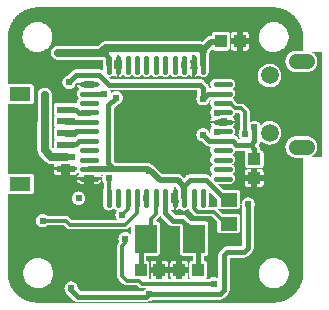
<source format=gbl>
G04 ---------------------------- Layer name :BOTTOM LAYER*
G04 EasyEDA v5.6.15, Thu, 26 Jul 2018 23:14:09 GMT*
G04 c86fb450fb884ade9fd06fb8d4d9ff78*
G04 Gerber Generator version 0.2*
G04 Scale: 100 percent, Rotated: No, Reflected: No *
G04 Dimensions in inches *
G04 leading zeros omitted , absolute positions ,2 integer and 4 decimal *
%FSLAX24Y24*%
%MOIN*%
G90*
G70D02*

%ADD11C,0.012000*%
%ADD12C,0.020000*%
%ADD14C,0.018000*%
%ADD16C,0.024400*%
%ADD18R,0.039370X0.043307*%
%ADD21R,0.043307X0.039370*%
%ADD26R,0.057870X0.045670*%
%ADD30C,0.059055*%
%ADD31C,0.051181*%
%ADD32C,0.028000*%
%ADD33C,0.025000*%
%ADD34C,0.016535*%
%ADD35R,0.074803X0.094488*%
%ADD36R,0.059055X0.023600*%
%ADD37R,0.070866X0.047200*%

%LPD*%
G36*
G01X984Y0D02*
G01X984Y0D01*
G01X981Y0D01*
G01X953Y0D01*
G01X925Y2D01*
G01X897Y4D01*
G01X869Y7D01*
G01X841Y10D01*
G01X813Y15D01*
G01X786Y20D01*
G01X759Y26D01*
G01X731Y33D01*
G01X704Y41D01*
G01X677Y49D01*
G01X651Y58D01*
G01X625Y68D01*
G01X599Y78D01*
G01X573Y90D01*
G01X548Y102D01*
G01X523Y115D01*
G01X498Y128D01*
G01X474Y142D01*
G01X450Y157D01*
G01X427Y173D01*
G01X404Y189D01*
G01X381Y206D01*
G01X359Y223D01*
G01X338Y241D01*
G01X317Y260D01*
G01X297Y279D01*
G01X277Y299D01*
G01X258Y320D01*
G01X239Y341D01*
G01X221Y362D01*
G01X204Y384D01*
G01X187Y407D01*
G01X171Y430D01*
G01X155Y453D01*
G01X140Y477D01*
G01X126Y501D01*
G01X113Y526D01*
G01X100Y551D01*
G01X88Y576D01*
G01X77Y602D01*
G01X66Y628D01*
G01X57Y654D01*
G01X48Y681D01*
G01X39Y707D01*
G01X32Y734D01*
G01X25Y762D01*
G01X19Y789D01*
G01X14Y817D01*
G01X9Y844D01*
G01X6Y872D01*
G01X3Y900D01*
G01X1Y928D01*
G01X0Y956D01*
G01X0Y984D01*
G01X0Y3639D01*
G01X0Y3638D01*
G01X4Y3636D01*
G01X7Y3634D01*
G01X11Y3632D01*
G01X15Y3630D01*
G01X18Y3628D01*
G01X22Y3626D01*
G01X26Y3625D01*
G01X30Y3624D01*
G01X34Y3623D01*
G01X38Y3622D01*
G01X42Y3621D01*
G01X46Y3620D01*
G01X50Y3620D01*
G01X54Y3620D01*
G01X59Y3620D01*
G01X768Y3620D01*
G01X772Y3620D01*
G01X776Y3620D01*
G01X780Y3620D01*
G01X784Y3621D01*
G01X788Y3622D01*
G01X792Y3623D01*
G01X796Y3624D01*
G01X800Y3625D01*
G01X804Y3626D01*
G01X808Y3628D01*
G01X811Y3630D01*
G01X815Y3632D01*
G01X819Y3634D01*
G01X822Y3636D01*
G01X826Y3638D01*
G01X829Y3641D01*
G01X832Y3643D01*
G01X835Y3646D01*
G01X838Y3649D01*
G01X841Y3652D01*
G01X844Y3655D01*
G01X846Y3658D01*
G01X849Y3661D01*
G01X851Y3665D01*
G01X853Y3668D01*
G01X855Y3672D01*
G01X857Y3676D01*
G01X859Y3679D01*
G01X861Y3683D01*
G01X862Y3687D01*
G01X863Y3691D01*
G01X864Y3695D01*
G01X865Y3699D01*
G01X866Y3703D01*
G01X867Y3707D01*
G01X867Y3711D01*
G01X867Y3715D01*
G01X868Y3720D01*
G01X868Y4192D01*
G01X867Y4196D01*
G01X867Y4200D01*
G01X867Y4204D01*
G01X866Y4208D01*
G01X865Y4212D01*
G01X864Y4216D01*
G01X863Y4220D01*
G01X862Y4224D01*
G01X861Y4228D01*
G01X859Y4232D01*
G01X857Y4235D01*
G01X855Y4239D01*
G01X853Y4243D01*
G01X851Y4246D01*
G01X849Y4250D01*
G01X846Y4253D01*
G01X844Y4256D01*
G01X841Y4259D01*
G01X838Y4262D01*
G01X835Y4265D01*
G01X832Y4268D01*
G01X829Y4270D01*
G01X826Y4273D01*
G01X822Y4275D01*
G01X819Y4277D01*
G01X815Y4279D01*
G01X811Y4281D01*
G01X808Y4283D01*
G01X804Y4285D01*
G01X800Y4286D01*
G01X796Y4287D01*
G01X792Y4288D01*
G01X788Y4289D01*
G01X784Y4290D01*
G01X780Y4291D01*
G01X776Y4291D01*
G01X772Y4291D01*
G01X768Y4292D01*
G01X59Y4292D01*
G01X54Y4291D01*
G01X50Y4291D01*
G01X46Y4291D01*
G01X42Y4290D01*
G01X38Y4289D01*
G01X34Y4288D01*
G01X30Y4287D01*
G01X26Y4286D01*
G01X22Y4285D01*
G01X18Y4283D01*
G01X15Y4281D01*
G01X11Y4279D01*
G01X7Y4277D01*
G01X4Y4275D01*
G01X0Y4273D01*
G01X0Y4272D01*
G01X0Y6631D01*
G01X0Y6630D01*
G01X4Y6628D01*
G01X7Y6626D01*
G01X11Y6624D01*
G01X15Y6622D01*
G01X18Y6620D01*
G01X22Y6618D01*
G01X26Y6617D01*
G01X30Y6616D01*
G01X34Y6615D01*
G01X38Y6614D01*
G01X42Y6613D01*
G01X46Y6612D01*
G01X50Y6612D01*
G01X54Y6612D01*
G01X59Y6612D01*
G01X768Y6612D01*
G01X772Y6612D01*
G01X776Y6612D01*
G01X780Y6612D01*
G01X784Y6613D01*
G01X788Y6614D01*
G01X792Y6615D01*
G01X796Y6616D01*
G01X800Y6617D01*
G01X804Y6618D01*
G01X808Y6620D01*
G01X811Y6622D01*
G01X815Y6624D01*
G01X819Y6626D01*
G01X822Y6628D01*
G01X826Y6630D01*
G01X829Y6633D01*
G01X832Y6635D01*
G01X835Y6638D01*
G01X838Y6641D01*
G01X841Y6644D01*
G01X844Y6647D01*
G01X846Y6650D01*
G01X849Y6653D01*
G01X851Y6657D01*
G01X853Y6660D01*
G01X855Y6664D01*
G01X857Y6668D01*
G01X859Y6671D01*
G01X861Y6675D01*
G01X862Y6679D01*
G01X863Y6683D01*
G01X864Y6687D01*
G01X865Y6691D01*
G01X866Y6695D01*
G01X867Y6699D01*
G01X867Y6703D01*
G01X867Y6707D01*
G01X868Y6712D01*
G01X868Y7184D01*
G01X867Y7188D01*
G01X867Y7192D01*
G01X867Y7196D01*
G01X866Y7200D01*
G01X865Y7204D01*
G01X864Y7208D01*
G01X863Y7212D01*
G01X862Y7216D01*
G01X861Y7220D01*
G01X859Y7224D01*
G01X857Y7227D01*
G01X855Y7231D01*
G01X853Y7235D01*
G01X851Y7238D01*
G01X849Y7242D01*
G01X846Y7245D01*
G01X844Y7248D01*
G01X841Y7251D01*
G01X838Y7254D01*
G01X835Y7257D01*
G01X832Y7260D01*
G01X829Y7262D01*
G01X826Y7265D01*
G01X822Y7267D01*
G01X819Y7269D01*
G01X815Y7271D01*
G01X811Y7273D01*
G01X808Y7275D01*
G01X804Y7277D01*
G01X800Y7278D01*
G01X796Y7279D01*
G01X792Y7280D01*
G01X788Y7281D01*
G01X784Y7282D01*
G01X780Y7283D01*
G01X776Y7283D01*
G01X772Y7283D01*
G01X768Y7284D01*
G01X59Y7284D01*
G01X54Y7283D01*
G01X50Y7283D01*
G01X46Y7283D01*
G01X42Y7282D01*
G01X38Y7281D01*
G01X34Y7280D01*
G01X30Y7279D01*
G01X26Y7278D01*
G01X22Y7277D01*
G01X18Y7275D01*
G01X15Y7273D01*
G01X11Y7271D01*
G01X7Y7269D01*
G01X4Y7267D01*
G01X0Y7265D01*
G01X0Y7264D01*
G01X0Y8861D01*
G01X0Y8889D01*
G01X1Y8917D01*
G01X3Y8945D01*
G01X6Y8973D01*
G01X10Y9001D01*
G01X14Y9029D01*
G01X20Y9056D01*
G01X26Y9084D01*
G01X32Y9111D01*
G01X40Y9138D01*
G01X48Y9165D01*
G01X57Y9191D01*
G01X67Y9217D01*
G01X78Y9243D01*
G01X89Y9269D01*
G01X101Y9294D01*
G01X114Y9319D01*
G01X128Y9344D01*
G01X142Y9368D01*
G01X157Y9392D01*
G01X172Y9415D01*
G01X188Y9438D01*
G01X205Y9461D01*
G01X223Y9483D01*
G01X241Y9504D01*
G01X260Y9525D01*
G01X279Y9545D01*
G01X299Y9565D01*
G01X319Y9584D01*
G01X340Y9603D01*
G01X362Y9621D01*
G01X384Y9638D01*
G01X406Y9655D01*
G01X429Y9671D01*
G01X452Y9687D01*
G01X476Y9702D01*
G01X501Y9716D01*
G01X525Y9729D01*
G01X550Y9742D01*
G01X576Y9754D01*
G01X601Y9765D01*
G01X627Y9776D01*
G01X654Y9785D01*
G01X680Y9795D01*
G01X707Y9803D01*
G01X734Y9810D01*
G01X761Y9817D01*
G01X789Y9823D01*
G01X816Y9828D01*
G01X844Y9833D01*
G01X872Y9836D01*
G01X900Y9839D01*
G01X928Y9841D01*
G01X956Y9842D01*
G01X984Y9843D01*
G01X8861Y9843D01*
G01X8889Y9842D01*
G01X8917Y9841D01*
G01X8945Y9839D01*
G01X8973Y9836D01*
G01X9000Y9832D01*
G01X9028Y9828D01*
G01X9056Y9822D01*
G01X9083Y9816D01*
G01X9110Y9810D01*
G01X9137Y9802D01*
G01X9164Y9794D01*
G01X9191Y9785D01*
G01X9217Y9775D01*
G01X9243Y9764D01*
G01X9268Y9753D01*
G01X9294Y9741D01*
G01X9319Y9728D01*
G01X9343Y9714D01*
G01X9368Y9700D01*
G01X9391Y9685D01*
G01X9415Y9670D01*
G01X9438Y9654D01*
G01X9460Y9637D01*
G01X9482Y9619D01*
G01X9503Y9601D01*
G01X9524Y9582D01*
G01X9545Y9563D01*
G01X9565Y9543D01*
G01X9584Y9523D01*
G01X9602Y9502D01*
G01X9620Y9480D01*
G01X9638Y9458D01*
G01X9655Y9436D01*
G01X9671Y9413D01*
G01X9686Y9390D01*
G01X9701Y9366D01*
G01X9715Y9341D01*
G01X9729Y9317D01*
G01X9741Y9292D01*
G01X9753Y9266D01*
G01X9765Y9241D01*
G01X9775Y9215D01*
G01X9785Y9188D01*
G01X9794Y9162D01*
G01X9802Y9135D01*
G01X9810Y9108D01*
G01X9817Y9081D01*
G01X9822Y9053D01*
G01X9828Y9026D01*
G01X9832Y8998D01*
G01X9836Y8970D01*
G01X9838Y8942D01*
G01X9840Y8914D01*
G01X9842Y8886D01*
G01X9842Y8858D01*
G01X9843Y8859D01*
G01X9843Y8394D01*
G01X9607Y8394D01*
G01X9605Y8394D01*
G01X9592Y8394D01*
G01X9587Y8394D01*
G01X9574Y8393D01*
G01X9569Y8392D01*
G01X9557Y8391D01*
G01X9552Y8390D01*
G01X9539Y8388D01*
G01X9534Y8387D01*
G01X9522Y8384D01*
G01X9517Y8383D01*
G01X9505Y8379D01*
G01X9500Y8378D01*
G01X9488Y8374D01*
G01X9483Y8372D01*
G01X9471Y8367D01*
G01X9467Y8366D01*
G01X9455Y8360D01*
G01X9451Y8358D01*
G01X9439Y8352D01*
G01X9435Y8350D01*
G01X9424Y8343D01*
G01X9420Y8341D01*
G01X9409Y8334D01*
G01X9405Y8331D01*
G01X9394Y8324D01*
G01X9391Y8321D01*
G01X9381Y8313D01*
G01X9377Y8310D01*
G01X9367Y8301D01*
G01X9363Y8298D01*
G01X9354Y8289D01*
G01X9351Y8285D01*
G01X9342Y8276D01*
G01X9339Y8272D01*
G01X9331Y8262D01*
G01X9328Y8258D01*
G01X9320Y8248D01*
G01X9317Y8244D01*
G01X9310Y8234D01*
G01X9307Y8229D01*
G01X9300Y8219D01*
G01X9298Y8214D01*
G01X9292Y8203D01*
G01X9289Y8199D01*
G01X9284Y8187D01*
G01X9282Y8183D01*
G01X9277Y8171D01*
G01X9275Y8166D01*
G01X9271Y8154D01*
G01X9269Y8150D01*
G01X9265Y8137D01*
G01X9264Y8132D01*
G01X9261Y8120D01*
G01X9260Y8115D01*
G01X9257Y8103D01*
G01X9256Y8098D01*
G01X9255Y8085D01*
G01X9254Y8080D01*
G01X9253Y8068D01*
G01X9252Y8063D01*
G01X9252Y8050D01*
G01X9252Y8045D01*
G01X9252Y8032D01*
G01X9252Y8027D01*
G01X9252Y8014D01*
G01X9253Y8009D01*
G01X9254Y7997D01*
G01X9255Y7992D01*
G01X9256Y7979D01*
G01X9257Y7974D01*
G01X9260Y7962D01*
G01X9261Y7957D01*
G01X9264Y7945D01*
G01X9265Y7940D01*
G01X9269Y7927D01*
G01X9271Y7923D01*
G01X9275Y7911D01*
G01X9277Y7906D01*
G01X9282Y7894D01*
G01X9284Y7890D01*
G01X9289Y7878D01*
G01X9292Y7874D01*
G01X9298Y7863D01*
G01X9300Y7858D01*
G01X9307Y7848D01*
G01X9310Y7843D01*
G01X9317Y7833D01*
G01X9320Y7829D01*
G01X9328Y7819D01*
G01X9331Y7815D01*
G01X9339Y7805D01*
G01X9342Y7801D01*
G01X9351Y7792D01*
G01X9354Y7788D01*
G01X9363Y7779D01*
G01X9367Y7776D01*
G01X9377Y7767D01*
G01X9381Y7764D01*
G01X9391Y7756D01*
G01X9394Y7753D01*
G01X9405Y7746D01*
G01X9409Y7743D01*
G01X9420Y7736D01*
G01X9424Y7734D01*
G01X9435Y7727D01*
G01X9439Y7725D01*
G01X9451Y7719D01*
G01X9455Y7717D01*
G01X9467Y7712D01*
G01X9471Y7710D01*
G01X9483Y7705D01*
G01X9488Y7703D01*
G01X9500Y7699D01*
G01X9505Y7698D01*
G01X9517Y7694D01*
G01X9522Y7693D01*
G01X9534Y7690D01*
G01X9539Y7689D01*
G01X9552Y7687D01*
G01X9557Y7686D01*
G01X9569Y7685D01*
G01X9574Y7684D01*
G01X9587Y7683D01*
G01X9592Y7683D01*
G01X9605Y7683D01*
G01X9607Y7683D01*
G01X9962Y7683D01*
G01X9964Y7683D01*
G01X9977Y7683D01*
G01X9982Y7683D01*
G01X9995Y7684D01*
G01X10000Y7685D01*
G01X10012Y7686D01*
G01X10017Y7687D01*
G01X10030Y7689D01*
G01X10035Y7690D01*
G01X10047Y7693D01*
G01X10052Y7694D01*
G01X10064Y7698D01*
G01X10069Y7699D01*
G01X10081Y7703D01*
G01X10086Y7705D01*
G01X10098Y7710D01*
G01X10102Y7712D01*
G01X10114Y7717D01*
G01X10118Y7719D01*
G01X10130Y7725D01*
G01X10134Y7727D01*
G01X10145Y7734D01*
G01X10149Y7736D01*
G01X10160Y7743D01*
G01X10164Y7746D01*
G01X10175Y7753D01*
G01X10178Y7756D01*
G01X10188Y7764D01*
G01X10192Y7767D01*
G01X10202Y7776D01*
G01X10206Y7779D01*
G01X10215Y7788D01*
G01X10218Y7792D01*
G01X10227Y7801D01*
G01X10230Y7805D01*
G01X10238Y7815D01*
G01X10241Y7819D01*
G01X10249Y7829D01*
G01X10252Y7833D01*
G01X10259Y7843D01*
G01X10262Y7848D01*
G01X10269Y7858D01*
G01X10271Y7863D01*
G01X10277Y7874D01*
G01X10280Y7878D01*
G01X10285Y7890D01*
G01X10287Y7894D01*
G01X10292Y7906D01*
G01X10294Y7911D01*
G01X10298Y7923D01*
G01X10300Y7927D01*
G01X10304Y7940D01*
G01X10305Y7945D01*
G01X10308Y7957D01*
G01X10309Y7962D01*
G01X10312Y7974D01*
G01X10313Y7979D01*
G01X10314Y7992D01*
G01X10315Y7997D01*
G01X10316Y8009D01*
G01X10317Y8014D01*
G01X10317Y8027D01*
G01X10318Y8032D01*
G01X10318Y8045D01*
G01X10317Y8050D01*
G01X10317Y8063D01*
G01X10316Y8068D01*
G01X10315Y8080D01*
G01X10314Y8085D01*
G01X10313Y8098D01*
G01X10312Y8103D01*
G01X10309Y8115D01*
G01X10308Y8120D01*
G01X10305Y8132D01*
G01X10304Y8137D01*
G01X10300Y8150D01*
G01X10298Y8154D01*
G01X10294Y8166D01*
G01X10292Y8171D01*
G01X10287Y8183D01*
G01X10285Y8187D01*
G01X10280Y8199D01*
G01X10277Y8203D01*
G01X10271Y8214D01*
G01X10269Y8219D01*
G01X10262Y8229D01*
G01X10259Y8234D01*
G01X10252Y8244D01*
G01X10249Y8248D01*
G01X10241Y8258D01*
G01X10238Y8262D01*
G01X10230Y8272D01*
G01X10227Y8276D01*
G01X10218Y8285D01*
G01X10215Y8289D01*
G01X10206Y8298D01*
G01X10202Y8301D01*
G01X10192Y8310D01*
G01X10188Y8313D01*
G01X10178Y8321D01*
G01X10175Y8324D01*
G01X10164Y8331D01*
G01X10160Y8334D01*
G01X10149Y8341D01*
G01X10145Y8343D01*
G01X10134Y8350D01*
G01X10130Y8352D01*
G01X10118Y8358D01*
G01X10114Y8360D01*
G01X10103Y8365D01*
G01X10459Y8365D01*
G01X10456Y4864D01*
G01X10104Y4862D01*
G01X10114Y4867D01*
G01X10118Y4869D01*
G01X10130Y4875D01*
G01X10134Y4877D01*
G01X10145Y4884D01*
G01X10149Y4886D01*
G01X10160Y4893D01*
G01X10164Y4896D01*
G01X10175Y4903D01*
G01X10178Y4906D01*
G01X10188Y4914D01*
G01X10192Y4917D01*
G01X10202Y4926D01*
G01X10206Y4929D01*
G01X10215Y4938D01*
G01X10218Y4942D01*
G01X10227Y4951D01*
G01X10230Y4955D01*
G01X10238Y4965D01*
G01X10241Y4969D01*
G01X10249Y4979D01*
G01X10252Y4983D01*
G01X10259Y4993D01*
G01X10262Y4998D01*
G01X10269Y5008D01*
G01X10271Y5013D01*
G01X10277Y5024D01*
G01X10280Y5028D01*
G01X10285Y5040D01*
G01X10287Y5044D01*
G01X10292Y5056D01*
G01X10294Y5061D01*
G01X10298Y5073D01*
G01X10300Y5077D01*
G01X10304Y5090D01*
G01X10305Y5095D01*
G01X10308Y5107D01*
G01X10309Y5112D01*
G01X10312Y5124D01*
G01X10313Y5129D01*
G01X10314Y5142D01*
G01X10315Y5147D01*
G01X10316Y5159D01*
G01X10317Y5164D01*
G01X10317Y5177D01*
G01X10318Y5182D01*
G01X10318Y5195D01*
G01X10317Y5200D01*
G01X10317Y5213D01*
G01X10316Y5218D01*
G01X10315Y5230D01*
G01X10314Y5235D01*
G01X10313Y5248D01*
G01X10312Y5253D01*
G01X10309Y5265D01*
G01X10308Y5270D01*
G01X10305Y5282D01*
G01X10304Y5287D01*
G01X10300Y5300D01*
G01X10298Y5304D01*
G01X10294Y5316D01*
G01X10292Y5321D01*
G01X10287Y5333D01*
G01X10285Y5337D01*
G01X10280Y5349D01*
G01X10277Y5353D01*
G01X10271Y5364D01*
G01X10269Y5369D01*
G01X10262Y5379D01*
G01X10259Y5384D01*
G01X10252Y5394D01*
G01X10249Y5398D01*
G01X10241Y5408D01*
G01X10238Y5412D01*
G01X10230Y5422D01*
G01X10227Y5426D01*
G01X10218Y5435D01*
G01X10215Y5439D01*
G01X10206Y5448D01*
G01X10202Y5451D01*
G01X10192Y5460D01*
G01X10188Y5463D01*
G01X10178Y5471D01*
G01X10175Y5474D01*
G01X10164Y5481D01*
G01X10160Y5484D01*
G01X10149Y5491D01*
G01X10145Y5493D01*
G01X10134Y5500D01*
G01X10130Y5502D01*
G01X10118Y5508D01*
G01X10114Y5510D01*
G01X10102Y5516D01*
G01X10098Y5517D01*
G01X10086Y5522D01*
G01X10081Y5524D01*
G01X10069Y5528D01*
G01X10064Y5529D01*
G01X10052Y5533D01*
G01X10047Y5534D01*
G01X10035Y5537D01*
G01X10030Y5538D01*
G01X10017Y5540D01*
G01X10012Y5541D01*
G01X10000Y5542D01*
G01X9995Y5543D01*
G01X9982Y5544D01*
G01X9977Y5544D01*
G01X9964Y5544D01*
G01X9962Y5544D01*
G01X9607Y5544D01*
G01X9605Y5544D01*
G01X9592Y5544D01*
G01X9587Y5544D01*
G01X9574Y5543D01*
G01X9569Y5542D01*
G01X9557Y5541D01*
G01X9552Y5540D01*
G01X9539Y5538D01*
G01X9534Y5537D01*
G01X9522Y5534D01*
G01X9517Y5533D01*
G01X9505Y5529D01*
G01X9500Y5528D01*
G01X9488Y5524D01*
G01X9483Y5522D01*
G01X9471Y5517D01*
G01X9467Y5516D01*
G01X9455Y5510D01*
G01X9451Y5508D01*
G01X9439Y5502D01*
G01X9435Y5500D01*
G01X9424Y5493D01*
G01X9420Y5491D01*
G01X9409Y5484D01*
G01X9405Y5481D01*
G01X9394Y5474D01*
G01X9391Y5471D01*
G01X9381Y5463D01*
G01X9377Y5460D01*
G01X9367Y5451D01*
G01X9363Y5448D01*
G01X9354Y5439D01*
G01X9351Y5435D01*
G01X9342Y5426D01*
G01X9339Y5422D01*
G01X9331Y5412D01*
G01X9328Y5408D01*
G01X9320Y5398D01*
G01X9317Y5394D01*
G01X9310Y5384D01*
G01X9307Y5379D01*
G01X9300Y5369D01*
G01X9298Y5364D01*
G01X9292Y5353D01*
G01X9289Y5349D01*
G01X9284Y5337D01*
G01X9282Y5333D01*
G01X9277Y5321D01*
G01X9275Y5316D01*
G01X9271Y5304D01*
G01X9269Y5300D01*
G01X9265Y5287D01*
G01X9264Y5282D01*
G01X9261Y5270D01*
G01X9260Y5265D01*
G01X9257Y5253D01*
G01X9256Y5248D01*
G01X9255Y5235D01*
G01X9254Y5230D01*
G01X9253Y5218D01*
G01X9252Y5213D01*
G01X9252Y5200D01*
G01X9252Y5195D01*
G01X9252Y5182D01*
G01X9252Y5177D01*
G01X9252Y5164D01*
G01X9253Y5159D01*
G01X9254Y5147D01*
G01X9255Y5142D01*
G01X9256Y5129D01*
G01X9257Y5124D01*
G01X9260Y5112D01*
G01X9261Y5107D01*
G01X9264Y5095D01*
G01X9265Y5090D01*
G01X9269Y5077D01*
G01X9271Y5073D01*
G01X9275Y5061D01*
G01X9277Y5056D01*
G01X9282Y5044D01*
G01X9284Y5040D01*
G01X9289Y5028D01*
G01X9292Y5024D01*
G01X9298Y5013D01*
G01X9300Y5008D01*
G01X9307Y4998D01*
G01X9310Y4993D01*
G01X9317Y4983D01*
G01X9320Y4979D01*
G01X9328Y4969D01*
G01X9331Y4965D01*
G01X9339Y4955D01*
G01X9342Y4951D01*
G01X9351Y4942D01*
G01X9354Y4938D01*
G01X9363Y4929D01*
G01X9367Y4926D01*
G01X9377Y4917D01*
G01X9381Y4914D01*
G01X9391Y4906D01*
G01X9394Y4903D01*
G01X9405Y4896D01*
G01X9409Y4893D01*
G01X9420Y4886D01*
G01X9424Y4884D01*
G01X9435Y4877D01*
G01X9439Y4875D01*
G01X9451Y4869D01*
G01X9455Y4867D01*
G01X9467Y4862D01*
G01X9471Y4860D01*
G01X9483Y4855D01*
G01X9488Y4853D01*
G01X9500Y4849D01*
G01X9505Y4848D01*
G01X9517Y4844D01*
G01X9522Y4843D01*
G01X9534Y4840D01*
G01X9539Y4839D01*
G01X9552Y4837D01*
G01X9557Y4836D01*
G01X9569Y4835D01*
G01X9574Y4834D01*
G01X9587Y4833D01*
G01X9592Y4833D01*
G01X9605Y4833D01*
G01X9607Y4833D01*
G01X9843Y4833D01*
G01X9843Y985D01*
G01X9842Y984D01*
G01X9842Y981D01*
G01X9842Y953D01*
G01X9840Y925D01*
G01X9838Y897D01*
G01X9835Y869D01*
G01X9832Y842D01*
G01X9827Y814D01*
G01X9822Y786D01*
G01X9816Y759D01*
G01X9809Y732D01*
G01X9801Y705D01*
G01X9793Y678D01*
G01X9784Y651D01*
G01X9774Y625D01*
G01X9764Y599D01*
G01X9752Y574D01*
G01X9740Y548D01*
G01X9727Y523D01*
G01X9714Y499D01*
G01X9700Y474D01*
G01X9685Y451D01*
G01X9669Y427D01*
G01X9653Y404D01*
G01X9636Y382D01*
G01X9619Y360D01*
G01X9601Y339D01*
G01X9582Y318D01*
G01X9563Y297D01*
G01X9543Y277D01*
G01X9522Y258D01*
G01X9501Y240D01*
G01X9480Y222D01*
G01X9458Y204D01*
G01X9435Y187D01*
G01X9412Y171D01*
G01X9389Y156D01*
G01X9365Y141D01*
G01X9341Y127D01*
G01X9316Y113D01*
G01X9291Y101D01*
G01X9266Y89D01*
G01X9240Y77D01*
G01X9214Y67D01*
G01X9188Y57D01*
G01X9161Y48D01*
G01X9135Y40D01*
G01X9108Y32D01*
G01X9080Y25D01*
G01X9053Y20D01*
G01X9025Y14D01*
G01X8998Y10D01*
G01X8970Y6D01*
G01X8942Y4D01*
G01X8914Y2D01*
G01X8886Y0D01*
G01X8858Y0D01*
G01X8857Y0D01*
G01X984Y0D01*
G37*

%LPC*%
G36*
G01X7436Y8821D02*
G01X7634Y8821D01*
G01X7634Y9030D01*
G01X7536Y9030D01*
G01X7531Y9029D01*
G01X7527Y9029D01*
G01X7523Y9029D01*
G01X7519Y9028D01*
G01X7515Y9027D01*
G01X7511Y9026D01*
G01X7507Y9025D01*
G01X7503Y9024D01*
G01X7499Y9023D01*
G01X7495Y9021D01*
G01X7492Y9019D01*
G01X7488Y9017D01*
G01X7484Y9015D01*
G01X7481Y9013D01*
G01X7477Y9011D01*
G01X7474Y9008D01*
G01X7471Y9006D01*
G01X7468Y9003D01*
G01X7465Y9000D01*
G01X7462Y8997D01*
G01X7459Y8994D01*
G01X7457Y8991D01*
G01X7454Y8988D01*
G01X7452Y8984D01*
G01X7450Y8981D01*
G01X7448Y8977D01*
G01X7446Y8973D01*
G01X7444Y8970D01*
G01X7442Y8966D01*
G01X7441Y8962D01*
G01X7440Y8958D01*
G01X7439Y8954D01*
G01X7438Y8950D01*
G01X7437Y8946D01*
G01X7436Y8942D01*
G01X7436Y8938D01*
G01X7436Y8934D01*
G01X7436Y8930D01*
G01X7436Y8821D01*
G37*
G36*
G01X8846Y484D02*
G01X8896Y485D01*
G01X8945Y491D01*
G01X8994Y502D01*
G01X9041Y518D01*
G01X9087Y539D01*
G01X9130Y564D01*
G01X9170Y593D01*
G01X9208Y626D01*
G01X9242Y662D01*
G01X9272Y702D01*
G01X9298Y744D01*
G01X9319Y789D01*
G01X9336Y836D01*
G01X9349Y885D01*
G01X9356Y934D01*
G01X9359Y984D01*
G01X9356Y1033D01*
G01X9349Y1083D01*
G01X9336Y1131D01*
G01X9319Y1178D01*
G01X9298Y1223D01*
G01X9272Y1265D01*
G01X9242Y1305D01*
G01X9208Y1342D01*
G01X9170Y1375D01*
G01X9130Y1404D01*
G01X9087Y1429D01*
G01X9041Y1449D01*
G01X8994Y1465D01*
G01X8945Y1476D01*
G01X8896Y1482D01*
G01X8846Y1483D01*
G01X8796Y1480D01*
G01X8747Y1471D01*
G01X8699Y1458D01*
G01X8653Y1439D01*
G01X8609Y1417D01*
G01X8567Y1390D01*
G01X8528Y1358D01*
G01X8492Y1324D01*
G01X8460Y1286D01*
G01X8432Y1244D01*
G01X8408Y1201D01*
G01X8389Y1155D01*
G01X8374Y1107D01*
G01X8364Y1058D01*
G01X8359Y1009D01*
G01X8359Y959D01*
G01X8364Y909D01*
G01X8374Y860D01*
G01X8389Y813D01*
G01X8408Y767D01*
G01X8432Y723D01*
G01X8460Y682D01*
G01X8492Y644D01*
G01X8528Y609D01*
G01X8567Y578D01*
G01X8609Y551D01*
G01X8653Y528D01*
G01X8699Y510D01*
G01X8747Y496D01*
G01X8796Y487D01*
G01X8846Y484D01*
G37*
G36*
G01X7831Y8821D02*
G01X8030Y8821D01*
G01X8030Y8930D01*
G01X8029Y8934D01*
G01X8029Y8938D01*
G01X8029Y8942D01*
G01X8028Y8946D01*
G01X8027Y8950D01*
G01X8026Y8954D01*
G01X8025Y8958D01*
G01X8024Y8962D01*
G01X8023Y8966D01*
G01X8021Y8970D01*
G01X8019Y8973D01*
G01X8017Y8977D01*
G01X8015Y8981D01*
G01X8013Y8984D01*
G01X8011Y8988D01*
G01X8008Y8991D01*
G01X8006Y8994D01*
G01X8003Y8997D01*
G01X8000Y9000D01*
G01X7997Y9003D01*
G01X7994Y9006D01*
G01X7991Y9008D01*
G01X7988Y9011D01*
G01X7984Y9013D01*
G01X7981Y9015D01*
G01X7977Y9017D01*
G01X7973Y9019D01*
G01X7970Y9021D01*
G01X7966Y9023D01*
G01X7962Y9024D01*
G01X7958Y9025D01*
G01X7954Y9026D01*
G01X7950Y9027D01*
G01X7946Y9028D01*
G01X7942Y9029D01*
G01X7938Y9029D01*
G01X7934Y9029D01*
G01X7930Y9030D01*
G01X7831Y9030D01*
G01X7831Y8821D01*
G37*
G36*
G01X7536Y8397D02*
G01X7634Y8397D01*
G01X7634Y8605D01*
G01X7436Y8605D01*
G01X7436Y8497D01*
G01X7436Y8492D01*
G01X7436Y8488D01*
G01X7436Y8484D01*
G01X7437Y8480D01*
G01X7438Y8476D01*
G01X7439Y8472D01*
G01X7440Y8468D01*
G01X7441Y8464D01*
G01X7442Y8460D01*
G01X7444Y8456D01*
G01X7446Y8453D01*
G01X7448Y8449D01*
G01X7450Y8445D01*
G01X7452Y8442D01*
G01X7454Y8438D01*
G01X7457Y8435D01*
G01X7459Y8432D01*
G01X7462Y8429D01*
G01X7465Y8426D01*
G01X7468Y8423D01*
G01X7471Y8420D01*
G01X7474Y8418D01*
G01X7477Y8415D01*
G01X7481Y8413D01*
G01X7484Y8411D01*
G01X7488Y8409D01*
G01X7492Y8407D01*
G01X7495Y8405D01*
G01X7499Y8403D01*
G01X7503Y8402D01*
G01X7507Y8401D01*
G01X7511Y8400D01*
G01X7515Y8399D01*
G01X7519Y8398D01*
G01X7523Y8397D01*
G01X7527Y8397D01*
G01X7531Y8397D01*
G01X7536Y8397D01*
G37*
G36*
G01X7831Y8397D02*
G01X7930Y8397D01*
G01X7934Y8397D01*
G01X7938Y8397D01*
G01X7942Y8397D01*
G01X7946Y8398D01*
G01X7950Y8399D01*
G01X7954Y8400D01*
G01X7958Y8401D01*
G01X7962Y8402D01*
G01X7966Y8403D01*
G01X7970Y8405D01*
G01X7973Y8407D01*
G01X7977Y8409D01*
G01X7981Y8411D01*
G01X7984Y8413D01*
G01X7988Y8415D01*
G01X7991Y8418D01*
G01X7994Y8420D01*
G01X7997Y8423D01*
G01X8000Y8426D01*
G01X8003Y8429D01*
G01X8006Y8432D01*
G01X8008Y8435D01*
G01X8011Y8438D01*
G01X8013Y8442D01*
G01X8015Y8445D01*
G01X8017Y8449D01*
G01X8019Y8453D01*
G01X8021Y8456D01*
G01X8023Y8460D01*
G01X8024Y8464D01*
G01X8025Y8468D01*
G01X8026Y8472D01*
G01X8027Y8476D01*
G01X8028Y8480D01*
G01X8029Y8484D01*
G01X8029Y8488D01*
G01X8029Y8492D01*
G01X8030Y8497D01*
G01X8030Y8605D01*
G01X7831Y8605D01*
G01X7831Y8397D01*
G37*
G36*
G01X972Y8358D02*
G01X1022Y8359D01*
G01X1071Y8365D01*
G01X1120Y8376D01*
G01X1167Y8392D01*
G01X1213Y8413D01*
G01X1256Y8438D01*
G01X1296Y8467D01*
G01X1334Y8500D01*
G01X1368Y8536D01*
G01X1398Y8576D01*
G01X1424Y8618D01*
G01X1445Y8663D01*
G01X1462Y8710D01*
G01X1475Y8759D01*
G01X1482Y8808D01*
G01X1485Y8858D01*
G01X1482Y8907D01*
G01X1475Y8957D01*
G01X1462Y9005D01*
G01X1445Y9052D01*
G01X1424Y9097D01*
G01X1398Y9139D01*
G01X1368Y9179D01*
G01X1334Y9216D01*
G01X1296Y9249D01*
G01X1256Y9278D01*
G01X1213Y9303D01*
G01X1167Y9323D01*
G01X1120Y9339D01*
G01X1071Y9350D01*
G01X1022Y9356D01*
G01X972Y9357D01*
G01X922Y9354D01*
G01X873Y9345D01*
G01X825Y9332D01*
G01X779Y9313D01*
G01X735Y9291D01*
G01X693Y9264D01*
G01X654Y9232D01*
G01X618Y9198D01*
G01X586Y9160D01*
G01X558Y9118D01*
G01X534Y9075D01*
G01X515Y9029D01*
G01X500Y8981D01*
G01X490Y8932D01*
G01X485Y8883D01*
G01X485Y8833D01*
G01X490Y8783D01*
G01X500Y8734D01*
G01X515Y8687D01*
G01X534Y8641D01*
G01X558Y8597D01*
G01X586Y8556D01*
G01X618Y8518D01*
G01X654Y8483D01*
G01X693Y8452D01*
G01X735Y8425D01*
G01X779Y8402D01*
G01X825Y8384D01*
G01X873Y8370D01*
G01X922Y8361D01*
G01X972Y8358D01*
G37*
G36*
G01X8846Y8358D02*
G01X8896Y8359D01*
G01X8945Y8365D01*
G01X8994Y8376D01*
G01X9041Y8392D01*
G01X9087Y8413D01*
G01X9130Y8438D01*
G01X9170Y8467D01*
G01X9208Y8500D01*
G01X9242Y8536D01*
G01X9272Y8576D01*
G01X9298Y8618D01*
G01X9319Y8663D01*
G01X9336Y8710D01*
G01X9349Y8759D01*
G01X9356Y8808D01*
G01X9359Y8858D01*
G01X9356Y8907D01*
G01X9349Y8957D01*
G01X9336Y9005D01*
G01X9319Y9052D01*
G01X9298Y9097D01*
G01X9272Y9139D01*
G01X9242Y9179D01*
G01X9208Y9216D01*
G01X9170Y9249D01*
G01X9130Y9278D01*
G01X9087Y9303D01*
G01X9041Y9323D01*
G01X8994Y9339D01*
G01X8945Y9350D01*
G01X8896Y9356D01*
G01X8846Y9357D01*
G01X8796Y9354D01*
G01X8747Y9345D01*
G01X8699Y9332D01*
G01X8653Y9313D01*
G01X8609Y9291D01*
G01X8567Y9264D01*
G01X8528Y9232D01*
G01X8492Y9198D01*
G01X8460Y9160D01*
G01X8432Y9118D01*
G01X8408Y9075D01*
G01X8389Y9029D01*
G01X8374Y8981D01*
G01X8364Y8932D01*
G01X8359Y8883D01*
G01X8359Y8833D01*
G01X8364Y8783D01*
G01X8374Y8734D01*
G01X8389Y8687D01*
G01X8408Y8641D01*
G01X8432Y8597D01*
G01X8460Y8556D01*
G01X8492Y8518D01*
G01X8528Y8483D01*
G01X8567Y8452D01*
G01X8609Y8425D01*
G01X8653Y8402D01*
G01X8699Y8384D01*
G01X8747Y8370D01*
G01X8796Y8361D01*
G01X8846Y8358D01*
G37*
G36*
G01X8712Y7175D02*
G01X8751Y7176D01*
G01X8790Y7181D01*
G01X8829Y7190D01*
G01X8866Y7203D01*
G01X8902Y7219D01*
G01X8936Y7238D01*
G01X8968Y7261D01*
G01X8998Y7288D01*
G01X9024Y7316D01*
G01X9048Y7348D01*
G01X9069Y7381D01*
G01X9086Y7417D01*
G01X9099Y7454D01*
G01X9109Y7492D01*
G01X9115Y7531D01*
G01X9117Y7571D01*
G01X9115Y7610D01*
G01X9109Y7649D01*
G01X9099Y7687D01*
G01X9086Y7724D01*
G01X9069Y7760D01*
G01X9048Y7793D01*
G01X9024Y7825D01*
G01X8998Y7853D01*
G01X8968Y7880D01*
G01X8936Y7903D01*
G01X8902Y7922D01*
G01X8866Y7938D01*
G01X8829Y7951D01*
G01X8790Y7960D01*
G01X8751Y7965D01*
G01X8712Y7966D01*
G01X8672Y7963D01*
G01X8634Y7956D01*
G01X8596Y7945D01*
G01X8559Y7931D01*
G01X8524Y7913D01*
G01X8491Y7891D01*
G01X8460Y7867D01*
G01X8432Y7839D01*
G01X8406Y7809D01*
G01X8384Y7777D01*
G01X8365Y7742D01*
G01X8350Y7706D01*
G01X8338Y7668D01*
G01X8331Y7629D01*
G01X8327Y7590D01*
G01X8327Y7551D01*
G01X8331Y7512D01*
G01X8338Y7473D01*
G01X8350Y7435D01*
G01X8365Y7399D01*
G01X8384Y7364D01*
G01X8406Y7332D01*
G01X8432Y7302D01*
G01X8460Y7274D01*
G01X8491Y7250D01*
G01X8524Y7228D01*
G01X8559Y7210D01*
G01X8596Y7196D01*
G01X8634Y7185D01*
G01X8672Y7178D01*
G01X8712Y7175D01*
G37*
G36*
G01X2339Y14D02*
G01X4589Y14D01*
G01X4594Y14D01*
G01X4600Y14D01*
G01X4606Y14D01*
G01X4612Y15D01*
G01X4618Y16D01*
G01X4624Y17D01*
G01X4629Y18D01*
G01X4635Y19D01*
G01X4641Y21D01*
G01X4646Y23D01*
G01X4652Y24D01*
G01X4657Y26D01*
G01X4663Y29D01*
G01X4668Y31D01*
G01X4674Y34D01*
G01X4679Y36D01*
G01X4684Y39D01*
G01X4689Y42D01*
G01X4694Y45D01*
G01X4719Y62D01*
G01X4725Y62D01*
G01X4747Y65D01*
G01X4769Y70D01*
G01X4790Y77D01*
G01X4810Y86D01*
G01X4823Y94D01*
G01X7059Y94D01*
G01X7064Y94D01*
G01X7070Y94D01*
G01X7076Y94D01*
G01X7081Y95D01*
G01X7087Y96D01*
G01X7093Y97D01*
G01X7098Y98D01*
G01X7104Y99D01*
G01X7110Y100D01*
G01X7115Y102D01*
G01X7120Y104D01*
G01X7126Y106D01*
G01X7131Y108D01*
G01X7136Y110D01*
G01X7142Y113D01*
G01X7147Y115D01*
G01X7152Y118D01*
G01X7157Y121D01*
G01X7162Y124D01*
G01X7166Y127D01*
G01X7171Y130D01*
G01X7176Y134D01*
G01X7180Y138D01*
G01X7184Y141D01*
G01X7189Y145D01*
G01X7193Y149D01*
G01X7343Y299D01*
G01X7347Y303D01*
G01X7351Y308D01*
G01X7354Y312D01*
G01X7358Y316D01*
G01X7362Y321D01*
G01X7365Y326D01*
G01X7368Y330D01*
G01X7371Y335D01*
G01X7374Y340D01*
G01X7377Y345D01*
G01X7379Y350D01*
G01X7382Y356D01*
G01X7384Y361D01*
G01X7386Y366D01*
G01X7388Y372D01*
G01X7390Y377D01*
G01X7392Y382D01*
G01X7393Y388D01*
G01X7394Y394D01*
G01X7395Y399D01*
G01X7396Y405D01*
G01X7397Y411D01*
G01X7398Y416D01*
G01X7398Y422D01*
G01X7398Y428D01*
G01X7399Y434D01*
G01X7399Y1494D01*
G01X7859Y1494D01*
G01X7864Y1494D01*
G01X7870Y1494D01*
G01X7876Y1494D01*
G01X7881Y1495D01*
G01X7887Y1496D01*
G01X7893Y1497D01*
G01X7898Y1498D01*
G01X7904Y1499D01*
G01X7910Y1500D01*
G01X7915Y1502D01*
G01X7920Y1504D01*
G01X7926Y1506D01*
G01X7931Y1508D01*
G01X7936Y1510D01*
G01X7942Y1513D01*
G01X7947Y1515D01*
G01X7952Y1518D01*
G01X7957Y1521D01*
G01X7962Y1524D01*
G01X7966Y1527D01*
G01X7971Y1530D01*
G01X7976Y1534D01*
G01X7980Y1538D01*
G01X7984Y1541D01*
G01X7989Y1545D01*
G01X7993Y1549D01*
G01X8143Y1699D01*
G01X8147Y1703D01*
G01X8151Y1708D01*
G01X8154Y1712D01*
G01X8158Y1716D01*
G01X8162Y1721D01*
G01X8165Y1726D01*
G01X8168Y1730D01*
G01X8171Y1735D01*
G01X8174Y1740D01*
G01X8177Y1745D01*
G01X8179Y1750D01*
G01X8182Y1756D01*
G01X8184Y1761D01*
G01X8186Y1766D01*
G01X8188Y1772D01*
G01X8190Y1777D01*
G01X8192Y1782D01*
G01X8193Y1788D01*
G01X8194Y1794D01*
G01X8195Y1799D01*
G01X8196Y1805D01*
G01X8197Y1811D01*
G01X8198Y1816D01*
G01X8198Y1822D01*
G01X8198Y1828D01*
G01X8199Y1834D01*
G01X8199Y3169D01*
G01X8203Y3177D01*
G01X8213Y3197D01*
G01X8221Y3218D01*
G01X8226Y3240D01*
G01X8229Y3261D01*
G01X8230Y3284D01*
G01X8229Y3306D01*
G01X8226Y3327D01*
G01X8221Y3349D01*
G01X8213Y3370D01*
G01X8203Y3390D01*
G01X8192Y3409D01*
G01X8179Y3426D01*
G01X8164Y3442D01*
G01X8147Y3457D01*
G01X8129Y3470D01*
G01X8110Y3481D01*
G01X8090Y3490D01*
G01X8069Y3497D01*
G01X8047Y3502D01*
G01X8025Y3505D01*
G01X8003Y3505D01*
G01X7981Y3504D01*
G01X7959Y3500D01*
G01X7938Y3494D01*
G01X7917Y3486D01*
G01X7898Y3476D01*
G01X7879Y3464D01*
G01X7862Y3450D01*
G01X7846Y3435D01*
G01X7832Y3418D01*
G01X7819Y3399D01*
G01X7808Y3380D01*
G01X7800Y3359D01*
G01X7793Y3338D01*
G01X7789Y3317D01*
G01X7787Y3295D01*
G01X7787Y3272D01*
G01X7789Y3250D01*
G01X7793Y3229D01*
G01X7800Y3208D01*
G01X7808Y3187D01*
G01X7819Y3169D01*
G01X7819Y1912D01*
G01X7780Y1874D01*
G01X7309Y1874D01*
G01X7303Y1873D01*
G01X7297Y1873D01*
G01X7291Y1873D01*
G01X7286Y1872D01*
G01X7280Y1871D01*
G01X7274Y1870D01*
G01X7269Y1869D01*
G01X7263Y1868D01*
G01X7257Y1867D01*
G01X7252Y1865D01*
G01X7247Y1863D01*
G01X7241Y1861D01*
G01X7236Y1859D01*
G01X7231Y1857D01*
G01X7225Y1854D01*
G01X7220Y1852D01*
G01X7215Y1849D01*
G01X7210Y1846D01*
G01X7205Y1843D01*
G01X7201Y1840D01*
G01X7196Y1837D01*
G01X7191Y1833D01*
G01X7187Y1829D01*
G01X7183Y1826D01*
G01X7178Y1822D01*
G01X7174Y1818D01*
G01X7074Y1718D01*
G01X7070Y1714D01*
G01X7066Y1709D01*
G01X7063Y1705D01*
G01X7059Y1701D01*
G01X7055Y1696D01*
G01X7052Y1691D01*
G01X7049Y1687D01*
G01X7046Y1682D01*
G01X7043Y1677D01*
G01X7040Y1672D01*
G01X7038Y1667D01*
G01X7035Y1661D01*
G01X7033Y1656D01*
G01X7031Y1651D01*
G01X7029Y1645D01*
G01X7027Y1640D01*
G01X7025Y1635D01*
G01X7024Y1629D01*
G01X7023Y1623D01*
G01X7022Y1618D01*
G01X7021Y1612D01*
G01X7020Y1606D01*
G01X7019Y1601D01*
G01X7019Y1595D01*
G01X7019Y1589D01*
G01X7019Y1584D01*
G01X7019Y787D01*
G01X7014Y792D01*
G01X6997Y807D01*
G01X6979Y820D01*
G01X6960Y831D01*
G01X6940Y840D01*
G01X6919Y847D01*
G01X6897Y852D01*
G01X6875Y855D01*
G01X6853Y855D01*
G01X6831Y854D01*
G01X6809Y850D01*
G01X6788Y844D01*
G01X6767Y836D01*
G01X6748Y826D01*
G01X6729Y814D01*
G01X6712Y800D01*
G01X6705Y794D01*
G01X6609Y794D01*
G01X6609Y794D01*
G01X6612Y797D01*
G01X6615Y800D01*
G01X6618Y803D01*
G01X6620Y806D01*
G01X6623Y809D01*
G01X6625Y813D01*
G01X6627Y816D01*
G01X6629Y820D01*
G01X6631Y824D01*
G01X6633Y827D01*
G01X6635Y831D01*
G01X6636Y835D01*
G01X6637Y839D01*
G01X6638Y843D01*
G01X6639Y847D01*
G01X6640Y851D01*
G01X6641Y855D01*
G01X6641Y859D01*
G01X6641Y863D01*
G01X6642Y868D01*
G01X6642Y1301D01*
G01X6641Y1305D01*
G01X6641Y1309D01*
G01X6641Y1313D01*
G01X6640Y1317D01*
G01X6639Y1321D01*
G01X6638Y1325D01*
G01X6637Y1329D01*
G01X6636Y1333D01*
G01X6635Y1337D01*
G01X6633Y1341D01*
G01X6631Y1344D01*
G01X6629Y1348D01*
G01X6627Y1352D01*
G01X6625Y1355D01*
G01X6623Y1359D01*
G01X6620Y1362D01*
G01X6618Y1365D01*
G01X6615Y1368D01*
G01X6612Y1371D01*
G01X6609Y1374D01*
G01X6606Y1377D01*
G01X6603Y1379D01*
G01X6600Y1382D01*
G01X6596Y1384D01*
G01X6593Y1386D01*
G01X6589Y1388D01*
G01X6585Y1390D01*
G01X6582Y1392D01*
G01X6578Y1394D01*
G01X6574Y1395D01*
G01X6570Y1396D01*
G01X6566Y1397D01*
G01X6562Y1398D01*
G01X6558Y1399D01*
G01X6554Y1400D01*
G01X6550Y1400D01*
G01X6546Y1400D01*
G01X6542Y1401D01*
G01X6535Y1401D01*
G01X6535Y1562D01*
G01X6582Y1562D01*
G01X6587Y1562D01*
G01X6591Y1562D01*
G01X6595Y1562D01*
G01X6599Y1563D01*
G01X6603Y1564D01*
G01X6607Y1565D01*
G01X6611Y1566D01*
G01X6615Y1567D01*
G01X6619Y1568D01*
G01X6623Y1570D01*
G01X6626Y1572D01*
G01X6630Y1574D01*
G01X6634Y1576D01*
G01X6637Y1578D01*
G01X6641Y1580D01*
G01X6644Y1583D01*
G01X6647Y1585D01*
G01X6650Y1588D01*
G01X6653Y1591D01*
G01X6656Y1594D01*
G01X6659Y1597D01*
G01X6661Y1600D01*
G01X6664Y1603D01*
G01X6666Y1607D01*
G01X6668Y1610D01*
G01X6670Y1614D01*
G01X6672Y1618D01*
G01X6674Y1621D01*
G01X6676Y1625D01*
G01X6677Y1629D01*
G01X6678Y1633D01*
G01X6679Y1637D01*
G01X6680Y1641D01*
G01X6681Y1645D01*
G01X6682Y1649D01*
G01X6682Y1653D01*
G01X6682Y1657D01*
G01X6682Y1662D01*
G01X6682Y2605D01*
G01X6682Y2610D01*
G01X6682Y2614D01*
G01X6682Y2618D01*
G01X6681Y2622D01*
G01X6680Y2626D01*
G01X6679Y2630D01*
G01X6678Y2634D01*
G01X6677Y2638D01*
G01X6676Y2642D01*
G01X6674Y2646D01*
G01X6672Y2649D01*
G01X6670Y2653D01*
G01X6668Y2657D01*
G01X6666Y2660D01*
G01X6664Y2664D01*
G01X6661Y2667D01*
G01X6659Y2670D01*
G01X6656Y2673D01*
G01X6653Y2676D01*
G01X6650Y2679D01*
G01X6647Y2682D01*
G01X6644Y2684D01*
G01X6641Y2687D01*
G01X6637Y2689D01*
G01X6634Y2691D01*
G01X6630Y2693D01*
G01X6626Y2695D01*
G01X6623Y2697D01*
G01X6619Y2699D01*
G01X6615Y2700D01*
G01X6611Y2701D01*
G01X6607Y2702D01*
G01X6603Y2703D01*
G01X6599Y2704D01*
G01X6595Y2705D01*
G01X6591Y2705D01*
G01X6587Y2705D01*
G01X6582Y2705D01*
G01X6105Y2705D01*
G01X5943Y2868D01*
G01X5939Y2872D01*
G01X5934Y2876D01*
G01X5930Y2879D01*
G01X5926Y2883D01*
G01X5921Y2887D01*
G01X5916Y2890D01*
G01X5912Y2893D01*
G01X5907Y2896D01*
G01X5902Y2899D01*
G01X5897Y2902D01*
G01X5892Y2904D01*
G01X5886Y2907D01*
G01X5881Y2909D01*
G01X5876Y2911D01*
G01X5870Y2913D01*
G01X5865Y2915D01*
G01X5860Y2917D01*
G01X5854Y2918D01*
G01X5848Y2919D01*
G01X5843Y2920D01*
G01X5837Y2921D01*
G01X5831Y2922D01*
G01X5826Y2923D01*
G01X5820Y2923D01*
G01X5814Y2923D01*
G01X5809Y2924D01*
G01X5587Y2924D01*
G01X5440Y3071D01*
G01X5440Y3118D01*
G01X5441Y3117D01*
G01X5445Y3113D01*
G01X5448Y3111D01*
G01X5452Y3108D01*
G01X5455Y3105D01*
G01X5459Y3102D01*
G01X5463Y3100D01*
G01X5467Y3097D01*
G01X5471Y3095D01*
G01X5475Y3093D01*
G01X5478Y3091D01*
G01X5483Y3088D01*
G01X5487Y3087D01*
G01X5491Y3084D01*
G01X5495Y3083D01*
G01X5500Y3081D01*
G01X5504Y3080D01*
G01X5508Y3078D01*
G01X5512Y3077D01*
G01X5517Y3076D01*
G01X5521Y3075D01*
G01X5523Y3074D01*
G01X5523Y3327D01*
G01X5440Y3327D01*
G01X5440Y3485D01*
G01X5439Y3494D01*
G01X5439Y3503D01*
G01X5437Y3513D01*
G01X5436Y3522D01*
G01X5434Y3531D01*
G01X5432Y3538D01*
G01X5432Y3642D01*
G01X5523Y3642D01*
G01X5523Y3884D01*
G01X5576Y3884D01*
G01X5605Y3854D01*
G01X5605Y3642D01*
G01X5678Y3642D01*
G01X5678Y3485D01*
G01X5679Y3475D01*
G01X5679Y3465D01*
G01X5681Y3455D01*
G01X5682Y3445D01*
G01X5685Y3435D01*
G01X5687Y3426D01*
G01X5691Y3416D01*
G01X5694Y3407D01*
G01X5696Y3402D01*
G01X5696Y3327D01*
G01X5605Y3327D01*
G01X5605Y3074D01*
G01X5607Y3075D01*
G01X5611Y3076D01*
G01X5616Y3077D01*
G01X5620Y3078D01*
G01X5624Y3080D01*
G01X5628Y3081D01*
G01X5633Y3083D01*
G01X5637Y3084D01*
G01X5641Y3087D01*
G01X5645Y3088D01*
G01X5650Y3091D01*
G01X5653Y3093D01*
G01X5657Y3095D01*
G01X5661Y3097D01*
G01X5665Y3100D01*
G01X5669Y3102D01*
G01X5673Y3105D01*
G01X5676Y3108D01*
G01X5680Y3111D01*
G01X5683Y3113D01*
G01X5687Y3117D01*
G01X5690Y3119D01*
G01X5693Y3123D01*
G01X5696Y3126D01*
G01X5700Y3130D01*
G01X5702Y3133D01*
G01X5706Y3137D01*
G01X5708Y3140D01*
G01X5711Y3144D01*
G01X5714Y3147D01*
G01X5716Y3151D01*
G01X5719Y3155D01*
G01X5721Y3159D01*
G01X5722Y3160D01*
G01X5722Y3159D01*
G01X5724Y3155D01*
G01X5727Y3151D01*
G01X5729Y3147D01*
G01X5732Y3144D01*
G01X5735Y3140D01*
G01X5737Y3137D01*
G01X5741Y3133D01*
G01X5743Y3130D01*
G01X5747Y3126D01*
G01X5750Y3123D01*
G01X5753Y3119D01*
G01X5756Y3117D01*
G01X5760Y3113D01*
G01X5763Y3111D01*
G01X5767Y3108D01*
G01X5770Y3105D01*
G01X5774Y3102D01*
G01X5778Y3100D01*
G01X5782Y3097D01*
G01X5786Y3095D01*
G01X5790Y3093D01*
G01X5793Y3091D01*
G01X5798Y3088D01*
G01X5802Y3087D01*
G01X5806Y3084D01*
G01X5810Y3083D01*
G01X5815Y3081D01*
G01X5819Y3080D01*
G01X5823Y3078D01*
G01X5827Y3077D01*
G01X5832Y3076D01*
G01X5836Y3075D01*
G01X5841Y3073D01*
G01X5845Y3073D01*
G01X5850Y3072D01*
G01X5854Y3071D01*
G01X5859Y3070D01*
G01X5863Y3070D01*
G01X5868Y3070D01*
G01X5872Y3069D01*
G01X5877Y3069D01*
G01X5881Y3069D01*
G01X5886Y3069D01*
G01X5890Y3070D01*
G01X5895Y3070D01*
G01X5899Y3070D01*
G01X5904Y3071D01*
G01X5908Y3072D01*
G01X5913Y3073D01*
G01X5917Y3073D01*
G01X5922Y3075D01*
G01X5926Y3076D01*
G01X5931Y3077D01*
G01X5935Y3078D01*
G01X5939Y3080D01*
G01X5943Y3081D01*
G01X5948Y3083D01*
G01X5952Y3084D01*
G01X5956Y3087D01*
G01X5960Y3088D01*
G01X5965Y3091D01*
G01X5968Y3093D01*
G01X5972Y3095D01*
G01X5976Y3097D01*
G01X5980Y3100D01*
G01X5984Y3102D01*
G01X5988Y3105D01*
G01X5991Y3108D01*
G01X5995Y3111D01*
G01X5998Y3113D01*
G01X6002Y3117D01*
G01X6005Y3119D01*
G01X6008Y3123D01*
G01X6011Y3126D01*
G01X6015Y3130D01*
G01X6017Y3133D01*
G01X6021Y3137D01*
G01X6023Y3140D01*
G01X6026Y3144D01*
G01X6029Y3147D01*
G01X6029Y3147D01*
G01X6029Y3145D01*
G01X6029Y3140D01*
G01X6030Y3135D01*
G01X6030Y3129D01*
G01X6031Y3124D01*
G01X6032Y3119D01*
G01X6034Y3114D01*
G01X6035Y3109D01*
G01X6037Y3103D01*
G01X6038Y3098D01*
G01X6040Y3093D01*
G01X6042Y3088D01*
G01X6045Y3084D01*
G01X6047Y3079D01*
G01X6050Y3074D01*
G01X6052Y3070D01*
G01X6055Y3065D01*
G01X6058Y3061D01*
G01X6061Y3056D01*
G01X6065Y3052D01*
G01X6068Y3048D01*
G01X6072Y3044D01*
G01X6075Y3040D01*
G01X6195Y2920D01*
G01X6199Y2917D01*
G01X6203Y2913D01*
G01X6208Y2909D01*
G01X6212Y2906D01*
G01X6216Y2903D01*
G01X6221Y2900D01*
G01X6225Y2897D01*
G01X6230Y2894D01*
G01X6235Y2891D01*
G01X6240Y2889D01*
G01X6245Y2887D01*
G01X6250Y2885D01*
G01X6255Y2883D01*
G01X6260Y2881D01*
G01X6265Y2879D01*
G01X6271Y2878D01*
G01X6276Y2877D01*
G01X6281Y2876D01*
G01X6287Y2875D01*
G01X6292Y2874D01*
G01X6298Y2874D01*
G01X6303Y2874D01*
G01X6309Y2874D01*
G01X6792Y2874D01*
G01X6970Y2696D01*
G01X6970Y2405D01*
G01X6970Y2401D01*
G01X6970Y2397D01*
G01X6970Y2393D01*
G01X6971Y2389D01*
G01X6972Y2385D01*
G01X6973Y2381D01*
G01X6974Y2377D01*
G01X6975Y2373D01*
G01X6976Y2369D01*
G01X6978Y2365D01*
G01X6980Y2362D01*
G01X6982Y2358D01*
G01X6984Y2354D01*
G01X6986Y2351D01*
G01X6988Y2347D01*
G01X6991Y2344D01*
G01X6993Y2341D01*
G01X6996Y2338D01*
G01X6999Y2335D01*
G01X7002Y2332D01*
G01X7005Y2329D01*
G01X7008Y2327D01*
G01X7011Y2324D01*
G01X7015Y2322D01*
G01X7018Y2320D01*
G01X7022Y2318D01*
G01X7026Y2316D01*
G01X7029Y2314D01*
G01X7033Y2312D01*
G01X7037Y2311D01*
G01X7041Y2310D01*
G01X7045Y2309D01*
G01X7049Y2308D01*
G01X7053Y2307D01*
G01X7057Y2306D01*
G01X7061Y2306D01*
G01X7065Y2306D01*
G01X7070Y2305D01*
G01X7648Y2305D01*
G01X7652Y2306D01*
G01X7656Y2306D01*
G01X7660Y2306D01*
G01X7664Y2307D01*
G01X7668Y2308D01*
G01X7672Y2309D01*
G01X7676Y2310D01*
G01X7680Y2311D01*
G01X7684Y2312D01*
G01X7688Y2314D01*
G01X7691Y2316D01*
G01X7695Y2318D01*
G01X7699Y2320D01*
G01X7702Y2322D01*
G01X7706Y2324D01*
G01X7709Y2327D01*
G01X7712Y2329D01*
G01X7715Y2332D01*
G01X7718Y2335D01*
G01X7721Y2338D01*
G01X7724Y2341D01*
G01X7726Y2344D01*
G01X7729Y2347D01*
G01X7731Y2351D01*
G01X7733Y2354D01*
G01X7735Y2358D01*
G01X7737Y2362D01*
G01X7739Y2365D01*
G01X7741Y2369D01*
G01X7742Y2373D01*
G01X7743Y2377D01*
G01X7744Y2381D01*
G01X7745Y2385D01*
G01X7746Y2389D01*
G01X7747Y2393D01*
G01X7747Y2397D01*
G01X7747Y2401D01*
G01X7748Y2405D01*
G01X7748Y2862D01*
G01X7747Y2866D01*
G01X7747Y2870D01*
G01X7747Y2874D01*
G01X7746Y2878D01*
G01X7745Y2882D01*
G01X7744Y2886D01*
G01X7743Y2890D01*
G01X7742Y2894D01*
G01X7741Y2898D01*
G01X7739Y2902D01*
G01X7737Y2905D01*
G01X7735Y2909D01*
G01X7733Y2913D01*
G01X7731Y2916D01*
G01X7729Y2920D01*
G01X7726Y2923D01*
G01X7724Y2926D01*
G01X7721Y2929D01*
G01X7718Y2932D01*
G01X7715Y2935D01*
G01X7712Y2938D01*
G01X7709Y2940D01*
G01X7706Y2943D01*
G01X7702Y2945D01*
G01X7699Y2947D01*
G01X7695Y2949D01*
G01X7691Y2951D01*
G01X7688Y2953D01*
G01X7684Y2955D01*
G01X7680Y2956D01*
G01X7676Y2957D01*
G01X7672Y2958D01*
G01X7668Y2959D01*
G01X7664Y2960D01*
G01X7660Y2961D01*
G01X7656Y2961D01*
G01X7652Y2961D01*
G01X7648Y2962D01*
G01X7157Y2962D01*
G01X6972Y3147D01*
G01X6968Y3150D01*
G01X6964Y3154D01*
G01X6959Y3158D01*
G01X6955Y3161D01*
G01X6951Y3164D01*
G01X6946Y3167D01*
G01X6942Y3170D01*
G01X6937Y3173D01*
G01X6932Y3176D01*
G01X6927Y3178D01*
G01X6922Y3180D01*
G01X6917Y3182D01*
G01X6912Y3184D01*
G01X6907Y3186D01*
G01X6902Y3188D01*
G01X6896Y3189D01*
G01X6891Y3190D01*
G01X6886Y3191D01*
G01X6880Y3192D01*
G01X6875Y3193D01*
G01X6869Y3193D01*
G01X6864Y3193D01*
G01X6859Y3194D01*
G01X6682Y3194D01*
G01X6683Y3196D01*
G01X6684Y3201D01*
G01X6685Y3205D01*
G01X6687Y3209D01*
G01X6687Y3213D01*
G01X6688Y3218D01*
G01X6689Y3222D01*
G01X6690Y3227D01*
G01X6690Y3231D01*
G01X6691Y3236D01*
G01X6691Y3240D01*
G01X6691Y3245D01*
G01X6692Y3250D01*
G01X6692Y3252D01*
G01X6692Y3717D01*
G01X6692Y3719D01*
G01X6691Y3723D01*
G01X6691Y3728D01*
G01X6691Y3732D01*
G01X6691Y3732D01*
G01X6970Y3454D01*
G01X6970Y3205D01*
G01X6970Y3201D01*
G01X6970Y3197D01*
G01X6970Y3193D01*
G01X6971Y3189D01*
G01X6972Y3185D01*
G01X6973Y3181D01*
G01X6974Y3177D01*
G01X6975Y3173D01*
G01X6976Y3169D01*
G01X6978Y3165D01*
G01X6980Y3162D01*
G01X6982Y3158D01*
G01X6984Y3154D01*
G01X6986Y3151D01*
G01X6988Y3147D01*
G01X6991Y3144D01*
G01X6993Y3141D01*
G01X6996Y3138D01*
G01X6999Y3135D01*
G01X7002Y3132D01*
G01X7005Y3129D01*
G01X7008Y3127D01*
G01X7011Y3124D01*
G01X7015Y3122D01*
G01X7018Y3120D01*
G01X7022Y3118D01*
G01X7026Y3116D01*
G01X7029Y3114D01*
G01X7033Y3112D01*
G01X7037Y3111D01*
G01X7041Y3110D01*
G01X7045Y3109D01*
G01X7049Y3108D01*
G01X7053Y3107D01*
G01X7057Y3106D01*
G01X7061Y3106D01*
G01X7065Y3106D01*
G01X7070Y3105D01*
G01X7648Y3105D01*
G01X7652Y3106D01*
G01X7656Y3106D01*
G01X7660Y3106D01*
G01X7664Y3107D01*
G01X7668Y3108D01*
G01X7672Y3109D01*
G01X7676Y3110D01*
G01X7680Y3111D01*
G01X7684Y3112D01*
G01X7688Y3114D01*
G01X7691Y3116D01*
G01X7695Y3118D01*
G01X7699Y3120D01*
G01X7702Y3122D01*
G01X7706Y3124D01*
G01X7709Y3127D01*
G01X7712Y3129D01*
G01X7715Y3132D01*
G01X7718Y3135D01*
G01X7721Y3138D01*
G01X7724Y3141D01*
G01X7726Y3144D01*
G01X7729Y3147D01*
G01X7731Y3151D01*
G01X7733Y3154D01*
G01X7735Y3158D01*
G01X7737Y3162D01*
G01X7739Y3165D01*
G01X7741Y3169D01*
G01X7742Y3173D01*
G01X7743Y3177D01*
G01X7744Y3181D01*
G01X7745Y3185D01*
G01X7746Y3189D01*
G01X7747Y3193D01*
G01X7747Y3197D01*
G01X7747Y3201D01*
G01X7748Y3205D01*
G01X7748Y3662D01*
G01X7747Y3666D01*
G01X7747Y3670D01*
G01X7747Y3674D01*
G01X7746Y3678D01*
G01X7745Y3682D01*
G01X7744Y3686D01*
G01X7743Y3690D01*
G01X7742Y3694D01*
G01X7741Y3698D01*
G01X7739Y3702D01*
G01X7737Y3705D01*
G01X7735Y3709D01*
G01X7733Y3713D01*
G01X7731Y3716D01*
G01X7729Y3720D01*
G01X7726Y3723D01*
G01X7724Y3726D01*
G01X7721Y3729D01*
G01X7718Y3732D01*
G01X7715Y3735D01*
G01X7712Y3738D01*
G01X7709Y3740D01*
G01X7706Y3743D01*
G01X7702Y3745D01*
G01X7699Y3747D01*
G01X7695Y3749D01*
G01X7691Y3751D01*
G01X7688Y3753D01*
G01X7684Y3755D01*
G01X7680Y3756D01*
G01X7676Y3757D01*
G01X7672Y3758D01*
G01X7668Y3759D01*
G01X7664Y3760D01*
G01X7660Y3761D01*
G01X7656Y3761D01*
G01X7652Y3761D01*
G01X7648Y3762D01*
G01X7199Y3762D01*
G01X7009Y3951D01*
G01X7391Y3951D01*
G01X7393Y3951D01*
G01X7397Y3951D01*
G01X7402Y3952D01*
G01X7407Y3952D01*
G01X7411Y3952D01*
G01X7415Y3953D01*
G01X7421Y3954D01*
G01X7425Y3954D01*
G01X7429Y3955D01*
G01X7434Y3956D01*
G01X7438Y3957D01*
G01X7442Y3959D01*
G01X7447Y3960D01*
G01X7451Y3961D01*
G01X7455Y3963D01*
G01X7459Y3965D01*
G01X7464Y3967D01*
G01X7468Y3968D01*
G01X7472Y3970D01*
G01X7476Y3972D01*
G01X7480Y3975D01*
G01X7484Y3977D01*
G01X7488Y3979D01*
G01X7492Y3982D01*
G01X7496Y3984D01*
G01X7499Y3987D01*
G01X7503Y3990D01*
G01X7506Y3992D01*
G01X7510Y3996D01*
G01X7513Y3998D01*
G01X7517Y4002D01*
G01X7520Y4005D01*
G01X7523Y4008D01*
G01X7526Y4011D01*
G01X7529Y4015D01*
G01X7532Y4018D01*
G01X7535Y4022D01*
G01X7538Y4025D01*
G01X7541Y4029D01*
G01X7543Y4033D01*
G01X7546Y4037D01*
G01X7548Y4040D01*
G01X7550Y4045D01*
G01X7552Y4048D01*
G01X7554Y4053D01*
G01X7556Y4056D01*
G01X7558Y4061D01*
G01X7560Y4065D01*
G01X7562Y4070D01*
G01X7563Y4073D01*
G01X7565Y4078D01*
G01X7566Y4082D01*
G01X7567Y4087D01*
G01X7568Y4091D01*
G01X7569Y4096D01*
G01X7570Y4100D01*
G01X7571Y4105D01*
G01X7572Y4109D01*
G01X7572Y4114D01*
G01X7573Y4118D01*
G01X7573Y4123D01*
G01X7573Y4127D01*
G01X7573Y4132D01*
G01X7573Y4136D01*
G01X7573Y4141D01*
G01X7573Y4145D01*
G01X7573Y4150D01*
G01X7572Y4154D01*
G01X7572Y4159D01*
G01X7571Y4163D01*
G01X7570Y4168D01*
G01X7569Y4172D01*
G01X7568Y4177D01*
G01X7567Y4181D01*
G01X7566Y4186D01*
G01X7565Y4190D01*
G01X7563Y4194D01*
G01X7562Y4198D01*
G01X7560Y4203D01*
G01X7558Y4207D01*
G01X7556Y4211D01*
G01X7554Y4215D01*
G01X7552Y4219D01*
G01X7550Y4223D01*
G01X7548Y4227D01*
G01X7546Y4231D01*
G01X7543Y4235D01*
G01X7541Y4239D01*
G01X7538Y4243D01*
G01X7535Y4246D01*
G01X7532Y4250D01*
G01X7529Y4253D01*
G01X7526Y4257D01*
G01X7523Y4260D01*
G01X7520Y4263D01*
G01X7517Y4266D01*
G01X7513Y4269D01*
G01X7510Y4272D01*
G01X7506Y4275D01*
G01X7503Y4278D01*
G01X7499Y4281D01*
G01X7496Y4283D01*
G01X7492Y4286D01*
G01X7488Y4288D01*
G01X7484Y4291D01*
G01X7483Y4291D01*
G01X7484Y4292D01*
G01X7488Y4294D01*
G01X7492Y4297D01*
G01X7496Y4299D01*
G01X7499Y4302D01*
G01X7503Y4305D01*
G01X7506Y4307D01*
G01X7510Y4311D01*
G01X7513Y4313D01*
G01X7517Y4317D01*
G01X7520Y4320D01*
G01X7523Y4323D01*
G01X7526Y4326D01*
G01X7529Y4330D01*
G01X7532Y4333D01*
G01X7535Y4337D01*
G01X7538Y4340D01*
G01X7541Y4344D01*
G01X7543Y4348D01*
G01X7546Y4352D01*
G01X7548Y4355D01*
G01X7550Y4360D01*
G01X7552Y4363D01*
G01X7554Y4368D01*
G01X7556Y4371D01*
G01X7558Y4376D01*
G01X7560Y4380D01*
G01X7562Y4385D01*
G01X7563Y4388D01*
G01X7565Y4393D01*
G01X7566Y4397D01*
G01X7567Y4402D01*
G01X7568Y4406D01*
G01X7569Y4411D01*
G01X7570Y4415D01*
G01X7571Y4420D01*
G01X7572Y4424D01*
G01X7572Y4429D01*
G01X7573Y4433D01*
G01X7573Y4438D01*
G01X7573Y4442D01*
G01X7573Y4447D01*
G01X7573Y4451D01*
G01X7573Y4456D01*
G01X7573Y4460D01*
G01X7573Y4465D01*
G01X7572Y4469D01*
G01X7572Y4474D01*
G01X7571Y4478D01*
G01X7570Y4483D01*
G01X7569Y4487D01*
G01X7568Y4492D01*
G01X7567Y4496D01*
G01X7566Y4501D01*
G01X7565Y4505D01*
G01X7563Y4509D01*
G01X7562Y4513D01*
G01X7560Y4518D01*
G01X7558Y4522D01*
G01X7556Y4526D01*
G01X7554Y4530D01*
G01X7552Y4534D01*
G01X7550Y4538D01*
G01X7548Y4542D01*
G01X7546Y4546D01*
G01X7543Y4550D01*
G01X7541Y4554D01*
G01X7538Y4558D01*
G01X7535Y4561D01*
G01X7532Y4565D01*
G01X7529Y4568D01*
G01X7526Y4572D01*
G01X7523Y4575D01*
G01X7520Y4578D01*
G01X7517Y4581D01*
G01X7513Y4584D01*
G01X7510Y4587D01*
G01X7506Y4590D01*
G01X7503Y4593D01*
G01X7499Y4596D01*
G01X7496Y4598D01*
G01X7492Y4601D01*
G01X7488Y4603D01*
G01X7484Y4606D01*
G01X7483Y4606D01*
G01X7484Y4607D01*
G01X7488Y4609D01*
G01X7492Y4611D01*
G01X7496Y4614D01*
G01X7499Y4617D01*
G01X7503Y4620D01*
G01X7506Y4622D01*
G01X7510Y4626D01*
G01X7513Y4628D01*
G01X7517Y4632D01*
G01X7520Y4635D01*
G01X7523Y4638D01*
G01X7526Y4641D01*
G01X7529Y4645D01*
G01X7532Y4648D01*
G01X7535Y4652D01*
G01X7538Y4655D01*
G01X7541Y4659D01*
G01X7543Y4663D01*
G01X7546Y4667D01*
G01X7548Y4670D01*
G01X7550Y4675D01*
G01X7552Y4678D01*
G01X7554Y4683D01*
G01X7556Y4686D01*
G01X7558Y4691D01*
G01X7560Y4695D01*
G01X7562Y4699D01*
G01X7563Y4703D01*
G01X7565Y4708D01*
G01X7566Y4712D01*
G01X7567Y4717D01*
G01X7568Y4721D01*
G01X7569Y4726D01*
G01X7570Y4730D01*
G01X7571Y4734D01*
G01X7572Y4739D01*
G01X7572Y4744D01*
G01X7573Y4748D01*
G01X7573Y4753D01*
G01X7573Y4757D01*
G01X7573Y4762D01*
G01X7573Y4766D01*
G01X7573Y4771D01*
G01X7573Y4775D01*
G01X7573Y4780D01*
G01X7572Y4784D01*
G01X7572Y4789D01*
G01X7571Y4793D01*
G01X7570Y4798D01*
G01X7569Y4802D01*
G01X7568Y4807D01*
G01X7567Y4811D01*
G01X7566Y4816D01*
G01X7565Y4820D01*
G01X7563Y4824D01*
G01X7562Y4828D01*
G01X7560Y4833D01*
G01X7558Y4837D01*
G01X7556Y4841D01*
G01X7554Y4845D01*
G01X7552Y4849D01*
G01X7550Y4853D01*
G01X7548Y4857D01*
G01X7546Y4861D01*
G01X7543Y4865D01*
G01X7541Y4868D01*
G01X7538Y4872D01*
G01X7535Y4876D01*
G01X7532Y4880D01*
G01X7529Y4883D01*
G01X7526Y4887D01*
G01X7523Y4890D01*
G01X7520Y4893D01*
G01X7517Y4896D01*
G01X7513Y4899D01*
G01X7510Y4902D01*
G01X7506Y4905D01*
G01X7503Y4908D01*
G01X7499Y4911D01*
G01X7496Y4913D01*
G01X7492Y4916D01*
G01X7488Y4918D01*
G01X7484Y4921D01*
G01X7483Y4921D01*
G01X7484Y4922D01*
G01X7488Y4924D01*
G01X7492Y4926D01*
G01X7496Y4929D01*
G01X7499Y4932D01*
G01X7503Y4935D01*
G01X7506Y4937D01*
G01X7510Y4941D01*
G01X7513Y4943D01*
G01X7517Y4947D01*
G01X7520Y4950D01*
G01X7523Y4953D01*
G01X7526Y4956D01*
G01X7529Y4960D01*
G01X7532Y4963D01*
G01X7535Y4967D01*
G01X7538Y4970D01*
G01X7541Y4974D01*
G01X7543Y4978D01*
G01X7546Y4982D01*
G01X7548Y4985D01*
G01X7550Y4990D01*
G01X7552Y4993D01*
G01X7554Y4998D01*
G01X7556Y5001D01*
G01X7558Y5006D01*
G01X7560Y5010D01*
G01X7562Y5014D01*
G01X7563Y5018D01*
G01X7565Y5023D01*
G01X7566Y5027D01*
G01X7567Y5032D01*
G01X7568Y5036D01*
G01X7569Y5041D01*
G01X7570Y5045D01*
G01X7571Y5049D01*
G01X7572Y5053D01*
G01X7572Y5059D01*
G01X7573Y5063D01*
G01X7573Y5065D01*
G01X7576Y5065D01*
G01X7581Y5064D01*
G01X7587Y5064D01*
G01X7593Y5064D01*
G01X7599Y5064D01*
G01X7947Y5064D01*
G01X7945Y5062D01*
G01X7941Y5060D01*
G01X7938Y5058D01*
G01X7934Y5056D01*
G01X7931Y5053D01*
G01X7928Y5051D01*
G01X7925Y5048D01*
G01X7922Y5045D01*
G01X7919Y5042D01*
G01X7916Y5039D01*
G01X7914Y5036D01*
G01X7911Y5033D01*
G01X7909Y5029D01*
G01X7907Y5026D01*
G01X7905Y5022D01*
G01X7903Y5018D01*
G01X7901Y5015D01*
G01X7899Y5011D01*
G01X7898Y5007D01*
G01X7897Y5003D01*
G01X7896Y4999D01*
G01X7895Y4995D01*
G01X7894Y4991D01*
G01X7893Y4987D01*
G01X7893Y4983D01*
G01X7893Y4979D01*
G01X7893Y4975D01*
G01X7893Y4580D01*
G01X7893Y4576D01*
G01X7893Y4572D01*
G01X7893Y4568D01*
G01X7894Y4564D01*
G01X7895Y4560D01*
G01X7896Y4556D01*
G01X7897Y4552D01*
G01X7898Y4548D01*
G01X7899Y4544D01*
G01X7901Y4540D01*
G01X7903Y4537D01*
G01X7905Y4533D01*
G01X7907Y4529D01*
G01X7909Y4526D01*
G01X7911Y4522D01*
G01X7914Y4519D01*
G01X7916Y4516D01*
G01X7919Y4513D01*
G01X7922Y4510D01*
G01X7925Y4507D01*
G01X7928Y4504D01*
G01X7931Y4502D01*
G01X7934Y4499D01*
G01X7938Y4497D01*
G01X7941Y4495D01*
G01X7945Y4493D01*
G01X7949Y4491D01*
G01X7952Y4489D01*
G01X7956Y4487D01*
G01X7960Y4486D01*
G01X7964Y4485D01*
G01X7968Y4484D01*
G01X7972Y4483D01*
G01X7976Y4482D01*
G01X7980Y4481D01*
G01X7984Y4481D01*
G01X7988Y4481D01*
G01X7993Y4480D01*
G01X8426Y4480D01*
G01X8430Y4481D01*
G01X8434Y4481D01*
G01X8438Y4481D01*
G01X8442Y4482D01*
G01X8446Y4483D01*
G01X8450Y4484D01*
G01X8454Y4485D01*
G01X8458Y4486D01*
G01X8462Y4487D01*
G01X8466Y4489D01*
G01X8469Y4491D01*
G01X8473Y4493D01*
G01X8477Y4495D01*
G01X8480Y4497D01*
G01X8484Y4499D01*
G01X8487Y4502D01*
G01X8490Y4504D01*
G01X8493Y4507D01*
G01X8496Y4510D01*
G01X8499Y4513D01*
G01X8502Y4516D01*
G01X8504Y4519D01*
G01X8507Y4522D01*
G01X8509Y4526D01*
G01X8511Y4529D01*
G01X8513Y4533D01*
G01X8515Y4537D01*
G01X8517Y4540D01*
G01X8519Y4544D01*
G01X8520Y4548D01*
G01X8521Y4552D01*
G01X8522Y4556D01*
G01X8523Y4560D01*
G01X8524Y4564D01*
G01X8525Y4568D01*
G01X8525Y4572D01*
G01X8525Y4576D01*
G01X8526Y4580D01*
G01X8526Y4975D01*
G01X8525Y4979D01*
G01X8525Y4983D01*
G01X8525Y4987D01*
G01X8524Y4991D01*
G01X8523Y4995D01*
G01X8522Y4999D01*
G01X8521Y5003D01*
G01X8520Y5007D01*
G01X8519Y5011D01*
G01X8517Y5015D01*
G01X8515Y5018D01*
G01X8513Y5022D01*
G01X8511Y5026D01*
G01X8509Y5029D01*
G01X8507Y5033D01*
G01X8504Y5036D01*
G01X8502Y5039D01*
G01X8499Y5042D01*
G01X8496Y5045D01*
G01X8493Y5048D01*
G01X8490Y5051D01*
G01X8487Y5053D01*
G01X8484Y5056D01*
G01X8480Y5058D01*
G01X8477Y5060D01*
G01X8473Y5062D01*
G01X8469Y5064D01*
G01X8466Y5066D01*
G01X8462Y5068D01*
G01X8458Y5069D01*
G01X8454Y5070D01*
G01X8450Y5071D01*
G01X8446Y5072D01*
G01X8442Y5073D01*
G01X8438Y5074D01*
G01X8434Y5074D01*
G01X8430Y5074D01*
G01X8426Y5075D01*
G01X8399Y5075D01*
G01X8399Y5134D01*
G01X8398Y5139D01*
G01X8398Y5145D01*
G01X8398Y5151D01*
G01X8397Y5156D01*
G01X8396Y5162D01*
G01X8395Y5168D01*
G01X8394Y5173D01*
G01X8393Y5179D01*
G01X8392Y5185D01*
G01X8390Y5190D01*
G01X8388Y5195D01*
G01X8386Y5201D01*
G01X8384Y5206D01*
G01X8382Y5211D01*
G01X8379Y5217D01*
G01X8377Y5222D01*
G01X8374Y5227D01*
G01X8371Y5232D01*
G01X8368Y5237D01*
G01X8365Y5241D01*
G01X8362Y5246D01*
G01X8358Y5251D01*
G01X8357Y5252D01*
G01X8360Y5256D01*
G01X8364Y5260D01*
G01X8368Y5265D01*
G01X8371Y5269D01*
G01X8375Y5274D01*
G01X8378Y5279D01*
G01X8381Y5284D01*
G01X8384Y5289D01*
G01X8387Y5294D01*
G01X8389Y5299D01*
G01X8392Y5304D01*
G01X8394Y5309D01*
G01X8396Y5315D01*
G01X8398Y5320D01*
G01X8400Y5326D01*
G01X8401Y5331D01*
G01X8403Y5337D01*
G01X8404Y5342D01*
G01X8405Y5348D01*
G01X8406Y5354D01*
G01X8407Y5359D01*
G01X8408Y5365D01*
G01X8408Y5371D01*
G01X8408Y5377D01*
G01X8409Y5382D01*
G01X8409Y5423D01*
G01X8432Y5396D01*
G01X8460Y5368D01*
G01X8491Y5344D01*
G01X8524Y5322D01*
G01X8559Y5304D01*
G01X8596Y5290D01*
G01X8634Y5279D01*
G01X8672Y5272D01*
G01X8712Y5269D01*
G01X8751Y5270D01*
G01X8790Y5275D01*
G01X8829Y5284D01*
G01X8866Y5297D01*
G01X8902Y5313D01*
G01X8936Y5332D01*
G01X8968Y5355D01*
G01X8998Y5382D01*
G01X9024Y5410D01*
G01X9048Y5442D01*
G01X9069Y5475D01*
G01X9086Y5511D01*
G01X9099Y5548D01*
G01X9109Y5586D01*
G01X9115Y5625D01*
G01X9117Y5665D01*
G01X9115Y5704D01*
G01X9109Y5743D01*
G01X9099Y5781D01*
G01X9086Y5818D01*
G01X9069Y5854D01*
G01X9048Y5887D01*
G01X9024Y5919D01*
G01X8998Y5947D01*
G01X8968Y5974D01*
G01X8936Y5997D01*
G01X8902Y6016D01*
G01X8866Y6032D01*
G01X8829Y6045D01*
G01X8790Y6054D01*
G01X8751Y6059D01*
G01X8712Y6060D01*
G01X8672Y6057D01*
G01X8634Y6050D01*
G01X8596Y6039D01*
G01X8559Y6025D01*
G01X8524Y6007D01*
G01X8491Y5985D01*
G01X8460Y5961D01*
G01X8432Y5933D01*
G01X8425Y5925D01*
G01X8423Y5930D01*
G01X8413Y5950D01*
G01X8402Y5969D01*
G01X8389Y5986D01*
G01X8374Y6002D01*
G01X8357Y6017D01*
G01X8339Y6030D01*
G01X8320Y6041D01*
G01X8300Y6050D01*
G01X8279Y6057D01*
G01X8257Y6062D01*
G01X8235Y6065D01*
G01X8213Y6065D01*
G01X8191Y6064D01*
G01X8169Y6060D01*
G01X8148Y6054D01*
G01X8127Y6046D01*
G01X8107Y6036D01*
G01X8089Y6024D01*
G01X8072Y6010D01*
G01X8069Y6007D01*
G01X8069Y6338D01*
G01X8068Y6343D01*
G01X8068Y6348D01*
G01X8068Y6354D01*
G01X8067Y6359D01*
G01X8066Y6364D01*
G01X8065Y6370D01*
G01X8064Y6375D01*
G01X8063Y6380D01*
G01X8061Y6385D01*
G01X8060Y6390D01*
G01X8058Y6395D01*
G01X8056Y6400D01*
G01X8053Y6405D01*
G01X8051Y6410D01*
G01X8049Y6415D01*
G01X8046Y6419D01*
G01X8043Y6424D01*
G01X8040Y6428D01*
G01X8037Y6433D01*
G01X8034Y6437D01*
G01X8030Y6441D01*
G01X8027Y6445D01*
G01X7903Y6581D01*
G01X7899Y6585D01*
G01X7895Y6589D01*
G01X7891Y6593D01*
G01X7887Y6596D01*
G01X7883Y6599D01*
G01X7879Y6603D01*
G01X7875Y6606D01*
G01X7870Y6609D01*
G01X7866Y6611D01*
G01X7861Y6614D01*
G01X7856Y6616D01*
G01X7852Y6619D01*
G01X7847Y6621D01*
G01X7842Y6623D01*
G01X7837Y6625D01*
G01X7832Y6626D01*
G01X7827Y6628D01*
G01X7821Y6629D01*
G01X7816Y6630D01*
G01X7811Y6631D01*
G01X7806Y6632D01*
G01X7800Y6633D01*
G01X7795Y6633D01*
G01X7790Y6633D01*
G01X7785Y6634D01*
G01X7639Y6634D01*
G01X7545Y6752D01*
G01X7543Y6755D01*
G01X7541Y6758D01*
G01X7538Y6762D01*
G01X7535Y6766D01*
G01X7532Y6769D01*
G01X7529Y6773D01*
G01X7526Y6776D01*
G01X7523Y6779D01*
G01X7520Y6783D01*
G01X7517Y6786D01*
G01X7513Y6789D01*
G01X7510Y6792D01*
G01X7506Y6795D01*
G01X7503Y6798D01*
G01X7499Y6801D01*
G01X7496Y6803D01*
G01X7492Y6806D01*
G01X7488Y6808D01*
G01X7484Y6811D01*
G01X7483Y6811D01*
G01X7484Y6811D01*
G01X7488Y6814D01*
G01X7492Y6816D01*
G01X7496Y6819D01*
G01X7499Y6821D01*
G01X7503Y6824D01*
G01X7506Y6827D01*
G01X7510Y6830D01*
G01X7513Y6833D01*
G01X7517Y6836D01*
G01X7520Y6839D01*
G01X7523Y6843D01*
G01X7526Y6846D01*
G01X7529Y6850D01*
G01X7532Y6853D01*
G01X7535Y6857D01*
G01X7538Y6860D01*
G01X7541Y6864D01*
G01X7543Y6867D01*
G01X7546Y6872D01*
G01X7548Y6875D01*
G01X7550Y6879D01*
G01X7552Y6883D01*
G01X7554Y6887D01*
G01X7556Y6891D01*
G01X7558Y6896D01*
G01X7560Y6899D01*
G01X7562Y6904D01*
G01X7563Y6908D01*
G01X7565Y6913D01*
G01X7566Y6917D01*
G01X7567Y6921D01*
G01X7568Y6925D01*
G01X7569Y6930D01*
G01X7570Y6934D01*
G01X7571Y6939D01*
G01X7572Y6943D01*
G01X7572Y6948D01*
G01X7573Y6952D01*
G01X7573Y6957D01*
G01X7573Y6962D01*
G01X7573Y6966D01*
G01X7573Y6971D01*
G01X7573Y6975D01*
G01X7573Y6980D01*
G01X7573Y6985D01*
G01X7572Y6989D01*
G01X7572Y6994D01*
G01X7571Y6998D01*
G01X7570Y7003D01*
G01X7569Y7007D01*
G01X7568Y7012D01*
G01X7567Y7016D01*
G01X7566Y7020D01*
G01X7565Y7024D01*
G01X7563Y7029D01*
G01X7562Y7033D01*
G01X7560Y7038D01*
G01X7558Y7041D01*
G01X7556Y7046D01*
G01X7554Y7050D01*
G01X7552Y7054D01*
G01X7550Y7058D01*
G01X7548Y7062D01*
G01X7546Y7065D01*
G01X7543Y7070D01*
G01X7541Y7073D01*
G01X7538Y7077D01*
G01X7535Y7080D01*
G01X7532Y7084D01*
G01X7529Y7087D01*
G01X7526Y7091D01*
G01X7523Y7094D01*
G01X7520Y7098D01*
G01X7517Y7101D01*
G01X7513Y7104D01*
G01X7510Y7107D01*
G01X7506Y7110D01*
G01X7503Y7113D01*
G01X7499Y7116D01*
G01X7496Y7118D01*
G01X7492Y7121D01*
G01X7488Y7123D01*
G01X7484Y7126D01*
G01X7483Y7126D01*
G01X7484Y7126D01*
G01X7488Y7129D01*
G01X7492Y7131D01*
G01X7496Y7134D01*
G01X7499Y7136D01*
G01X7503Y7139D01*
G01X7506Y7142D01*
G01X7510Y7145D01*
G01X7513Y7148D01*
G01X7517Y7151D01*
G01X7520Y7154D01*
G01X7523Y7158D01*
G01X7526Y7161D01*
G01X7529Y7165D01*
G01X7532Y7168D01*
G01X7535Y7172D01*
G01X7538Y7175D01*
G01X7541Y7179D01*
G01X7543Y7182D01*
G01X7546Y7187D01*
G01X7548Y7190D01*
G01X7550Y7194D01*
G01X7552Y7198D01*
G01X7554Y7202D01*
G01X7556Y7206D01*
G01X7558Y7211D01*
G01X7560Y7214D01*
G01X7562Y7219D01*
G01X7563Y7223D01*
G01X7565Y7228D01*
G01X7566Y7232D01*
G01X7567Y7236D01*
G01X7568Y7240D01*
G01X7569Y7245D01*
G01X7570Y7249D01*
G01X7571Y7254D01*
G01X7572Y7258D01*
G01X7572Y7263D01*
G01X7573Y7267D01*
G01X7573Y7272D01*
G01X7573Y7277D01*
G01X7573Y7281D01*
G01X7573Y7286D01*
G01X7573Y7290D01*
G01X7573Y7295D01*
G01X7573Y7300D01*
G01X7572Y7304D01*
G01X7572Y7309D01*
G01X7571Y7313D01*
G01X7570Y7318D01*
G01X7569Y7322D01*
G01X7568Y7327D01*
G01X7567Y7331D01*
G01X7566Y7335D01*
G01X7565Y7339D01*
G01X7563Y7344D01*
G01X7562Y7348D01*
G01X7560Y7353D01*
G01X7558Y7356D01*
G01X7556Y7361D01*
G01X7554Y7365D01*
G01X7552Y7369D01*
G01X7550Y7373D01*
G01X7548Y7377D01*
G01X7546Y7380D01*
G01X7543Y7385D01*
G01X7541Y7388D01*
G01X7538Y7392D01*
G01X7535Y7395D01*
G01X7532Y7399D01*
G01X7529Y7402D01*
G01X7526Y7406D01*
G01X7523Y7409D01*
G01X7520Y7413D01*
G01X7517Y7416D01*
G01X7513Y7419D01*
G01X7510Y7422D01*
G01X7506Y7425D01*
G01X7503Y7428D01*
G01X7499Y7431D01*
G01X7496Y7433D01*
G01X7492Y7436D01*
G01X7488Y7438D01*
G01X7484Y7441D01*
G01X7480Y7443D01*
G01X7476Y7445D01*
G01X7472Y7447D01*
G01X7468Y7449D01*
G01X7464Y7451D01*
G01X7459Y7453D01*
G01X7455Y7454D01*
G01X7451Y7456D01*
G01X7447Y7457D01*
G01X7442Y7459D01*
G01X7438Y7460D01*
G01X7434Y7461D01*
G01X7429Y7462D01*
G01X7425Y7463D01*
G01X7421Y7464D01*
G01X7415Y7464D01*
G01X7411Y7465D01*
G01X7407Y7465D01*
G01X7402Y7466D01*
G01X7397Y7466D01*
G01X7393Y7466D01*
G01X7391Y7466D01*
G01X6926Y7466D01*
G01X6924Y7466D01*
G01X6920Y7466D01*
G01X6915Y7466D01*
G01X6910Y7465D01*
G01X6906Y7465D01*
G01X6902Y7464D01*
G01X6896Y7464D01*
G01X6892Y7463D01*
G01X6888Y7462D01*
G01X6884Y7461D01*
G01X6879Y7460D01*
G01X6875Y7459D01*
G01X6870Y7457D01*
G01X6866Y7456D01*
G01X6862Y7454D01*
G01X6858Y7453D01*
G01X6853Y7451D01*
G01X6849Y7449D01*
G01X6845Y7447D01*
G01X6841Y7445D01*
G01X6837Y7443D01*
G01X6833Y7441D01*
G01X6829Y7438D01*
G01X6825Y7436D01*
G01X6821Y7433D01*
G01X6818Y7431D01*
G01X6814Y7428D01*
G01X6811Y7425D01*
G01X6807Y7422D01*
G01X6804Y7419D01*
G01X6800Y7416D01*
G01X6797Y7413D01*
G01X6794Y7409D01*
G01X6791Y7406D01*
G01X6788Y7402D01*
G01X6785Y7399D01*
G01X6782Y7395D01*
G01X6779Y7392D01*
G01X6776Y7388D01*
G01X6774Y7385D01*
G01X6771Y7380D01*
G01X6769Y7377D01*
G01X6767Y7373D01*
G01X6765Y7369D01*
G01X6763Y7365D01*
G01X6761Y7361D01*
G01X6759Y7356D01*
G01X6757Y7353D01*
G01X6755Y7348D01*
G01X6754Y7344D01*
G01X6752Y7339D01*
G01X6751Y7335D01*
G01X6750Y7331D01*
G01X6749Y7327D01*
G01X6748Y7322D01*
G01X6747Y7318D01*
G01X6746Y7313D01*
G01X6745Y7309D01*
G01X6745Y7304D01*
G01X6744Y7300D01*
G01X6744Y7295D01*
G01X6744Y7290D01*
G01X6744Y7286D01*
G01X6744Y7281D01*
G01X6744Y7277D01*
G01X6744Y7272D01*
G01X6744Y7267D01*
G01X6745Y7263D01*
G01X6745Y7258D01*
G01X6746Y7254D01*
G01X6747Y7249D01*
G01X6748Y7245D01*
G01X6749Y7240D01*
G01X6750Y7236D01*
G01X6751Y7232D01*
G01X6752Y7228D01*
G01X6754Y7223D01*
G01X6755Y7219D01*
G01X6757Y7214D01*
G01X6759Y7211D01*
G01X6761Y7206D01*
G01X6763Y7202D01*
G01X6765Y7198D01*
G01X6767Y7194D01*
G01X6769Y7190D01*
G01X6771Y7187D01*
G01X6774Y7182D01*
G01X6776Y7179D01*
G01X6779Y7175D01*
G01X6782Y7172D01*
G01X6785Y7168D01*
G01X6788Y7165D01*
G01X6791Y7161D01*
G01X6794Y7158D01*
G01X6797Y7155D01*
G01X6699Y7154D01*
G01X6698Y7159D01*
G01X6698Y7165D01*
G01X6698Y7171D01*
G01X6697Y7176D01*
G01X6696Y7182D01*
G01X6695Y7188D01*
G01X6694Y7193D01*
G01X6693Y7199D01*
G01X6692Y7205D01*
G01X6690Y7210D01*
G01X6688Y7215D01*
G01X6686Y7221D01*
G01X6684Y7226D01*
G01X6682Y7231D01*
G01X6679Y7237D01*
G01X6677Y7242D01*
G01X6674Y7247D01*
G01X6671Y7252D01*
G01X6668Y7257D01*
G01X6665Y7261D01*
G01X6662Y7266D01*
G01X6658Y7271D01*
G01X6654Y7275D01*
G01X6651Y7279D01*
G01X6647Y7284D01*
G01X6643Y7288D01*
G01X6533Y7398D01*
G01X6529Y7402D01*
G01X6524Y7406D01*
G01X6520Y7409D01*
G01X6516Y7413D01*
G01X6511Y7417D01*
G01X6506Y7420D01*
G01X6502Y7423D01*
G01X6497Y7426D01*
G01X6492Y7429D01*
G01X6487Y7432D01*
G01X6482Y7434D01*
G01X6476Y7437D01*
G01X6471Y7439D01*
G01X6466Y7441D01*
G01X6460Y7443D01*
G01X6455Y7445D01*
G01X6450Y7447D01*
G01X6444Y7448D01*
G01X6438Y7449D01*
G01X6433Y7450D01*
G01X6427Y7451D01*
G01X6421Y7452D01*
G01X6416Y7453D01*
G01X6410Y7453D01*
G01X6404Y7453D01*
G01X6399Y7453D01*
G01X3437Y7453D01*
G01X3372Y7519D01*
G01X3375Y7519D01*
G01X3380Y7519D01*
G01X3385Y7520D01*
G01X3389Y7521D01*
G01X3393Y7521D01*
G01X3397Y7522D01*
G01X3402Y7523D01*
G01X3406Y7524D01*
G01X3411Y7526D01*
G01X3415Y7527D01*
G01X3420Y7528D01*
G01X3424Y7530D01*
G01X3428Y7532D01*
G01X3432Y7533D01*
G01X3437Y7535D01*
G01X3440Y7537D01*
G01X3445Y7539D01*
G01X3448Y7541D01*
G01X3453Y7544D01*
G01X3456Y7546D01*
G01X3461Y7549D01*
G01X3464Y7551D01*
G01X3468Y7554D01*
G01X3471Y7556D01*
G01X3475Y7560D01*
G01X3478Y7562D01*
G01X3482Y7565D01*
G01X3485Y7568D01*
G01X3489Y7572D01*
G01X3491Y7575D01*
G01X3495Y7578D01*
G01X3498Y7581D01*
G01X3501Y7585D01*
G01X3503Y7589D01*
G01X3506Y7593D01*
G01X3509Y7596D01*
G01X3512Y7600D01*
G01X3514Y7603D01*
G01X3516Y7608D01*
G01X3517Y7608D01*
G01X3517Y7608D01*
G01X3520Y7603D01*
G01X3522Y7600D01*
G01X3525Y7596D01*
G01X3527Y7593D01*
G01X3530Y7589D01*
G01X3533Y7585D01*
G01X3536Y7581D01*
G01X3539Y7578D01*
G01X3542Y7575D01*
G01X3545Y7572D01*
G01X3549Y7568D01*
G01X3552Y7565D01*
G01X3555Y7562D01*
G01X3558Y7560D01*
G01X3562Y7556D01*
G01X3566Y7554D01*
G01X3570Y7551D01*
G01X3573Y7549D01*
G01X3577Y7546D01*
G01X3581Y7544D01*
G01X3585Y7541D01*
G01X3589Y7539D01*
G01X3593Y7537D01*
G01X3597Y7535D01*
G01X3601Y7533D01*
G01X3605Y7532D01*
G01X3610Y7530D01*
G01X3614Y7528D01*
G01X3618Y7527D01*
G01X3622Y7526D01*
G01X3627Y7524D01*
G01X3631Y7523D01*
G01X3633Y7523D01*
G01X3633Y7776D01*
G01X3542Y7776D01*
G01X3542Y7881D01*
G01X3543Y7884D01*
G01X3545Y7893D01*
G01X3547Y7902D01*
G01X3548Y7912D01*
G01X3549Y7921D01*
G01X3549Y7931D01*
G01X3549Y7940D01*
G01X3549Y7950D01*
G01X3548Y7959D01*
G01X3546Y7968D01*
G01X3544Y7978D01*
G01X3542Y7986D01*
G01X3542Y8091D01*
G01X3633Y8091D01*
G01X3633Y8259D01*
G01X3716Y8259D01*
G01X3716Y8091D01*
G01X3807Y8091D01*
G01X3807Y7776D01*
G01X3716Y7776D01*
G01X3716Y7523D01*
G01X3717Y7523D01*
G01X3721Y7524D01*
G01X3726Y7526D01*
G01X3730Y7527D01*
G01X3735Y7528D01*
G01X3739Y7530D01*
G01X3743Y7532D01*
G01X3747Y7533D01*
G01X3752Y7535D01*
G01X3755Y7537D01*
G01X3760Y7539D01*
G01X3763Y7541D01*
G01X3768Y7544D01*
G01X3771Y7546D01*
G01X3776Y7549D01*
G01X3779Y7551D01*
G01X3783Y7554D01*
G01X3786Y7556D01*
G01X3790Y7560D01*
G01X3793Y7562D01*
G01X3797Y7565D01*
G01X3800Y7568D01*
G01X3804Y7572D01*
G01X3806Y7575D01*
G01X3810Y7578D01*
G01X3813Y7581D01*
G01X3816Y7585D01*
G01X3818Y7589D01*
G01X3821Y7593D01*
G01X3824Y7596D01*
G01X3827Y7600D01*
G01X3829Y7603D01*
G01X3831Y7608D01*
G01X3832Y7608D01*
G01X3832Y7608D01*
G01X3835Y7603D01*
G01X3837Y7600D01*
G01X3840Y7596D01*
G01X3842Y7593D01*
G01X3845Y7589D01*
G01X3848Y7585D01*
G01X3851Y7581D01*
G01X3854Y7578D01*
G01X3857Y7575D01*
G01X3860Y7572D01*
G01X3863Y7568D01*
G01X3867Y7565D01*
G01X3870Y7562D01*
G01X3873Y7560D01*
G01X3877Y7556D01*
G01X3881Y7554D01*
G01X3885Y7551D01*
G01X3888Y7549D01*
G01X3892Y7546D01*
G01X3896Y7544D01*
G01X3900Y7541D01*
G01X3904Y7539D01*
G01X3908Y7537D01*
G01X3912Y7535D01*
G01X3916Y7533D01*
G01X3920Y7532D01*
G01X3925Y7530D01*
G01X3929Y7528D01*
G01X3933Y7527D01*
G01X3937Y7526D01*
G01X3942Y7524D01*
G01X3946Y7523D01*
G01X3951Y7522D01*
G01X3955Y7521D01*
G01X3960Y7521D01*
G01X3964Y7520D01*
G01X3969Y7519D01*
G01X3973Y7519D01*
G01X3978Y7518D01*
G01X3982Y7518D01*
G01X3987Y7518D01*
G01X3991Y7518D01*
G01X3996Y7518D01*
G01X4000Y7518D01*
G01X4005Y7519D01*
G01X4009Y7519D01*
G01X4015Y7520D01*
G01X4019Y7521D01*
G01X4023Y7521D01*
G01X4027Y7522D01*
G01X4032Y7523D01*
G01X4036Y7524D01*
G01X4041Y7526D01*
G01X4045Y7527D01*
G01X4050Y7528D01*
G01X4054Y7530D01*
G01X4058Y7532D01*
G01X4062Y7533D01*
G01X4067Y7535D01*
G01X4070Y7537D01*
G01X4075Y7539D01*
G01X4078Y7541D01*
G01X4083Y7544D01*
G01X4086Y7546D01*
G01X4090Y7549D01*
G01X4094Y7551D01*
G01X4098Y7554D01*
G01X4101Y7556D01*
G01X4105Y7560D01*
G01X4108Y7562D01*
G01X4112Y7565D01*
G01X4115Y7568D01*
G01X4118Y7572D01*
G01X4121Y7575D01*
G01X4125Y7578D01*
G01X4127Y7581D01*
G01X4131Y7585D01*
G01X4133Y7589D01*
G01X4136Y7593D01*
G01X4139Y7596D01*
G01X4142Y7600D01*
G01X4144Y7603D01*
G01X4146Y7608D01*
G01X4147Y7608D01*
G01X4147Y7608D01*
G01X4150Y7603D01*
G01X4152Y7600D01*
G01X4155Y7596D01*
G01X4157Y7593D01*
G01X4160Y7589D01*
G01X4163Y7585D01*
G01X4166Y7581D01*
G01X4169Y7578D01*
G01X4172Y7575D01*
G01X4175Y7572D01*
G01X4178Y7568D01*
G01X4182Y7565D01*
G01X4185Y7562D01*
G01X4188Y7560D01*
G01X4192Y7556D01*
G01X4196Y7554D01*
G01X4200Y7551D01*
G01X4203Y7549D01*
G01X4207Y7546D01*
G01X4211Y7544D01*
G01X4215Y7541D01*
G01X4219Y7539D01*
G01X4223Y7537D01*
G01X4227Y7535D01*
G01X4231Y7533D01*
G01X4235Y7532D01*
G01X4240Y7530D01*
G01X4244Y7528D01*
G01X4248Y7527D01*
G01X4252Y7526D01*
G01X4257Y7524D01*
G01X4261Y7523D01*
G01X4266Y7522D01*
G01X4270Y7521D01*
G01X4275Y7521D01*
G01X4279Y7520D01*
G01X4284Y7519D01*
G01X4288Y7519D01*
G01X4293Y7518D01*
G01X4297Y7518D01*
G01X4302Y7518D01*
G01X4306Y7518D01*
G01X4311Y7518D01*
G01X4315Y7518D01*
G01X4320Y7519D01*
G01X4324Y7519D01*
G01X4330Y7520D01*
G01X4334Y7521D01*
G01X4338Y7521D01*
G01X4342Y7522D01*
G01X4347Y7523D01*
G01X4351Y7524D01*
G01X4356Y7526D01*
G01X4360Y7527D01*
G01X4365Y7528D01*
G01X4369Y7530D01*
G01X4373Y7532D01*
G01X4377Y7533D01*
G01X4382Y7535D01*
G01X4385Y7537D01*
G01X4390Y7539D01*
G01X4393Y7541D01*
G01X4398Y7544D01*
G01X4401Y7546D01*
G01X4405Y7549D01*
G01X4409Y7551D01*
G01X4413Y7554D01*
G01X4416Y7556D01*
G01X4420Y7560D01*
G01X4423Y7562D01*
G01X4427Y7565D01*
G01X4430Y7568D01*
G01X4433Y7572D01*
G01X4436Y7575D01*
G01X4440Y7578D01*
G01X4442Y7581D01*
G01X4446Y7585D01*
G01X4448Y7589D01*
G01X4451Y7593D01*
G01X4454Y7596D01*
G01X4457Y7600D01*
G01X4459Y7603D01*
G01X4461Y7608D01*
G01X4462Y7608D01*
G01X4462Y7608D01*
G01X4465Y7603D01*
G01X4467Y7600D01*
G01X4470Y7596D01*
G01X4472Y7593D01*
G01X4475Y7589D01*
G01X4478Y7585D01*
G01X4481Y7581D01*
G01X4484Y7578D01*
G01X4487Y7575D01*
G01X4490Y7572D01*
G01X4493Y7568D01*
G01X4496Y7565D01*
G01X4500Y7562D01*
G01X4503Y7560D01*
G01X4507Y7556D01*
G01X4510Y7554D01*
G01X4514Y7551D01*
G01X4518Y7549D01*
G01X4522Y7546D01*
G01X4526Y7544D01*
G01X4530Y7541D01*
G01X4534Y7539D01*
G01X4538Y7537D01*
G01X4542Y7535D01*
G01X4546Y7533D01*
G01X4550Y7532D01*
G01X4555Y7530D01*
G01X4559Y7528D01*
G01X4563Y7527D01*
G01X4567Y7526D01*
G01X4572Y7524D01*
G01X4576Y7523D01*
G01X4581Y7522D01*
G01X4585Y7521D01*
G01X4590Y7521D01*
G01X4594Y7520D01*
G01X4599Y7519D01*
G01X4603Y7519D01*
G01X4608Y7518D01*
G01X4612Y7518D01*
G01X4617Y7518D01*
G01X4621Y7518D01*
G01X4626Y7518D01*
G01X4630Y7518D01*
G01X4635Y7519D01*
G01X4639Y7519D01*
G01X4644Y7520D01*
G01X4648Y7521D01*
G01X4653Y7521D01*
G01X4657Y7522D01*
G01X4662Y7523D01*
G01X4666Y7524D01*
G01X4671Y7526D01*
G01X4675Y7527D01*
G01X4680Y7528D01*
G01X4683Y7530D01*
G01X4688Y7532D01*
G01X4692Y7533D01*
G01X4697Y7535D01*
G01X4700Y7537D01*
G01X4705Y7539D01*
G01X4708Y7541D01*
G01X4713Y7544D01*
G01X4716Y7546D01*
G01X4720Y7549D01*
G01X4724Y7551D01*
G01X4728Y7554D01*
G01X4731Y7556D01*
G01X4735Y7560D01*
G01X4738Y7562D01*
G01X4742Y7565D01*
G01X4745Y7568D01*
G01X4748Y7572D01*
G01X4751Y7575D01*
G01X4755Y7578D01*
G01X4757Y7581D01*
G01X4761Y7585D01*
G01X4763Y7589D01*
G01X4766Y7593D01*
G01X4769Y7596D01*
G01X4771Y7600D01*
G01X4774Y7603D01*
G01X4776Y7608D01*
G01X4777Y7608D01*
G01X4777Y7608D01*
G01X4780Y7603D01*
G01X4782Y7600D01*
G01X4785Y7596D01*
G01X4787Y7593D01*
G01X4790Y7589D01*
G01X4793Y7585D01*
G01X4796Y7581D01*
G01X4799Y7578D01*
G01X4802Y7575D01*
G01X4805Y7572D01*
G01X4808Y7568D01*
G01X4811Y7565D01*
G01X4815Y7562D01*
G01X4818Y7560D01*
G01X4822Y7556D01*
G01X4825Y7554D01*
G01X4829Y7551D01*
G01X4833Y7549D01*
G01X4837Y7546D01*
G01X4841Y7544D01*
G01X4845Y7541D01*
G01X4849Y7539D01*
G01X4853Y7537D01*
G01X4857Y7535D01*
G01X4861Y7533D01*
G01X4865Y7532D01*
G01X4870Y7530D01*
G01X4874Y7528D01*
G01X4878Y7527D01*
G01X4882Y7526D01*
G01X4887Y7524D01*
G01X4891Y7523D01*
G01X4896Y7522D01*
G01X4900Y7521D01*
G01X4905Y7521D01*
G01X4909Y7520D01*
G01X4914Y7519D01*
G01X4918Y7519D01*
G01X4923Y7518D01*
G01X4927Y7518D01*
G01X4932Y7518D01*
G01X4936Y7518D01*
G01X4941Y7518D01*
G01X4945Y7518D01*
G01X4950Y7519D01*
G01X4954Y7519D01*
G01X4959Y7520D01*
G01X4963Y7521D01*
G01X4968Y7521D01*
G01X4972Y7522D01*
G01X4977Y7523D01*
G01X4981Y7524D01*
G01X4986Y7526D01*
G01X4990Y7527D01*
G01X4995Y7528D01*
G01X4998Y7530D01*
G01X5003Y7532D01*
G01X5007Y7533D01*
G01X5012Y7535D01*
G01X5015Y7537D01*
G01X5020Y7539D01*
G01X5023Y7541D01*
G01X5028Y7544D01*
G01X5031Y7546D01*
G01X5035Y7549D01*
G01X5039Y7551D01*
G01X5043Y7554D01*
G01X5046Y7556D01*
G01X5050Y7560D01*
G01X5053Y7562D01*
G01X5057Y7565D01*
G01X5060Y7568D01*
G01X5063Y7572D01*
G01X5066Y7575D01*
G01X5070Y7578D01*
G01X5072Y7581D01*
G01X5076Y7585D01*
G01X5078Y7589D01*
G01X5081Y7593D01*
G01X5084Y7596D01*
G01X5086Y7600D01*
G01X5089Y7603D01*
G01X5091Y7608D01*
G01X5092Y7608D01*
G01X5092Y7608D01*
G01X5095Y7603D01*
G01X5097Y7600D01*
G01X5100Y7596D01*
G01X5102Y7593D01*
G01X5105Y7589D01*
G01X5108Y7585D01*
G01X5111Y7581D01*
G01X5114Y7578D01*
G01X5117Y7575D01*
G01X5120Y7572D01*
G01X5123Y7568D01*
G01X5126Y7565D01*
G01X5130Y7562D01*
G01X5133Y7560D01*
G01X5137Y7556D01*
G01X5140Y7554D01*
G01X5144Y7551D01*
G01X5148Y7549D01*
G01X5152Y7546D01*
G01X5156Y7544D01*
G01X5160Y7541D01*
G01X5164Y7539D01*
G01X5168Y7537D01*
G01X5172Y7535D01*
G01X5176Y7533D01*
G01X5180Y7532D01*
G01X5185Y7530D01*
G01X5189Y7528D01*
G01X5193Y7527D01*
G01X5197Y7526D01*
G01X5202Y7524D01*
G01X5206Y7523D01*
G01X5211Y7522D01*
G01X5215Y7521D01*
G01X5220Y7521D01*
G01X5224Y7520D01*
G01X5229Y7519D01*
G01X5233Y7519D01*
G01X5238Y7518D01*
G01X5242Y7518D01*
G01X5247Y7518D01*
G01X5251Y7518D01*
G01X5256Y7518D01*
G01X5260Y7518D01*
G01X5265Y7519D01*
G01X5269Y7519D01*
G01X5274Y7520D01*
G01X5278Y7521D01*
G01X5283Y7521D01*
G01X5287Y7522D01*
G01X5292Y7523D01*
G01X5296Y7524D01*
G01X5301Y7526D01*
G01X5305Y7527D01*
G01X5310Y7528D01*
G01X5313Y7530D01*
G01X5318Y7532D01*
G01X5322Y7533D01*
G01X5327Y7535D01*
G01X5330Y7537D01*
G01X5335Y7539D01*
G01X5338Y7541D01*
G01X5343Y7544D01*
G01X5346Y7546D01*
G01X5350Y7549D01*
G01X5354Y7551D01*
G01X5358Y7554D01*
G01X5361Y7556D01*
G01X5365Y7560D01*
G01X5368Y7562D01*
G01X5372Y7565D01*
G01X5375Y7568D01*
G01X5378Y7572D01*
G01X5381Y7575D01*
G01X5385Y7578D01*
G01X5387Y7581D01*
G01X5391Y7585D01*
G01X5393Y7589D01*
G01X5396Y7593D01*
G01X5399Y7596D01*
G01X5401Y7600D01*
G01X5404Y7603D01*
G01X5406Y7608D01*
G01X5407Y7608D01*
G01X5407Y7608D01*
G01X5409Y7603D01*
G01X5412Y7600D01*
G01X5414Y7596D01*
G01X5417Y7593D01*
G01X5420Y7589D01*
G01X5422Y7585D01*
G01X5426Y7581D01*
G01X5428Y7578D01*
G01X5432Y7575D01*
G01X5435Y7572D01*
G01X5438Y7568D01*
G01X5441Y7565D01*
G01X5445Y7562D01*
G01X5448Y7560D01*
G01X5452Y7556D01*
G01X5455Y7554D01*
G01X5459Y7551D01*
G01X5463Y7549D01*
G01X5467Y7546D01*
G01X5471Y7544D01*
G01X5475Y7541D01*
G01X5478Y7539D01*
G01X5483Y7537D01*
G01X5487Y7535D01*
G01X5491Y7533D01*
G01X5495Y7532D01*
G01X5500Y7530D01*
G01X5504Y7528D01*
G01X5508Y7527D01*
G01X5512Y7526D01*
G01X5517Y7524D01*
G01X5521Y7523D01*
G01X5526Y7522D01*
G01X5530Y7521D01*
G01X5535Y7521D01*
G01X5539Y7520D01*
G01X5544Y7519D01*
G01X5548Y7519D01*
G01X5553Y7518D01*
G01X5557Y7518D01*
G01X5562Y7518D01*
G01X5566Y7518D01*
G01X5571Y7518D01*
G01X5575Y7518D01*
G01X5580Y7519D01*
G01X5584Y7519D01*
G01X5589Y7520D01*
G01X5593Y7521D01*
G01X5598Y7521D01*
G01X5602Y7522D01*
G01X5607Y7523D01*
G01X5611Y7524D01*
G01X5616Y7526D01*
G01X5620Y7527D01*
G01X5624Y7528D01*
G01X5628Y7530D01*
G01X5633Y7532D01*
G01X5637Y7533D01*
G01X5641Y7535D01*
G01X5645Y7537D01*
G01X5650Y7539D01*
G01X5653Y7541D01*
G01X5657Y7544D01*
G01X5661Y7546D01*
G01X5665Y7549D01*
G01X5669Y7551D01*
G01X5673Y7554D01*
G01X5676Y7556D01*
G01X5680Y7560D01*
G01X5683Y7562D01*
G01X5687Y7565D01*
G01X5690Y7568D01*
G01X5693Y7572D01*
G01X5696Y7575D01*
G01X5700Y7578D01*
G01X5702Y7581D01*
G01X5706Y7585D01*
G01X5708Y7589D01*
G01X5711Y7593D01*
G01X5714Y7596D01*
G01X5716Y7600D01*
G01X5719Y7603D01*
G01X5721Y7608D01*
G01X5722Y7608D01*
G01X5722Y7608D01*
G01X5724Y7603D01*
G01X5727Y7600D01*
G01X5729Y7596D01*
G01X5732Y7593D01*
G01X5735Y7589D01*
G01X5737Y7585D01*
G01X5741Y7581D01*
G01X5743Y7578D01*
G01X5747Y7575D01*
G01X5750Y7572D01*
G01X5753Y7568D01*
G01X5756Y7565D01*
G01X5760Y7562D01*
G01X5763Y7560D01*
G01X5767Y7556D01*
G01X5770Y7554D01*
G01X5774Y7551D01*
G01X5778Y7549D01*
G01X5782Y7546D01*
G01X5786Y7544D01*
G01X5790Y7541D01*
G01X5793Y7539D01*
G01X5798Y7537D01*
G01X5802Y7535D01*
G01X5806Y7533D01*
G01X5810Y7532D01*
G01X5815Y7530D01*
G01X5819Y7528D01*
G01X5823Y7527D01*
G01X5827Y7526D01*
G01X5832Y7524D01*
G01X5836Y7523D01*
G01X5841Y7522D01*
G01X5845Y7521D01*
G01X5850Y7521D01*
G01X5854Y7520D01*
G01X5859Y7519D01*
G01X5863Y7519D01*
G01X5868Y7518D01*
G01X5872Y7518D01*
G01X5877Y7518D01*
G01X5881Y7518D01*
G01X5886Y7518D01*
G01X5890Y7518D01*
G01X5895Y7519D01*
G01X5899Y7519D01*
G01X5904Y7520D01*
G01X5908Y7521D01*
G01X5913Y7521D01*
G01X5917Y7522D01*
G01X5922Y7523D01*
G01X5926Y7524D01*
G01X5931Y7526D01*
G01X5935Y7527D01*
G01X5939Y7528D01*
G01X5943Y7530D01*
G01X5948Y7532D01*
G01X5952Y7533D01*
G01X5956Y7535D01*
G01X5960Y7537D01*
G01X5965Y7539D01*
G01X5968Y7541D01*
G01X5972Y7544D01*
G01X5976Y7546D01*
G01X5980Y7549D01*
G01X5984Y7551D01*
G01X5988Y7554D01*
G01X5991Y7556D01*
G01X5995Y7560D01*
G01X5998Y7562D01*
G01X6002Y7565D01*
G01X6005Y7568D01*
G01X6008Y7572D01*
G01X6011Y7575D01*
G01X6015Y7578D01*
G01X6017Y7581D01*
G01X6021Y7585D01*
G01X6023Y7589D01*
G01X6026Y7593D01*
G01X6029Y7596D01*
G01X6031Y7600D01*
G01X6034Y7603D01*
G01X6036Y7608D01*
G01X6036Y7608D01*
G01X6037Y7608D01*
G01X6039Y7603D01*
G01X6042Y7600D01*
G01X6044Y7596D01*
G01X6047Y7593D01*
G01X6050Y7589D01*
G01X6052Y7585D01*
G01X6056Y7581D01*
G01X6058Y7578D01*
G01X6062Y7575D01*
G01X6065Y7572D01*
G01X6068Y7568D01*
G01X6071Y7565D01*
G01X6075Y7562D01*
G01X6078Y7560D01*
G01X6082Y7556D01*
G01X6085Y7554D01*
G01X6089Y7551D01*
G01X6093Y7549D01*
G01X6097Y7546D01*
G01X6100Y7544D01*
G01X6105Y7541D01*
G01X6108Y7539D01*
G01X6113Y7537D01*
G01X6116Y7535D01*
G01X6121Y7533D01*
G01X6125Y7532D01*
G01X6130Y7530D01*
G01X6133Y7528D01*
G01X6138Y7527D01*
G01X6142Y7526D01*
G01X6147Y7524D01*
G01X6151Y7523D01*
G01X6153Y7523D01*
G01X6153Y7776D01*
G01X6062Y7776D01*
G01X6062Y7815D01*
G01X6070Y7829D01*
G01X6080Y7849D01*
G01X6088Y7870D01*
G01X6093Y7892D01*
G01X6096Y7913D01*
G01X6098Y7936D01*
G01X6096Y7958D01*
G01X6093Y7979D01*
G01X6088Y8001D01*
G01X6080Y8022D01*
G01X6070Y8042D01*
G01X6062Y8056D01*
G01X6062Y8091D01*
G01X6153Y8091D01*
G01X6153Y8259D01*
G01X6235Y8259D01*
G01X6235Y8091D01*
G01X6309Y8091D01*
G01X6309Y7934D01*
G01X6309Y7924D01*
G01X6309Y7914D01*
G01X6311Y7904D01*
G01X6312Y7894D01*
G01X6315Y7884D01*
G01X6317Y7875D01*
G01X6321Y7865D01*
G01X6324Y7856D01*
G01X6326Y7851D01*
G01X6326Y7776D01*
G01X6235Y7776D01*
G01X6235Y7523D01*
G01X6237Y7523D01*
G01X6241Y7524D01*
G01X6246Y7526D01*
G01X6250Y7527D01*
G01X6254Y7528D01*
G01X6258Y7530D01*
G01X6263Y7532D01*
G01X6267Y7533D01*
G01X6271Y7535D01*
G01X6275Y7537D01*
G01X6279Y7539D01*
G01X6283Y7541D01*
G01X6287Y7544D01*
G01X6291Y7546D01*
G01X6295Y7549D01*
G01X6299Y7551D01*
G01X6303Y7554D01*
G01X6306Y7556D01*
G01X6310Y7560D01*
G01X6313Y7562D01*
G01X6317Y7565D01*
G01X6320Y7568D01*
G01X6323Y7572D01*
G01X6326Y7575D01*
G01X6329Y7578D01*
G01X6332Y7581D01*
G01X6335Y7585D01*
G01X6338Y7589D01*
G01X6341Y7593D01*
G01X6343Y7596D01*
G01X6346Y7600D01*
G01X6348Y7603D01*
G01X6351Y7608D01*
G01X6351Y7608D01*
G01X6352Y7608D01*
G01X6354Y7603D01*
G01X6357Y7600D01*
G01X6359Y7596D01*
G01X6362Y7593D01*
G01X6365Y7589D01*
G01X6367Y7585D01*
G01X6371Y7581D01*
G01X6373Y7578D01*
G01X6377Y7575D01*
G01X6380Y7572D01*
G01X6383Y7568D01*
G01X6386Y7565D01*
G01X6390Y7562D01*
G01X6393Y7560D01*
G01X6397Y7556D01*
G01X6400Y7554D01*
G01X6404Y7551D01*
G01X6408Y7549D01*
G01X6412Y7546D01*
G01X6415Y7544D01*
G01X6420Y7541D01*
G01X6423Y7539D01*
G01X6428Y7537D01*
G01X6431Y7535D01*
G01X6436Y7533D01*
G01X6440Y7532D01*
G01X6445Y7530D01*
G01X6448Y7528D01*
G01X6453Y7527D01*
G01X6457Y7526D01*
G01X6462Y7524D01*
G01X6466Y7523D01*
G01X6471Y7522D01*
G01X6475Y7521D01*
G01X6480Y7521D01*
G01X6484Y7520D01*
G01X6489Y7519D01*
G01X6493Y7519D01*
G01X6498Y7518D01*
G01X6502Y7518D01*
G01X6507Y7518D01*
G01X6511Y7518D01*
G01X6516Y7518D01*
G01X6520Y7518D01*
G01X6525Y7519D01*
G01X6529Y7519D01*
G01X6534Y7520D01*
G01X6538Y7521D01*
G01X6543Y7521D01*
G01X6547Y7522D01*
G01X6552Y7523D01*
G01X6556Y7524D01*
G01X6561Y7526D01*
G01X6565Y7527D01*
G01X6569Y7528D01*
G01X6573Y7530D01*
G01X6578Y7532D01*
G01X6582Y7533D01*
G01X6586Y7535D01*
G01X6590Y7537D01*
G01X6594Y7539D01*
G01X6598Y7541D01*
G01X6602Y7544D01*
G01X6606Y7546D01*
G01X6610Y7549D01*
G01X6614Y7551D01*
G01X6618Y7554D01*
G01X6621Y7556D01*
G01X6625Y7560D01*
G01X6628Y7562D01*
G01X6632Y7565D01*
G01X6635Y7568D01*
G01X6638Y7572D01*
G01X6641Y7575D01*
G01X6644Y7578D01*
G01X6647Y7581D01*
G01X6650Y7585D01*
G01X6653Y7589D01*
G01X6656Y7593D01*
G01X6658Y7596D01*
G01X6661Y7600D01*
G01X6663Y7603D01*
G01X6666Y7608D01*
G01X6668Y7611D01*
G01X6671Y7616D01*
G01X6672Y7619D01*
G01X6674Y7624D01*
G01X6676Y7627D01*
G01X6678Y7632D01*
G01X6680Y7636D01*
G01X6681Y7641D01*
G01X6683Y7644D01*
G01X6684Y7650D01*
G01X6685Y7653D01*
G01X6687Y7658D01*
G01X6687Y7662D01*
G01X6688Y7667D01*
G01X6689Y7671D01*
G01X6690Y7676D01*
G01X6690Y7680D01*
G01X6691Y7685D01*
G01X6691Y7689D01*
G01X6691Y7694D01*
G01X6692Y7698D01*
G01X6692Y7701D01*
G01X6692Y7853D01*
G01X6693Y7856D01*
G01X6696Y7865D01*
G01X6700Y7875D01*
G01X6702Y7884D01*
G01X6705Y7894D01*
G01X6706Y7904D01*
G01X6708Y7914D01*
G01X6708Y7924D01*
G01X6709Y7934D01*
G01X6709Y8281D01*
G01X6710Y8283D01*
G01X6715Y8294D01*
G01X6719Y8304D01*
G01X6723Y8315D01*
G01X6726Y8325D01*
G01X6728Y8336D01*
G01X6731Y8347D01*
G01X6732Y8358D01*
G01X6733Y8369D01*
G01X6733Y8375D01*
G01X6814Y8456D01*
G01X6816Y8453D01*
G01X6818Y8449D01*
G01X6820Y8445D01*
G01X6822Y8442D01*
G01X6824Y8438D01*
G01X6827Y8435D01*
G01X6829Y8432D01*
G01X6832Y8429D01*
G01X6835Y8426D01*
G01X6838Y8423D01*
G01X6841Y8420D01*
G01X6844Y8418D01*
G01X6847Y8415D01*
G01X6851Y8413D01*
G01X6854Y8411D01*
G01X6858Y8409D01*
G01X6862Y8407D01*
G01X6865Y8405D01*
G01X6869Y8403D01*
G01X6873Y8402D01*
G01X6877Y8401D01*
G01X6881Y8400D01*
G01X6885Y8399D01*
G01X6889Y8398D01*
G01X6893Y8397D01*
G01X6897Y8397D01*
G01X6901Y8397D01*
G01X6905Y8397D01*
G01X7300Y8397D01*
G01X7304Y8397D01*
G01X7308Y8397D01*
G01X7312Y8397D01*
G01X7316Y8398D01*
G01X7320Y8399D01*
G01X7324Y8400D01*
G01X7328Y8401D01*
G01X7332Y8402D01*
G01X7336Y8403D01*
G01X7340Y8405D01*
G01X7343Y8407D01*
G01X7347Y8409D01*
G01X7351Y8411D01*
G01X7354Y8413D01*
G01X7358Y8415D01*
G01X7361Y8418D01*
G01X7364Y8420D01*
G01X7367Y8423D01*
G01X7370Y8426D01*
G01X7373Y8429D01*
G01X7376Y8432D01*
G01X7378Y8435D01*
G01X7381Y8438D01*
G01X7383Y8442D01*
G01X7385Y8445D01*
G01X7387Y8449D01*
G01X7389Y8453D01*
G01X7391Y8456D01*
G01X7393Y8460D01*
G01X7394Y8464D01*
G01X7395Y8468D01*
G01X7396Y8472D01*
G01X7397Y8476D01*
G01X7398Y8480D01*
G01X7399Y8484D01*
G01X7399Y8488D01*
G01X7399Y8492D01*
G01X7400Y8497D01*
G01X7400Y8930D01*
G01X7399Y8934D01*
G01X7399Y8938D01*
G01X7399Y8942D01*
G01X7398Y8946D01*
G01X7397Y8950D01*
G01X7396Y8954D01*
G01X7395Y8958D01*
G01X7394Y8962D01*
G01X7393Y8966D01*
G01X7391Y8970D01*
G01X7389Y8973D01*
G01X7387Y8977D01*
G01X7385Y8981D01*
G01X7383Y8984D01*
G01X7381Y8988D01*
G01X7378Y8991D01*
G01X7376Y8994D01*
G01X7373Y8997D01*
G01X7370Y9000D01*
G01X7367Y9003D01*
G01X7364Y9006D01*
G01X7361Y9008D01*
G01X7358Y9011D01*
G01X7354Y9013D01*
G01X7351Y9015D01*
G01X7347Y9017D01*
G01X7343Y9019D01*
G01X7340Y9021D01*
G01X7336Y9023D01*
G01X7332Y9024D01*
G01X7328Y9025D01*
G01X7324Y9026D01*
G01X7320Y9027D01*
G01X7316Y9028D01*
G01X7312Y9029D01*
G01X7308Y9029D01*
G01X7304Y9029D01*
G01X7300Y9030D01*
G01X6905Y9030D01*
G01X6901Y9029D01*
G01X6897Y9029D01*
G01X6893Y9029D01*
G01X6889Y9028D01*
G01X6885Y9027D01*
G01X6881Y9026D01*
G01X6877Y9025D01*
G01X6873Y9024D01*
G01X6869Y9023D01*
G01X6865Y9021D01*
G01X6862Y9019D01*
G01X6858Y9017D01*
G01X6854Y9015D01*
G01X6851Y9013D01*
G01X6847Y9011D01*
G01X6844Y9008D01*
G01X6841Y9006D01*
G01X6838Y9003D01*
G01X6835Y9000D01*
G01X6832Y8997D01*
G01X6829Y8994D01*
G01X6827Y8991D01*
G01X6824Y8988D01*
G01X6822Y8984D01*
G01X6820Y8981D01*
G01X6818Y8977D01*
G01X6816Y8973D01*
G01X6814Y8970D01*
G01X6812Y8966D01*
G01X6811Y8962D01*
G01X6810Y8958D01*
G01X6809Y8954D01*
G01X6808Y8950D01*
G01X6807Y8946D01*
G01X6806Y8942D01*
G01X6806Y8938D01*
G01X6806Y8934D01*
G01X6805Y8930D01*
G01X6805Y8884D01*
G01X6759Y8884D01*
G01X6752Y8883D01*
G01X6746Y8883D01*
G01X6740Y8883D01*
G01X6734Y8882D01*
G01X6728Y8881D01*
G01X6722Y8880D01*
G01X6717Y8879D01*
G01X6711Y8878D01*
G01X6705Y8876D01*
G01X6699Y8874D01*
G01X6693Y8873D01*
G01X6688Y8871D01*
G01X6682Y8868D01*
G01X6676Y8866D01*
G01X6671Y8863D01*
G01X6666Y8861D01*
G01X6660Y8858D01*
G01X6655Y8855D01*
G01X6650Y8851D01*
G01X6645Y8848D01*
G01X6640Y8845D01*
G01X6635Y8841D01*
G01X6630Y8837D01*
G01X6626Y8833D01*
G01X6621Y8829D01*
G01X6617Y8825D01*
G01X6487Y8694D01*
G01X6483Y8696D01*
G01X6477Y8698D01*
G01X6471Y8700D01*
G01X6465Y8701D01*
G01X6459Y8703D01*
G01X6452Y8704D01*
G01X6446Y8705D01*
G01X6440Y8706D01*
G01X6434Y8707D01*
G01X6427Y8708D01*
G01X6421Y8708D01*
G01X6415Y8708D01*
G01X6409Y8709D01*
G01X3259Y8709D01*
G01X3252Y8708D01*
G01X3246Y8708D01*
G01X3240Y8708D01*
G01X3233Y8707D01*
G01X3227Y8706D01*
G01X3221Y8705D01*
G01X3215Y8704D01*
G01X3208Y8703D01*
G01X3202Y8701D01*
G01X3196Y8700D01*
G01X3190Y8698D01*
G01X3184Y8696D01*
G01X3178Y8694D01*
G01X3172Y8691D01*
G01X3167Y8689D01*
G01X3161Y8686D01*
G01X3155Y8683D01*
G01X3150Y8680D01*
G01X3144Y8677D01*
G01X3139Y8674D01*
G01X3134Y8671D01*
G01X3128Y8667D01*
G01X3123Y8663D01*
G01X3118Y8659D01*
G01X3113Y8655D01*
G01X3109Y8651D01*
G01X3104Y8647D01*
G01X3099Y8643D01*
G01X3007Y8551D01*
G01X1704Y8551D01*
G01X1697Y8552D01*
G01X1675Y8555D01*
G01X1653Y8555D01*
G01X1631Y8554D01*
G01X1609Y8550D01*
G01X1588Y8544D01*
G01X1567Y8536D01*
G01X1548Y8526D01*
G01X1529Y8514D01*
G01X1512Y8500D01*
G01X1496Y8485D01*
G01X1482Y8468D01*
G01X1469Y8449D01*
G01X1458Y8430D01*
G01X1454Y8420D01*
G01X1453Y8418D01*
G01X1449Y8408D01*
G01X1445Y8397D01*
G01X1442Y8386D01*
G01X1439Y8376D01*
G01X1437Y8365D01*
G01X1435Y8353D01*
G01X1434Y8342D01*
G01X1434Y8331D01*
G01X1434Y8320D01*
G01X1434Y8309D01*
G01X1435Y8298D01*
G01X1437Y8286D01*
G01X1439Y8275D01*
G01X1442Y8265D01*
G01X1445Y8254D01*
G01X1449Y8243D01*
G01X1453Y8233D01*
G01X1458Y8223D01*
G01X1464Y8213D01*
G01X1469Y8203D01*
G01X1476Y8194D01*
G01X1483Y8185D01*
G01X1490Y8177D01*
G01X1497Y8168D01*
G01X1505Y8161D01*
G01X1514Y8153D01*
G01X1523Y8146D01*
G01X1532Y8140D01*
G01X1541Y8134D01*
G01X1551Y8128D01*
G01X1561Y8123D01*
G01X1571Y8118D01*
G01X1582Y8114D01*
G01X1592Y8111D01*
G01X1603Y8107D01*
G01X1614Y8105D01*
G01X1625Y8103D01*
G01X1636Y8102D01*
G01X1647Y8101D01*
G01X1659Y8101D01*
G01X3159Y8101D01*
G01X3159Y7944D01*
G01X3159Y7938D01*
G01X3159Y7932D01*
G01X3159Y7926D01*
G01X3160Y7920D01*
G01X3161Y7914D01*
G01X3162Y7909D01*
G01X3163Y7903D01*
G01X3164Y7897D01*
G01X3166Y7891D01*
G01X3167Y7886D01*
G01X3169Y7880D01*
G01X3171Y7875D01*
G01X3174Y7869D01*
G01X3176Y7864D01*
G01X3177Y7863D01*
G01X3177Y7714D01*
G01X3173Y7718D01*
G01X3169Y7722D01*
G01X3164Y7726D01*
G01X3160Y7729D01*
G01X3156Y7733D01*
G01X3151Y7737D01*
G01X3146Y7740D01*
G01X3142Y7743D01*
G01X3137Y7746D01*
G01X3132Y7749D01*
G01X3127Y7752D01*
G01X3122Y7754D01*
G01X3116Y7757D01*
G01X3111Y7759D01*
G01X3106Y7761D01*
G01X3100Y7763D01*
G01X3095Y7765D01*
G01X3090Y7767D01*
G01X3084Y7768D01*
G01X3078Y7769D01*
G01X3073Y7770D01*
G01X3067Y7771D01*
G01X3061Y7772D01*
G01X3056Y7773D01*
G01X3050Y7773D01*
G01X3044Y7773D01*
G01X3039Y7774D01*
G01X2275Y7774D01*
G01X2269Y7773D01*
G01X2263Y7773D01*
G01X2257Y7773D01*
G01X2252Y7772D01*
G01X2246Y7771D01*
G01X2240Y7770D01*
G01X2235Y7769D01*
G01X2229Y7768D01*
G01X2223Y7767D01*
G01X2218Y7765D01*
G01X2213Y7763D01*
G01X2207Y7761D01*
G01X2202Y7759D01*
G01X2197Y7757D01*
G01X2191Y7754D01*
G01X2186Y7752D01*
G01X2181Y7749D01*
G01X2176Y7746D01*
G01X2171Y7743D01*
G01X2167Y7740D01*
G01X2162Y7737D01*
G01X2157Y7733D01*
G01X2153Y7729D01*
G01X2149Y7726D01*
G01X2144Y7722D01*
G01X2140Y7718D01*
G01X1980Y7557D01*
G01X1968Y7554D01*
G01X1947Y7546D01*
G01X1928Y7536D01*
G01X1909Y7524D01*
G01X1892Y7510D01*
G01X1876Y7495D01*
G01X1862Y7478D01*
G01X1849Y7459D01*
G01X1838Y7440D01*
G01X1830Y7419D01*
G01X1823Y7398D01*
G01X1819Y7377D01*
G01X1817Y7355D01*
G01X1817Y7332D01*
G01X1819Y7310D01*
G01X1823Y7289D01*
G01X1830Y7268D01*
G01X1838Y7247D01*
G01X1849Y7228D01*
G01X1862Y7209D01*
G01X1876Y7193D01*
G01X1892Y7177D01*
G01X1909Y7163D01*
G01X1928Y7151D01*
G01X1947Y7141D01*
G01X1968Y7133D01*
G01X1989Y7127D01*
G01X2011Y7123D01*
G01X2033Y7122D01*
G01X2055Y7122D01*
G01X2077Y7125D01*
G01X2099Y7130D01*
G01X2120Y7137D01*
G01X2140Y7146D01*
G01X2159Y7157D01*
G01X2177Y7170D01*
G01X2194Y7185D01*
G01X2209Y7201D01*
G01X2222Y7218D01*
G01X2233Y7237D01*
G01X2243Y7257D01*
G01X2251Y7278D01*
G01X2255Y7295D01*
G01X2306Y7346D01*
G01X2305Y7344D01*
G01X2304Y7339D01*
G01X2302Y7335D01*
G01X2301Y7331D01*
G01X2300Y7327D01*
G01X2300Y7325D01*
G01X2552Y7325D01*
G01X2552Y7394D01*
G01X2867Y7394D01*
G01X2867Y7325D01*
G01X3028Y7325D01*
G01X3111Y7242D01*
G01X2867Y7242D01*
G01X2867Y7159D01*
G01X2710Y7159D01*
G01X2700Y7158D01*
G01X2691Y7158D01*
G01X2681Y7156D01*
G01X2672Y7155D01*
G01X2663Y7153D01*
G01X2657Y7151D01*
G01X2552Y7151D01*
G01X2552Y7242D01*
G01X2300Y7242D01*
G01X2300Y7240D01*
G01X2301Y7236D01*
G01X2302Y7232D01*
G01X2304Y7228D01*
G01X2305Y7223D01*
G01X2306Y7219D01*
G01X2308Y7214D01*
G01X2310Y7211D01*
G01X2312Y7206D01*
G01X2314Y7202D01*
G01X2316Y7198D01*
G01X2318Y7194D01*
G01X2320Y7190D01*
G01X2323Y7187D01*
G01X2325Y7182D01*
G01X2328Y7179D01*
G01X2331Y7175D01*
G01X2333Y7172D01*
G01X2336Y7168D01*
G01X2339Y7165D01*
G01X2342Y7161D01*
G01X2345Y7158D01*
G01X2348Y7154D01*
G01X2351Y7151D01*
G01X2355Y7148D01*
G01X2358Y7145D01*
G01X2362Y7142D01*
G01X2365Y7139D01*
G01X2369Y7136D01*
G01X2372Y7134D01*
G01X2377Y7131D01*
G01X2380Y7129D01*
G01X2384Y7126D01*
G01X2385Y7126D01*
G01X2384Y7126D01*
G01X2380Y7123D01*
G01X2377Y7121D01*
G01X2372Y7118D01*
G01X2369Y7116D01*
G01X2365Y7113D01*
G01X2362Y7110D01*
G01X2358Y7107D01*
G01X2355Y7104D01*
G01X2351Y7101D01*
G01X2348Y7098D01*
G01X2345Y7094D01*
G01X2342Y7091D01*
G01X2339Y7087D01*
G01X2336Y7084D01*
G01X2333Y7080D01*
G01X2331Y7077D01*
G01X2328Y7073D01*
G01X2325Y7070D01*
G01X2323Y7065D01*
G01X2320Y7062D01*
G01X2318Y7058D01*
G01X2316Y7054D01*
G01X2314Y7050D01*
G01X2312Y7046D01*
G01X2310Y7041D01*
G01X2308Y7038D01*
G01X2306Y7033D01*
G01X2305Y7029D01*
G01X2304Y7024D01*
G01X2302Y7020D01*
G01X2301Y7016D01*
G01X2300Y7012D01*
G01X2299Y7007D01*
G01X2298Y7003D01*
G01X2297Y6998D01*
G01X2297Y6994D01*
G01X2296Y6989D01*
G01X2295Y6985D01*
G01X2295Y6980D01*
G01X2295Y6975D01*
G01X2295Y6971D01*
G01X2295Y6966D01*
G01X2295Y6962D01*
G01X2295Y6957D01*
G01X2295Y6952D01*
G01X2296Y6948D01*
G01X2297Y6943D01*
G01X2297Y6939D01*
G01X2298Y6934D01*
G01X2299Y6930D01*
G01X2300Y6925D01*
G01X2301Y6921D01*
G01X2302Y6917D01*
G01X2304Y6913D01*
G01X2305Y6908D01*
G01X2306Y6904D01*
G01X2308Y6899D01*
G01X2310Y6896D01*
G01X2312Y6891D01*
G01X2314Y6887D01*
G01X2316Y6883D01*
G01X2318Y6879D01*
G01X2320Y6875D01*
G01X2323Y6872D01*
G01X2325Y6867D01*
G01X2328Y6864D01*
G01X2331Y6860D01*
G01X2333Y6857D01*
G01X2336Y6853D01*
G01X2339Y6850D01*
G01X2342Y6846D01*
G01X2345Y6843D01*
G01X2348Y6839D01*
G01X2351Y6836D01*
G01X2355Y6833D01*
G01X2358Y6830D01*
G01X2362Y6827D01*
G01X2365Y6824D01*
G01X2369Y6821D01*
G01X2372Y6819D01*
G01X2377Y6816D01*
G01X2380Y6814D01*
G01X2384Y6811D01*
G01X2385Y6811D01*
G01X2384Y6811D01*
G01X2380Y6808D01*
G01X2377Y6806D01*
G01X2372Y6803D01*
G01X2369Y6801D01*
G01X2365Y6798D01*
G01X2362Y6795D01*
G01X2358Y6792D01*
G01X2355Y6789D01*
G01X2351Y6786D01*
G01X2348Y6783D01*
G01X2345Y6779D01*
G01X2342Y6776D01*
G01X2339Y6773D01*
G01X2336Y6769D01*
G01X2333Y6766D01*
G01X2331Y6762D01*
G01X2328Y6758D01*
G01X2325Y6755D01*
G01X2323Y6751D01*
G01X2320Y6747D01*
G01X2318Y6743D01*
G01X2316Y6739D01*
G01X2314Y6735D01*
G01X2312Y6731D01*
G01X2310Y6726D01*
G01X2308Y6723D01*
G01X2306Y6718D01*
G01X2305Y6714D01*
G01X2304Y6710D01*
G01X2302Y6706D01*
G01X2301Y6701D01*
G01X2300Y6697D01*
G01X2299Y6692D01*
G01X2298Y6688D01*
G01X2297Y6683D01*
G01X2297Y6679D01*
G01X2296Y6674D01*
G01X2295Y6670D01*
G01X2295Y6665D01*
G01X2295Y6661D01*
G01X2295Y6656D01*
G01X2295Y6652D01*
G01X2295Y6647D01*
G01X2295Y6643D01*
G01X2295Y6637D01*
G01X2296Y6633D01*
G01X2297Y6628D01*
G01X2297Y6624D01*
G01X2298Y6621D01*
G01X2297Y6621D01*
G01X2297Y6621D01*
G01X2294Y6624D01*
G01X2291Y6627D01*
G01X2288Y6630D01*
G01X2285Y6632D01*
G01X2282Y6635D01*
G01X2278Y6637D01*
G01X2275Y6639D01*
G01X2271Y6641D01*
G01X2267Y6643D01*
G01X2264Y6645D01*
G01X2260Y6647D01*
G01X2256Y6648D01*
G01X2252Y6649D01*
G01X2248Y6650D01*
G01X2244Y6651D01*
G01X2240Y6652D01*
G01X2236Y6653D01*
G01X2232Y6653D01*
G01X2228Y6653D01*
G01X2224Y6653D01*
G01X1634Y6653D01*
G01X1629Y6653D01*
G01X1625Y6653D01*
G01X1621Y6653D01*
G01X1617Y6652D01*
G01X1613Y6651D01*
G01X1609Y6650D01*
G01X1605Y6649D01*
G01X1601Y6648D01*
G01X1597Y6647D01*
G01X1593Y6645D01*
G01X1590Y6643D01*
G01X1586Y6641D01*
G01X1582Y6639D01*
G01X1579Y6637D01*
G01X1575Y6635D01*
G01X1572Y6632D01*
G01X1569Y6630D01*
G01X1566Y6627D01*
G01X1563Y6624D01*
G01X1560Y6621D01*
G01X1557Y6618D01*
G01X1555Y6615D01*
G01X1552Y6612D01*
G01X1550Y6608D01*
G01X1548Y6605D01*
G01X1546Y6601D01*
G01X1544Y6597D01*
G01X1542Y6594D01*
G01X1540Y6590D01*
G01X1539Y6586D01*
G01X1538Y6582D01*
G01X1537Y6578D01*
G01X1536Y6574D01*
G01X1535Y6570D01*
G01X1534Y6566D01*
G01X1534Y6562D01*
G01X1534Y6558D01*
G01X1534Y6553D01*
G01X1534Y6318D01*
G01X1534Y6313D01*
G01X1534Y6309D01*
G01X1534Y6305D01*
G01X1535Y6301D01*
G01X1536Y6297D01*
G01X1537Y6293D01*
G01X1538Y6289D01*
G01X1539Y6285D01*
G01X1540Y6281D01*
G01X1542Y6277D01*
G01X1544Y6274D01*
G01X1546Y6270D01*
G01X1548Y6266D01*
G01X1550Y6263D01*
G01X1552Y6259D01*
G01X1555Y6256D01*
G01X1557Y6253D01*
G01X1560Y6250D01*
G01X1563Y6247D01*
G01X1566Y6244D01*
G01X1569Y6241D01*
G01X1572Y6239D01*
G01X1572Y6239D01*
G01X1572Y6238D01*
G01X1569Y6236D01*
G01X1566Y6233D01*
G01X1563Y6230D01*
G01X1560Y6227D01*
G01X1557Y6224D01*
G01X1555Y6221D01*
G01X1552Y6218D01*
G01X1550Y6214D01*
G01X1548Y6211D01*
G01X1546Y6207D01*
G01X1544Y6203D01*
G01X1542Y6200D01*
G01X1540Y6196D01*
G01X1539Y6192D01*
G01X1538Y6188D01*
G01X1537Y6184D01*
G01X1536Y6180D01*
G01X1535Y6176D01*
G01X1534Y6172D01*
G01X1534Y6168D01*
G01X1534Y6164D01*
G01X1534Y6160D01*
G01X1534Y5924D01*
G01X1534Y5919D01*
G01X1534Y5915D01*
G01X1534Y5911D01*
G01X1535Y5907D01*
G01X1536Y5903D01*
G01X1537Y5899D01*
G01X1538Y5895D01*
G01X1539Y5891D01*
G01X1540Y5887D01*
G01X1542Y5883D01*
G01X1544Y5880D01*
G01X1546Y5876D01*
G01X1548Y5872D01*
G01X1550Y5869D01*
G01X1552Y5865D01*
G01X1555Y5862D01*
G01X1557Y5859D01*
G01X1560Y5856D01*
G01X1563Y5853D01*
G01X1566Y5850D01*
G01X1569Y5847D01*
G01X1572Y5845D01*
G01X1569Y5843D01*
G01X1566Y5840D01*
G01X1563Y5837D01*
G01X1560Y5834D01*
G01X1557Y5831D01*
G01X1555Y5828D01*
G01X1552Y5825D01*
G01X1550Y5821D01*
G01X1548Y5818D01*
G01X1546Y5814D01*
G01X1544Y5810D01*
G01X1542Y5807D01*
G01X1540Y5803D01*
G01X1539Y5799D01*
G01X1538Y5795D01*
G01X1537Y5791D01*
G01X1536Y5787D01*
G01X1535Y5783D01*
G01X1534Y5779D01*
G01X1534Y5775D01*
G01X1534Y5771D01*
G01X1534Y5767D01*
G01X1534Y5530D01*
G01X1534Y5525D01*
G01X1534Y5521D01*
G01X1534Y5517D01*
G01X1535Y5513D01*
G01X1536Y5509D01*
G01X1537Y5505D01*
G01X1538Y5501D01*
G01X1539Y5497D01*
G01X1540Y5493D01*
G01X1542Y5489D01*
G01X1544Y5486D01*
G01X1546Y5482D01*
G01X1548Y5478D01*
G01X1550Y5475D01*
G01X1552Y5471D01*
G01X1555Y5468D01*
G01X1557Y5465D01*
G01X1560Y5462D01*
G01X1563Y5459D01*
G01X1566Y5456D01*
G01X1569Y5453D01*
G01X1572Y5451D01*
G01X1569Y5449D01*
G01X1566Y5446D01*
G01X1563Y5443D01*
G01X1560Y5440D01*
G01X1557Y5437D01*
G01X1555Y5434D01*
G01X1552Y5431D01*
G01X1550Y5427D01*
G01X1548Y5424D01*
G01X1546Y5420D01*
G01X1544Y5416D01*
G01X1542Y5413D01*
G01X1540Y5409D01*
G01X1539Y5405D01*
G01X1538Y5401D01*
G01X1537Y5397D01*
G01X1536Y5393D01*
G01X1535Y5389D01*
G01X1534Y5385D01*
G01X1534Y5381D01*
G01X1534Y5377D01*
G01X1534Y5373D01*
G01X1534Y5137D01*
G01X1534Y5132D01*
G01X1534Y5128D01*
G01X1534Y5124D01*
G01X1535Y5120D01*
G01X1536Y5116D01*
G01X1537Y5112D01*
G01X1538Y5108D01*
G01X1539Y5104D01*
G01X1540Y5101D01*
G01X1467Y5173D01*
G01X1469Y6923D01*
G01X1468Y6935D01*
G01X1467Y6947D01*
G01X1466Y6959D01*
G01X1464Y6971D01*
G01X1461Y6982D01*
G01X1458Y6994D01*
G01X1454Y7005D01*
G01X1450Y7016D01*
G01X1445Y7027D01*
G01X1439Y7038D01*
G01X1433Y7048D01*
G01X1427Y7058D01*
G01X1420Y7068D01*
G01X1413Y7078D01*
G01X1405Y7087D01*
G01X1396Y7095D01*
G01X1388Y7103D01*
G01X1378Y7111D01*
G01X1369Y7118D01*
G01X1359Y7125D01*
G01X1349Y7131D01*
G01X1338Y7137D01*
G01X1327Y7142D01*
G01X1316Y7147D01*
G01X1305Y7151D01*
G01X1294Y7154D01*
G01X1282Y7157D01*
G01X1270Y7160D01*
G01X1259Y7162D01*
G01X1247Y7163D01*
G01X1235Y7163D01*
G01X1223Y7163D01*
G01X1211Y7163D01*
G01X1199Y7162D01*
G01X1187Y7160D01*
G01X1175Y7158D01*
G01X1164Y7155D01*
G01X1152Y7151D01*
G01X1141Y7147D01*
G01X1130Y7142D01*
G01X1119Y7137D01*
G01X1109Y7131D01*
G01X1099Y7125D01*
G01X1089Y7119D01*
G01X1079Y7111D01*
G01X1070Y7104D01*
G01X1061Y7095D01*
G01X1053Y7087D01*
G01X1045Y7078D01*
G01X1037Y7069D01*
G01X1030Y7059D01*
G01X1024Y7049D01*
G01X1018Y7039D01*
G01X1012Y7028D01*
G01X1007Y7017D01*
G01X1003Y7006D01*
G01X999Y6994D01*
G01X996Y6983D01*
G01X993Y6971D01*
G01X991Y6960D01*
G01X990Y6948D01*
G01X989Y6936D01*
G01X989Y6924D01*
G01X987Y5073D01*
G01X987Y5066D01*
G01X987Y5060D01*
G01X987Y5053D01*
G01X988Y5046D01*
G01X989Y5040D01*
G01X990Y5033D01*
G01X991Y5027D01*
G01X992Y5020D01*
G01X994Y5014D01*
G01X995Y5008D01*
G01X997Y5001D01*
G01X999Y4995D01*
G01X1002Y4989D01*
G01X1004Y4983D01*
G01X1006Y4977D01*
G01X1009Y4971D01*
G01X1012Y4965D01*
G01X1015Y4959D01*
G01X1018Y4953D01*
G01X1022Y4948D01*
G01X1025Y4942D01*
G01X1029Y4936D01*
G01X1033Y4931D01*
G01X1037Y4926D01*
G01X1041Y4921D01*
G01X1045Y4916D01*
G01X1049Y4911D01*
G01X1054Y4906D01*
G01X1058Y4901D01*
G01X1274Y4689D01*
G01X1279Y4685D01*
G01X1284Y4680D01*
G01X1289Y4676D01*
G01X1294Y4672D01*
G01X1299Y4668D01*
G01X1304Y4665D01*
G01X1309Y4661D01*
G01X1315Y4657D01*
G01X1320Y4654D01*
G01X1326Y4651D01*
G01X1331Y4648D01*
G01X1337Y4645D01*
G01X1343Y4642D01*
G01X1349Y4640D01*
G01X1355Y4637D01*
G01X1361Y4635D01*
G01X1367Y4633D01*
G01X1373Y4631D01*
G01X1379Y4629D01*
G01X1385Y4627D01*
G01X1392Y4626D01*
G01X1398Y4625D01*
G01X1404Y4624D01*
G01X1410Y4623D01*
G01X1417Y4622D01*
G01X1423Y4621D01*
G01X1430Y4621D01*
G01X1436Y4621D01*
G01X1443Y4621D01*
G01X1540Y4621D01*
G01X1539Y4617D01*
G01X1538Y4613D01*
G01X1537Y4609D01*
G01X1536Y4605D01*
G01X1535Y4601D01*
G01X1534Y4597D01*
G01X1534Y4593D01*
G01X1534Y4589D01*
G01X1534Y4585D01*
G01X1534Y4526D01*
G01X1781Y4526D01*
G01X1781Y4621D01*
G01X1928Y4621D01*
G01X1940Y4621D01*
G01X1952Y4622D01*
G01X1964Y4623D01*
G01X1976Y4625D01*
G01X1988Y4628D01*
G01X1999Y4631D01*
G01X2011Y4635D01*
G01X2022Y4639D01*
G01X2029Y4643D01*
G01X2076Y4643D01*
G01X2076Y4526D01*
G01X2312Y4526D01*
G01X2310Y4522D01*
G01X2308Y4518D01*
G01X2306Y4513D01*
G01X2305Y4509D01*
G01X2304Y4505D01*
G01X2302Y4501D01*
G01X2301Y4496D01*
G01X2300Y4492D01*
G01X2299Y4487D01*
G01X2298Y4483D01*
G01X2297Y4478D01*
G01X2297Y4474D01*
G01X2296Y4469D01*
G01X2295Y4465D01*
G01X2295Y4460D01*
G01X2295Y4456D01*
G01X2295Y4451D01*
G01X2295Y4447D01*
G01X2295Y4442D01*
G01X2295Y4438D01*
G01X2295Y4433D01*
G01X2296Y4429D01*
G01X2297Y4424D01*
G01X2297Y4420D01*
G01X2298Y4415D01*
G01X2299Y4411D01*
G01X2300Y4407D01*
G01X2076Y4407D01*
G01X2076Y4249D01*
G01X2224Y4249D01*
G01X2228Y4249D01*
G01X2232Y4249D01*
G01X2236Y4249D01*
G01X2240Y4250D01*
G01X2244Y4251D01*
G01X2248Y4252D01*
G01X2252Y4253D01*
G01X2256Y4254D01*
G01X2260Y4255D01*
G01X2264Y4257D01*
G01X2267Y4259D01*
G01X2271Y4261D01*
G01X2275Y4263D01*
G01X2278Y4265D01*
G01X2282Y4267D01*
G01X2285Y4270D01*
G01X2288Y4272D01*
G01X2291Y4275D01*
G01X2294Y4278D01*
G01X2297Y4281D01*
G01X2300Y4284D01*
G01X2302Y4287D01*
G01X2305Y4290D01*
G01X2307Y4294D01*
G01X2309Y4297D01*
G01X2311Y4301D01*
G01X2313Y4305D01*
G01X2315Y4308D01*
G01X2317Y4312D01*
G01X2318Y4316D01*
G01X2319Y4320D01*
G01X2320Y4324D01*
G01X2321Y4328D01*
G01X2322Y4332D01*
G01X2323Y4336D01*
G01X2323Y4340D01*
G01X2323Y4344D01*
G01X2324Y4349D01*
G01X2324Y4351D01*
G01X2325Y4348D01*
G01X2328Y4344D01*
G01X2331Y4340D01*
G01X2333Y4337D01*
G01X2336Y4333D01*
G01X2339Y4330D01*
G01X2342Y4326D01*
G01X2345Y4323D01*
G01X2348Y4320D01*
G01X2351Y4317D01*
G01X2355Y4313D01*
G01X2358Y4311D01*
G01X2362Y4307D01*
G01X2365Y4305D01*
G01X2369Y4302D01*
G01X2372Y4299D01*
G01X2377Y4297D01*
G01X2380Y4294D01*
G01X2384Y4292D01*
G01X2385Y4291D01*
G01X2384Y4291D01*
G01X2380Y4288D01*
G01X2377Y4286D01*
G01X2372Y4283D01*
G01X2369Y4281D01*
G01X2365Y4278D01*
G01X2362Y4275D01*
G01X2358Y4272D01*
G01X2355Y4269D01*
G01X2351Y4266D01*
G01X2348Y4263D01*
G01X2345Y4260D01*
G01X2342Y4257D01*
G01X2339Y4253D01*
G01X2336Y4250D01*
G01X2333Y4246D01*
G01X2331Y4243D01*
G01X2328Y4239D01*
G01X2325Y4235D01*
G01X2323Y4231D01*
G01X2320Y4227D01*
G01X2318Y4223D01*
G01X2316Y4219D01*
G01X2314Y4215D01*
G01X2312Y4211D01*
G01X2310Y4207D01*
G01X2308Y4203D01*
G01X2306Y4198D01*
G01X2305Y4194D01*
G01X2304Y4190D01*
G01X2302Y4186D01*
G01X2301Y4181D01*
G01X2300Y4177D01*
G01X2300Y4175D01*
G01X2552Y4175D01*
G01X2552Y4266D01*
G01X2627Y4266D01*
G01X2632Y4264D01*
G01X2641Y4261D01*
G01X2651Y4257D01*
G01X2660Y4255D01*
G01X2670Y4252D01*
G01X2680Y4251D01*
G01X2690Y4249D01*
G01X2700Y4249D01*
G01X2710Y4249D01*
G01X2867Y4249D01*
G01X2867Y4175D01*
G01X3120Y4175D01*
G01X3119Y4177D01*
G01X3118Y4181D01*
G01X3117Y4186D01*
G01X3116Y4190D01*
G01X3114Y4194D01*
G01X3113Y4198D01*
G01X3111Y4203D01*
G01X3110Y4207D01*
G01X3107Y4211D01*
G01X3106Y4215D01*
G01X3103Y4219D01*
G01X3101Y4223D01*
G01X3099Y4227D01*
G01X3097Y4231D01*
G01X3094Y4235D01*
G01X3092Y4239D01*
G01X3089Y4243D01*
G01X3086Y4246D01*
G01X3084Y4249D01*
G01X3158Y4249D01*
G01X3150Y4229D01*
G01X3143Y4208D01*
G01X3139Y4187D01*
G01X3137Y4165D01*
G01X3137Y4142D01*
G01X3139Y4120D01*
G01X3143Y4099D01*
G01X3150Y4078D01*
G01X3158Y4057D01*
G01X3169Y4038D01*
G01X3182Y4019D01*
G01X3196Y4003D01*
G01X3199Y4000D01*
G01X3199Y3803D01*
G01X3198Y3802D01*
G01X3196Y3798D01*
G01X3194Y3794D01*
G01X3192Y3790D01*
G01X3190Y3785D01*
G01X3188Y3781D01*
G01X3187Y3777D01*
G01X3186Y3773D01*
G01X3184Y3768D01*
G01X3183Y3764D01*
G01X3182Y3759D01*
G01X3181Y3755D01*
G01X3180Y3750D01*
G01X3179Y3746D01*
G01X3178Y3741D01*
G01X3178Y3737D01*
G01X3177Y3732D01*
G01X3177Y3728D01*
G01X3177Y3723D01*
G01X3177Y3719D01*
G01X3177Y3717D01*
G01X3177Y3252D01*
G01X3177Y3250D01*
G01X3177Y3245D01*
G01X3177Y3240D01*
G01X3177Y3236D01*
G01X3178Y3231D01*
G01X3178Y3227D01*
G01X3179Y3222D01*
G01X3180Y3218D01*
G01X3181Y3213D01*
G01X3182Y3209D01*
G01X3183Y3205D01*
G01X3184Y3201D01*
G01X3186Y3196D01*
G01X3187Y3192D01*
G01X3188Y3187D01*
G01X3190Y3184D01*
G01X3192Y3179D01*
G01X3194Y3175D01*
G01X3196Y3171D01*
G01X3198Y3167D01*
G01X3200Y3162D01*
G01X3202Y3159D01*
G01X3205Y3155D01*
G01X3207Y3151D01*
G01X3210Y3147D01*
G01X3212Y3144D01*
G01X3215Y3140D01*
G01X3218Y3137D01*
G01X3221Y3133D01*
G01X3224Y3130D01*
G01X3227Y3126D01*
G01X3230Y3123D01*
G01X3234Y3119D01*
G01X3237Y3117D01*
G01X3240Y3113D01*
G01X3243Y3111D01*
G01X3247Y3108D01*
G01X3251Y3105D01*
G01X3255Y3102D01*
G01X3258Y3100D01*
G01X3262Y3097D01*
G01X3266Y3095D01*
G01X3270Y3093D01*
G01X3274Y3091D01*
G01X3278Y3088D01*
G01X3282Y3087D01*
G01X3286Y3084D01*
G01X3290Y3083D01*
G01X3295Y3081D01*
G01X3299Y3080D01*
G01X3303Y3078D01*
G01X3307Y3077D01*
G01X3312Y3076D01*
G01X3316Y3075D01*
G01X3321Y3073D01*
G01X3325Y3073D01*
G01X3330Y3072D01*
G01X3334Y3071D01*
G01X3339Y3070D01*
G01X3343Y3070D01*
G01X3348Y3070D01*
G01X3352Y3069D01*
G01X3357Y3069D01*
G01X3361Y3069D01*
G01X3366Y3069D01*
G01X3370Y3070D01*
G01X3375Y3070D01*
G01X3380Y3070D01*
G01X3385Y3071D01*
G01X3389Y3072D01*
G01X3393Y3073D01*
G01X3397Y3073D01*
G01X3402Y3075D01*
G01X3406Y3076D01*
G01X3411Y3077D01*
G01X3415Y3078D01*
G01X3420Y3080D01*
G01X3424Y3081D01*
G01X3428Y3083D01*
G01X3432Y3084D01*
G01X3437Y3087D01*
G01X3440Y3088D01*
G01X3445Y3091D01*
G01X3448Y3093D01*
G01X3453Y3095D01*
G01X3456Y3097D01*
G01X3461Y3100D01*
G01X3464Y3102D01*
G01X3468Y3105D01*
G01X3471Y3108D01*
G01X3475Y3111D01*
G01X3478Y3113D01*
G01X3482Y3117D01*
G01X3485Y3119D01*
G01X3489Y3123D01*
G01X3491Y3126D01*
G01X3495Y3130D01*
G01X3498Y3133D01*
G01X3501Y3137D01*
G01X3503Y3140D01*
G01X3506Y3144D01*
G01X3509Y3147D01*
G01X3512Y3151D01*
G01X3514Y3155D01*
G01X3516Y3159D01*
G01X3517Y3160D01*
G01X3517Y3159D01*
G01X3520Y3155D01*
G01X3522Y3151D01*
G01X3525Y3147D01*
G01X3527Y3144D01*
G01X3530Y3140D01*
G01X3533Y3137D01*
G01X3536Y3133D01*
G01X3539Y3130D01*
G01X3542Y3126D01*
G01X3545Y3123D01*
G01X3549Y3119D01*
G01X3552Y3117D01*
G01X3555Y3113D01*
G01X3558Y3111D01*
G01X3562Y3108D01*
G01X3566Y3105D01*
G01X3570Y3102D01*
G01X3573Y3100D01*
G01X3577Y3097D01*
G01X3581Y3095D01*
G01X3585Y3093D01*
G01X3589Y3091D01*
G01X3593Y3088D01*
G01X3597Y3087D01*
G01X3601Y3084D01*
G01X3605Y3083D01*
G01X3610Y3081D01*
G01X3614Y3080D01*
G01X3618Y3078D01*
G01X3622Y3077D01*
G01X3627Y3076D01*
G01X3631Y3075D01*
G01X3636Y3073D01*
G01X3636Y3073D01*
G01X3632Y3068D01*
G01X3619Y3049D01*
G01X3608Y3030D01*
G01X3600Y3009D01*
G01X3593Y2988D01*
G01X3589Y2967D01*
G01X3587Y2945D01*
G01X3587Y2922D01*
G01X3589Y2900D01*
G01X3593Y2879D01*
G01X3600Y2858D01*
G01X3608Y2837D01*
G01X3619Y2818D01*
G01X3632Y2799D01*
G01X3646Y2782D01*
G01X3662Y2767D01*
G01X3666Y2764D01*
G01X2125Y2764D01*
G01X2042Y2847D01*
G01X2038Y2850D01*
G01X2034Y2854D01*
G01X2029Y2858D01*
G01X2025Y2861D01*
G01X2021Y2864D01*
G01X2016Y2867D01*
G01X2012Y2870D01*
G01X2007Y2873D01*
G01X2002Y2876D01*
G01X1997Y2878D01*
G01X1992Y2880D01*
G01X1987Y2882D01*
G01X1982Y2884D01*
G01X1977Y2886D01*
G01X1972Y2888D01*
G01X1966Y2889D01*
G01X1961Y2890D01*
G01X1956Y2891D01*
G01X1950Y2892D01*
G01X1945Y2893D01*
G01X1939Y2893D01*
G01X1934Y2893D01*
G01X1928Y2894D01*
G01X1312Y2894D01*
G01X1297Y2907D01*
G01X1279Y2920D01*
G01X1260Y2931D01*
G01X1240Y2940D01*
G01X1219Y2947D01*
G01X1197Y2952D01*
G01X1175Y2955D01*
G01X1153Y2955D01*
G01X1131Y2954D01*
G01X1109Y2950D01*
G01X1088Y2944D01*
G01X1067Y2936D01*
G01X1048Y2926D01*
G01X1029Y2914D01*
G01X1012Y2900D01*
G01X996Y2885D01*
G01X982Y2868D01*
G01X969Y2849D01*
G01X958Y2830D01*
G01X950Y2809D01*
G01X943Y2788D01*
G01X939Y2767D01*
G01X937Y2745D01*
G01X937Y2722D01*
G01X939Y2700D01*
G01X943Y2679D01*
G01X950Y2658D01*
G01X958Y2637D01*
G01X969Y2618D01*
G01X982Y2599D01*
G01X996Y2582D01*
G01X1012Y2567D01*
G01X1029Y2553D01*
G01X1048Y2541D01*
G01X1067Y2531D01*
G01X1088Y2523D01*
G01X1109Y2517D01*
G01X1131Y2513D01*
G01X1153Y2512D01*
G01X1175Y2512D01*
G01X1197Y2515D01*
G01X1219Y2520D01*
G01X1240Y2527D01*
G01X1260Y2536D01*
G01X1279Y2547D01*
G01X1297Y2560D01*
G01X1312Y2574D01*
G01X1862Y2574D01*
G01X1945Y2490D01*
G01X1949Y2487D01*
G01X1953Y2483D01*
G01X1958Y2479D01*
G01X1962Y2476D01*
G01X1966Y2473D01*
G01X1971Y2470D01*
G01X1975Y2467D01*
G01X1980Y2464D01*
G01X1985Y2461D01*
G01X1990Y2459D01*
G01X1995Y2457D01*
G01X2000Y2455D01*
G01X2005Y2453D01*
G01X2010Y2451D01*
G01X2015Y2449D01*
G01X2021Y2448D01*
G01X2026Y2447D01*
G01X2031Y2446D01*
G01X2037Y2445D01*
G01X2042Y2444D01*
G01X2048Y2444D01*
G01X2053Y2444D01*
G01X2059Y2444D01*
G01X3919Y2444D01*
G01X3924Y2444D01*
G01X3929Y2444D01*
G01X3935Y2444D01*
G01X3940Y2445D01*
G01X3946Y2446D01*
G01X3951Y2447D01*
G01X3956Y2448D01*
G01X3962Y2449D01*
G01X3967Y2451D01*
G01X3972Y2453D01*
G01X3977Y2455D01*
G01X3982Y2457D01*
G01X3987Y2459D01*
G01X3992Y2461D01*
G01X3997Y2464D01*
G01X4002Y2467D01*
G01X4006Y2470D01*
G01X4011Y2473D01*
G01X4015Y2476D01*
G01X4019Y2479D01*
G01X4024Y2483D01*
G01X4028Y2487D01*
G01X4032Y2490D01*
G01X4121Y2579D01*
G01X4121Y2199D01*
G01X4113Y2220D01*
G01X4103Y2240D01*
G01X4092Y2259D01*
G01X4079Y2276D01*
G01X4064Y2292D01*
G01X4047Y2307D01*
G01X4029Y2320D01*
G01X4010Y2331D01*
G01X3990Y2340D01*
G01X3969Y2347D01*
G01X3947Y2352D01*
G01X3925Y2355D01*
G01X3903Y2355D01*
G01X3881Y2354D01*
G01X3859Y2350D01*
G01X3838Y2344D01*
G01X3817Y2336D01*
G01X3798Y2326D01*
G01X3779Y2314D01*
G01X3762Y2300D01*
G01X3746Y2285D01*
G01X3732Y2268D01*
G01X3719Y2249D01*
G01X3708Y2230D01*
G01X3700Y2209D01*
G01X3693Y2188D01*
G01X3689Y2167D01*
G01X3687Y2145D01*
G01X3687Y2122D01*
G01X3689Y2100D01*
G01X3693Y2079D01*
G01X3700Y2058D01*
G01X3708Y2037D01*
G01X3718Y2019D01*
G01X3695Y1997D01*
G01X3692Y1993D01*
G01X3688Y1989D01*
G01X3684Y1984D01*
G01X3681Y1980D01*
G01X3678Y1976D01*
G01X3675Y1971D01*
G01X3672Y1967D01*
G01X3669Y1962D01*
G01X3666Y1957D01*
G01X3664Y1952D01*
G01X3662Y1947D01*
G01X3660Y1942D01*
G01X3658Y1937D01*
G01X3656Y1932D01*
G01X3654Y1927D01*
G01X3653Y1921D01*
G01X3652Y1916D01*
G01X3651Y1911D01*
G01X3650Y1905D01*
G01X3649Y1900D01*
G01X3649Y1894D01*
G01X3649Y1889D01*
G01X3649Y1884D01*
G01X3649Y884D01*
G01X3649Y878D01*
G01X3649Y873D01*
G01X3649Y867D01*
G01X3650Y862D01*
G01X3651Y856D01*
G01X3652Y851D01*
G01X3653Y846D01*
G01X3654Y840D01*
G01X3656Y835D01*
G01X3658Y830D01*
G01X3660Y825D01*
G01X3662Y820D01*
G01X3664Y815D01*
G01X3666Y810D01*
G01X3669Y805D01*
G01X3672Y800D01*
G01X3675Y796D01*
G01X3678Y791D01*
G01X3681Y787D01*
G01X3684Y783D01*
G01X3688Y778D01*
G01X3692Y774D01*
G01X3695Y770D01*
G01X3845Y620D01*
G01X3849Y617D01*
G01X3853Y613D01*
G01X3858Y609D01*
G01X3862Y606D01*
G01X3866Y603D01*
G01X3871Y600D01*
G01X3875Y597D01*
G01X3880Y594D01*
G01X3885Y591D01*
G01X3890Y589D01*
G01X3895Y587D01*
G01X3900Y585D01*
G01X3905Y583D01*
G01X3910Y581D01*
G01X3915Y579D01*
G01X3921Y578D01*
G01X3926Y577D01*
G01X3931Y576D01*
G01X3937Y575D01*
G01X3942Y574D01*
G01X3948Y574D01*
G01X3953Y574D01*
G01X3959Y574D01*
G01X4292Y574D01*
G01X4345Y520D01*
G01X4349Y517D01*
G01X4353Y513D01*
G01X4358Y509D01*
G01X4362Y506D01*
G01X4366Y503D01*
G01X4371Y500D01*
G01X4375Y497D01*
G01X4380Y494D01*
G01X4385Y491D01*
G01X4390Y489D01*
G01X4395Y487D01*
G01X4400Y485D01*
G01X4405Y483D01*
G01X4410Y481D01*
G01X4415Y479D01*
G01X4421Y478D01*
G01X4426Y477D01*
G01X4431Y476D01*
G01X4437Y475D01*
G01X4442Y474D01*
G01X4448Y474D01*
G01X4453Y474D01*
G01X4459Y474D01*
G01X4594Y474D01*
G01X4579Y464D01*
G01X4562Y450D01*
G01X4546Y435D01*
G01X4532Y418D01*
G01X4519Y399D01*
G01X4516Y394D01*
G01X2417Y394D01*
G01X2330Y480D01*
G01X2331Y484D01*
G01X2330Y506D01*
G01X2326Y528D01*
G01X2321Y549D01*
G01X2313Y570D01*
G01X2304Y590D01*
G01X2292Y609D01*
G01X2279Y626D01*
G01X2264Y643D01*
G01X2247Y657D01*
G01X2229Y670D01*
G01X2210Y681D01*
G01X2190Y690D01*
G01X2169Y697D01*
G01X2147Y702D01*
G01X2125Y705D01*
G01X2103Y706D01*
G01X2081Y704D01*
G01X2059Y700D01*
G01X2038Y694D01*
G01X2017Y686D01*
G01X1998Y676D01*
G01X1979Y664D01*
G01X1962Y650D01*
G01X1946Y635D01*
G01X1932Y618D01*
G01X1919Y599D01*
G01X1909Y580D01*
G01X1900Y560D01*
G01X1893Y538D01*
G01X1889Y517D01*
G01X1887Y495D01*
G01X1887Y473D01*
G01X1889Y451D01*
G01X1893Y429D01*
G01X1900Y408D01*
G01X1901Y404D01*
G01X1903Y400D01*
G01X1904Y395D01*
G01X1906Y390D01*
G01X1909Y384D01*
G01X1911Y379D01*
G01X1913Y374D01*
G01X1916Y369D01*
G01X1918Y364D01*
G01X1921Y359D01*
G01X1924Y355D01*
G01X1928Y350D01*
G01X1931Y345D01*
G01X1934Y341D01*
G01X1938Y337D01*
G01X1941Y332D01*
G01X1945Y328D01*
G01X1949Y324D01*
G01X2204Y69D01*
G01X2208Y65D01*
G01X2213Y61D01*
G01X2217Y58D01*
G01X2221Y54D01*
G01X2226Y50D01*
G01X2231Y47D01*
G01X2235Y44D01*
G01X2240Y41D01*
G01X2245Y38D01*
G01X2250Y35D01*
G01X2255Y33D01*
G01X2261Y30D01*
G01X2266Y28D01*
G01X2271Y26D01*
G01X2277Y24D01*
G01X2282Y22D01*
G01X2287Y20D01*
G01X2293Y19D01*
G01X2299Y18D01*
G01X2304Y17D01*
G01X2310Y16D01*
G01X2316Y15D01*
G01X2321Y14D01*
G01X2327Y14D01*
G01X2333Y14D01*
G01X2339Y14D01*
G37*
G36*
G01X1634Y4249D02*
G01X1781Y4249D01*
G01X1781Y4407D01*
G01X1534Y4407D01*
G01X1534Y4349D01*
G01X1534Y4344D01*
G01X1534Y4340D01*
G01X1534Y4336D01*
G01X1535Y4332D01*
G01X1536Y4328D01*
G01X1537Y4324D01*
G01X1538Y4320D01*
G01X1539Y4316D01*
G01X1540Y4312D01*
G01X1542Y4308D01*
G01X1544Y4305D01*
G01X1546Y4301D01*
G01X1548Y4297D01*
G01X1550Y4294D01*
G01X1552Y4290D01*
G01X1555Y4287D01*
G01X1557Y4284D01*
G01X1560Y4281D01*
G01X1563Y4278D01*
G01X1566Y4275D01*
G01X1569Y4272D01*
G01X1572Y4270D01*
G01X1575Y4267D01*
G01X1579Y4265D01*
G01X1582Y4263D01*
G01X1586Y4261D01*
G01X1590Y4259D01*
G01X1593Y4257D01*
G01X1597Y4255D01*
G01X1601Y4254D01*
G01X1605Y4253D01*
G01X1609Y4252D01*
G01X1613Y4251D01*
G01X1617Y4250D01*
G01X1621Y4249D01*
G01X1625Y4249D01*
G01X1629Y4249D01*
G01X1634Y4249D01*
G37*
G36*
G01X2353Y3262D02*
G01X2375Y3262D01*
G01X2397Y3265D01*
G01X2419Y3270D01*
G01X2440Y3277D01*
G01X2460Y3286D01*
G01X2479Y3297D01*
G01X2497Y3310D01*
G01X2514Y3325D01*
G01X2529Y3341D01*
G01X2542Y3358D01*
G01X2553Y3377D01*
G01X2563Y3397D01*
G01X2571Y3418D01*
G01X2576Y3440D01*
G01X2579Y3461D01*
G01X2580Y3484D01*
G01X2579Y3506D01*
G01X2576Y3527D01*
G01X2571Y3549D01*
G01X2563Y3570D01*
G01X2553Y3590D01*
G01X2542Y3609D01*
G01X2529Y3626D01*
G01X2514Y3642D01*
G01X2497Y3657D01*
G01X2479Y3670D01*
G01X2460Y3681D01*
G01X2440Y3690D01*
G01X2419Y3697D01*
G01X2397Y3702D01*
G01X2375Y3705D01*
G01X2353Y3705D01*
G01X2331Y3704D01*
G01X2309Y3700D01*
G01X2288Y3694D01*
G01X2267Y3686D01*
G01X2248Y3676D01*
G01X2229Y3664D01*
G01X2212Y3650D01*
G01X2196Y3635D01*
G01X2182Y3618D01*
G01X2169Y3599D01*
G01X2158Y3580D01*
G01X2150Y3559D01*
G01X2143Y3538D01*
G01X2139Y3517D01*
G01X2137Y3495D01*
G01X2137Y3472D01*
G01X2139Y3450D01*
G01X2143Y3429D01*
G01X2150Y3408D01*
G01X2158Y3387D01*
G01X2169Y3368D01*
G01X2182Y3349D01*
G01X2196Y3332D01*
G01X2212Y3317D01*
G01X2229Y3303D01*
G01X2248Y3291D01*
G01X2267Y3281D01*
G01X2288Y3273D01*
G01X2309Y3267D01*
G01X2331Y3263D01*
G01X2353Y3262D01*
G37*
G36*
G01X996Y484D02*
G01X1046Y485D01*
G01X1095Y491D01*
G01X1144Y502D01*
G01X1191Y518D01*
G01X1237Y539D01*
G01X1280Y563D01*
G01X1320Y593D01*
G01X1358Y626D01*
G01X1392Y662D01*
G01X1422Y702D01*
G01X1448Y744D01*
G01X1469Y789D01*
G01X1486Y836D01*
G01X1499Y884D01*
G01X1506Y934D01*
G01X1509Y984D01*
G01X1506Y1033D01*
G01X1499Y1083D01*
G01X1486Y1131D01*
G01X1469Y1178D01*
G01X1448Y1223D01*
G01X1422Y1265D01*
G01X1392Y1305D01*
G01X1358Y1341D01*
G01X1320Y1374D01*
G01X1280Y1404D01*
G01X1237Y1428D01*
G01X1191Y1449D01*
G01X1144Y1465D01*
G01X1095Y1476D01*
G01X1046Y1482D01*
G01X996Y1483D01*
G01X946Y1480D01*
G01X897Y1471D01*
G01X849Y1457D01*
G01X803Y1439D01*
G01X759Y1417D01*
G01X717Y1389D01*
G01X678Y1358D01*
G01X642Y1324D01*
G01X610Y1285D01*
G01X582Y1244D01*
G01X558Y1200D01*
G01X539Y1155D01*
G01X524Y1107D01*
G01X514Y1058D01*
G01X509Y1008D01*
G01X509Y959D01*
G01X514Y909D01*
G01X524Y860D01*
G01X539Y812D01*
G01X558Y767D01*
G01X582Y723D01*
G01X610Y682D01*
G01X642Y643D01*
G01X678Y609D01*
G01X717Y578D01*
G01X759Y550D01*
G01X803Y528D01*
G01X849Y510D01*
G01X897Y496D01*
G01X946Y487D01*
G01X996Y484D01*
G37*
G36*
G01X8317Y4246D02*
G01X8526Y4246D01*
G01X8526Y4345D01*
G01X8525Y4349D01*
G01X8525Y4353D01*
G01X8525Y4357D01*
G01X8524Y4361D01*
G01X8523Y4365D01*
G01X8522Y4369D01*
G01X8521Y4373D01*
G01X8520Y4377D01*
G01X8519Y4381D01*
G01X8517Y4385D01*
G01X8515Y4388D01*
G01X8513Y4392D01*
G01X8511Y4396D01*
G01X8509Y4399D01*
G01X8507Y4403D01*
G01X8504Y4406D01*
G01X8502Y4409D01*
G01X8499Y4412D01*
G01X8496Y4415D01*
G01X8493Y4418D01*
G01X8490Y4421D01*
G01X8487Y4423D01*
G01X8484Y4426D01*
G01X8480Y4428D01*
G01X8477Y4430D01*
G01X8473Y4432D01*
G01X8469Y4434D01*
G01X8466Y4436D01*
G01X8462Y4438D01*
G01X8458Y4439D01*
G01X8454Y4440D01*
G01X8450Y4441D01*
G01X8446Y4442D01*
G01X8442Y4443D01*
G01X8438Y4444D01*
G01X8434Y4444D01*
G01X8430Y4444D01*
G01X8426Y4445D01*
G01X8317Y4445D01*
G01X8317Y4246D01*
G37*
G36*
G01X2477Y3951D02*
G01X2552Y3951D01*
G01X2552Y4093D01*
G01X2300Y4093D01*
G01X2300Y4091D01*
G01X2301Y4087D01*
G01X2302Y4082D01*
G01X2304Y4078D01*
G01X2305Y4073D01*
G01X2306Y4070D01*
G01X2308Y4065D01*
G01X2310Y4061D01*
G01X2312Y4056D01*
G01X2314Y4053D01*
G01X2316Y4048D01*
G01X2318Y4045D01*
G01X2320Y4040D01*
G01X2323Y4037D01*
G01X2325Y4033D01*
G01X2328Y4029D01*
G01X2331Y4025D01*
G01X2333Y4022D01*
G01X2336Y4018D01*
G01X2339Y4015D01*
G01X2342Y4011D01*
G01X2345Y4008D01*
G01X2348Y4005D01*
G01X2351Y4002D01*
G01X2355Y3998D01*
G01X2358Y3996D01*
G01X2362Y3992D01*
G01X2365Y3990D01*
G01X2369Y3987D01*
G01X2372Y3984D01*
G01X2377Y3982D01*
G01X2380Y3979D01*
G01X2384Y3977D01*
G01X2388Y3975D01*
G01X2392Y3972D01*
G01X2396Y3970D01*
G01X2400Y3968D01*
G01X2404Y3967D01*
G01X2409Y3965D01*
G01X2413Y3963D01*
G01X2417Y3961D01*
G01X2421Y3960D01*
G01X2426Y3959D01*
G01X2430Y3957D01*
G01X2435Y3956D01*
G01X2439Y3955D01*
G01X2444Y3954D01*
G01X2448Y3954D01*
G01X2453Y3953D01*
G01X2457Y3952D01*
G01X2462Y3952D01*
G01X2466Y3952D01*
G01X2471Y3951D01*
G01X2475Y3951D01*
G01X2477Y3951D01*
G37*
G36*
G01X8317Y3851D02*
G01X8426Y3851D01*
G01X8430Y3851D01*
G01X8434Y3851D01*
G01X8438Y3851D01*
G01X8442Y3852D01*
G01X8446Y3853D01*
G01X8450Y3854D01*
G01X8454Y3855D01*
G01X8458Y3856D01*
G01X8462Y3857D01*
G01X8466Y3859D01*
G01X8469Y3861D01*
G01X8473Y3863D01*
G01X8477Y3865D01*
G01X8480Y3867D01*
G01X8484Y3869D01*
G01X8487Y3872D01*
G01X8490Y3874D01*
G01X8493Y3877D01*
G01X8496Y3880D01*
G01X8499Y3883D01*
G01X8502Y3886D01*
G01X8504Y3889D01*
G01X8507Y3892D01*
G01X8509Y3896D01*
G01X8511Y3899D01*
G01X8513Y3903D01*
G01X8515Y3907D01*
G01X8517Y3910D01*
G01X8519Y3914D01*
G01X8520Y3918D01*
G01X8521Y3922D01*
G01X8522Y3926D01*
G01X8523Y3930D01*
G01X8524Y3934D01*
G01X8525Y3938D01*
G01X8525Y3942D01*
G01X8525Y3946D01*
G01X8526Y3951D01*
G01X8526Y4049D01*
G01X8317Y4049D01*
G01X8317Y3851D01*
G37*
G36*
G01X7993Y3851D02*
G01X8101Y3851D01*
G01X8101Y4049D01*
G01X7893Y4049D01*
G01X7893Y3951D01*
G01X7893Y3946D01*
G01X7893Y3942D01*
G01X7893Y3938D01*
G01X7894Y3934D01*
G01X7895Y3930D01*
G01X7896Y3926D01*
G01X7897Y3922D01*
G01X7898Y3918D01*
G01X7899Y3914D01*
G01X7901Y3910D01*
G01X7903Y3907D01*
G01X7905Y3903D01*
G01X7907Y3899D01*
G01X7909Y3896D01*
G01X7911Y3892D01*
G01X7914Y3889D01*
G01X7916Y3886D01*
G01X7919Y3883D01*
G01X7922Y3880D01*
G01X7925Y3877D01*
G01X7928Y3874D01*
G01X7931Y3872D01*
G01X7934Y3869D01*
G01X7938Y3867D01*
G01X7941Y3865D01*
G01X7945Y3863D01*
G01X7949Y3861D01*
G01X7952Y3859D01*
G01X7956Y3857D01*
G01X7960Y3856D01*
G01X7964Y3855D01*
G01X7968Y3854D01*
G01X7972Y3853D01*
G01X7976Y3852D01*
G01X7980Y3851D01*
G01X7984Y3851D01*
G01X7988Y3851D01*
G01X7993Y3851D01*
G37*
G36*
G01X2867Y3951D02*
G01X2942Y3951D01*
G01X2944Y3951D01*
G01X2949Y3951D01*
G01X2954Y3952D01*
G01X2958Y3952D01*
G01X2963Y3952D01*
G01X2967Y3953D01*
G01X2972Y3954D01*
G01X2976Y3954D01*
G01X2981Y3955D01*
G01X2985Y3956D01*
G01X2989Y3957D01*
G01X2993Y3959D01*
G01X2998Y3960D01*
G01X3002Y3961D01*
G01X3007Y3963D01*
G01X3011Y3965D01*
G01X3015Y3967D01*
G01X3019Y3968D01*
G01X3023Y3970D01*
G01X3027Y3972D01*
G01X3032Y3975D01*
G01X3035Y3977D01*
G01X3039Y3979D01*
G01X3043Y3982D01*
G01X3047Y3984D01*
G01X3050Y3987D01*
G01X3054Y3990D01*
G01X3057Y3992D01*
G01X3061Y3996D01*
G01X3064Y3998D01*
G01X3068Y4002D01*
G01X3071Y4005D01*
G01X3075Y4008D01*
G01X3077Y4011D01*
G01X3081Y4015D01*
G01X3083Y4018D01*
G01X3086Y4022D01*
G01X3089Y4025D01*
G01X3092Y4029D01*
G01X3094Y4033D01*
G01X3097Y4037D01*
G01X3099Y4040D01*
G01X3101Y4045D01*
G01X3103Y4048D01*
G01X3106Y4053D01*
G01X3107Y4056D01*
G01X3110Y4061D01*
G01X3111Y4065D01*
G01X3113Y4070D01*
G01X3114Y4073D01*
G01X3116Y4078D01*
G01X3117Y4082D01*
G01X3118Y4087D01*
G01X3119Y4091D01*
G01X3120Y4093D01*
G01X2867Y4093D01*
G01X2867Y3951D01*
G37*
G36*
G01X7893Y4246D02*
G01X8101Y4246D01*
G01X8101Y4445D01*
G01X7993Y4445D01*
G01X7988Y4444D01*
G01X7984Y4444D01*
G01X7980Y4444D01*
G01X7976Y4443D01*
G01X7972Y4442D01*
G01X7968Y4441D01*
G01X7964Y4440D01*
G01X7960Y4439D01*
G01X7956Y4438D01*
G01X7952Y4436D01*
G01X7949Y4434D01*
G01X7945Y4432D01*
G01X7941Y4430D01*
G01X7938Y4428D01*
G01X7934Y4426D01*
G01X7931Y4423D01*
G01X7928Y4421D01*
G01X7925Y4418D01*
G01X7922Y4415D01*
G01X7919Y4412D01*
G01X7916Y4409D01*
G01X7914Y4406D01*
G01X7911Y4403D01*
G01X7909Y4399D01*
G01X7907Y4396D01*
G01X7905Y4392D01*
G01X7903Y4388D01*
G01X7901Y4385D01*
G01X7899Y4381D01*
G01X7898Y4377D01*
G01X7897Y4373D01*
G01X7896Y4369D01*
G01X7895Y4365D01*
G01X7894Y4361D01*
G01X7893Y4357D01*
G01X7893Y4353D01*
G01X7893Y4349D01*
G01X7893Y4345D01*
G01X7893Y4246D01*
G37*

%LPD*%
G36*
G01X4688Y794D02*
G01X4690Y796D01*
G01X4693Y799D01*
G01X4696Y802D01*
G01X4698Y805D01*
G01X4701Y808D01*
G01X4703Y812D01*
G01X4705Y815D01*
G01X4707Y819D01*
G01X4709Y823D01*
G01X4711Y826D01*
G01X4713Y830D01*
G01X4714Y834D01*
G01X4715Y838D01*
G01X4716Y842D01*
G01X4717Y846D01*
G01X4718Y850D01*
G01X4719Y854D01*
G01X4719Y858D01*
G01X4719Y862D01*
G01X4720Y867D01*
G01X4720Y1300D01*
G01X4719Y1304D01*
G01X4719Y1308D01*
G01X4719Y1312D01*
G01X4718Y1316D01*
G01X4717Y1320D01*
G01X4716Y1324D01*
G01X4715Y1328D01*
G01X4714Y1332D01*
G01X4713Y1336D01*
G01X4711Y1340D01*
G01X4709Y1343D01*
G01X4707Y1347D01*
G01X4705Y1351D01*
G01X4703Y1354D01*
G01X4701Y1358D01*
G01X4698Y1361D01*
G01X4696Y1364D01*
G01X4693Y1367D01*
G01X4690Y1370D01*
G01X4687Y1373D01*
G01X4684Y1376D01*
G01X4681Y1378D01*
G01X4678Y1381D01*
G01X4674Y1383D01*
G01X4671Y1385D01*
G01X4667Y1387D01*
G01X4663Y1389D01*
G01X4660Y1391D01*
G01X4656Y1393D01*
G01X4652Y1394D01*
G01X4648Y1395D01*
G01X4644Y1396D01*
G01X4640Y1397D01*
G01X4636Y1398D01*
G01X4632Y1399D01*
G01X4628Y1399D01*
G01X4624Y1399D01*
G01X4620Y1400D01*
G01X4613Y1400D01*
G01X4613Y1562D01*
G01X4969Y1562D01*
G01X4973Y1562D01*
G01X4977Y1562D01*
G01X4981Y1562D01*
G01X4985Y1563D01*
G01X4989Y1564D01*
G01X4993Y1565D01*
G01X4997Y1566D01*
G01X5001Y1567D01*
G01X5005Y1568D01*
G01X5009Y1570D01*
G01X5012Y1572D01*
G01X5016Y1574D01*
G01X5020Y1576D01*
G01X5023Y1578D01*
G01X5027Y1580D01*
G01X5030Y1583D01*
G01X5033Y1585D01*
G01X5036Y1588D01*
G01X5039Y1591D01*
G01X5042Y1594D01*
G01X5045Y1597D01*
G01X5047Y1600D01*
G01X5050Y1603D01*
G01X5052Y1607D01*
G01X5054Y1610D01*
G01X5056Y1614D01*
G01X5058Y1618D01*
G01X5060Y1621D01*
G01X5062Y1625D01*
G01X5063Y1629D01*
G01X5064Y1633D01*
G01X5065Y1637D01*
G01X5066Y1641D01*
G01X5067Y1645D01*
G01X5068Y1649D01*
G01X5068Y1653D01*
G01X5068Y1657D01*
G01X5069Y1662D01*
G01X5069Y2605D01*
G01X5068Y2610D01*
G01X5068Y2614D01*
G01X5068Y2618D01*
G01X5067Y2622D01*
G01X5066Y2626D01*
G01X5065Y2630D01*
G01X5064Y2634D01*
G01X5063Y2638D01*
G01X5062Y2642D01*
G01X5060Y2646D01*
G01X5058Y2649D01*
G01X5056Y2653D01*
G01X5054Y2657D01*
G01X5052Y2660D01*
G01X5050Y2664D01*
G01X5047Y2667D01*
G01X5045Y2670D01*
G01X5042Y2673D01*
G01X5039Y2676D01*
G01X5036Y2679D01*
G01X5033Y2682D01*
G01X5030Y2684D01*
G01X5027Y2687D01*
G01X5023Y2689D01*
G01X5020Y2691D01*
G01X5016Y2693D01*
G01X5012Y2695D01*
G01X5009Y2697D01*
G01X5005Y2699D01*
G01X5001Y2700D01*
G01X4997Y2701D01*
G01X4993Y2702D01*
G01X4989Y2703D01*
G01X4985Y2704D01*
G01X4981Y2705D01*
G01X4977Y2705D01*
G01X4973Y2705D01*
G01X4969Y2705D01*
G01X4919Y2705D01*
G01X4919Y2717D01*
G01X5048Y2846D01*
G01X5051Y2850D01*
G01X5055Y2854D01*
G01X5059Y2859D01*
G01X5062Y2863D01*
G01X5065Y2867D01*
G01X5068Y2872D01*
G01X5071Y2876D01*
G01X5074Y2881D01*
G01X5077Y2886D01*
G01X5079Y2891D01*
G01X5081Y2896D01*
G01X5083Y2901D01*
G01X5084Y2899D01*
G01X5087Y2894D01*
G01X5090Y2889D01*
G01X5093Y2885D01*
G01X5096Y2880D01*
G01X5100Y2875D01*
G01X5104Y2871D01*
G01X5107Y2867D01*
G01X5111Y2862D01*
G01X5115Y2858D01*
G01X5374Y2599D01*
G01X5378Y2595D01*
G01X5383Y2591D01*
G01X5387Y2588D01*
G01X5391Y2584D01*
G01X5396Y2580D01*
G01X5401Y2577D01*
G01X5405Y2574D01*
G01X5410Y2571D01*
G01X5415Y2568D01*
G01X5420Y2565D01*
G01X5425Y2563D01*
G01X5431Y2560D01*
G01X5436Y2558D01*
G01X5441Y2556D01*
G01X5447Y2554D01*
G01X5452Y2552D01*
G01X5457Y2550D01*
G01X5463Y2549D01*
G01X5469Y2548D01*
G01X5474Y2547D01*
G01X5480Y2546D01*
G01X5486Y2545D01*
G01X5491Y2544D01*
G01X5497Y2544D01*
G01X5503Y2544D01*
G01X5509Y2544D01*
G01X5730Y2544D01*
G01X5735Y2539D01*
G01X5735Y1662D01*
G01X5735Y1657D01*
G01X5735Y1653D01*
G01X5735Y1649D01*
G01X5736Y1645D01*
G01X5737Y1641D01*
G01X5738Y1637D01*
G01X5739Y1633D01*
G01X5740Y1629D01*
G01X5741Y1625D01*
G01X5743Y1621D01*
G01X5745Y1618D01*
G01X5747Y1614D01*
G01X5749Y1610D01*
G01X5751Y1607D01*
G01X5753Y1603D01*
G01X5756Y1600D01*
G01X5758Y1597D01*
G01X5761Y1594D01*
G01X5764Y1591D01*
G01X5767Y1588D01*
G01X5770Y1585D01*
G01X5773Y1583D01*
G01X5776Y1580D01*
G01X5780Y1578D01*
G01X5783Y1576D01*
G01X5787Y1574D01*
G01X5791Y1572D01*
G01X5794Y1570D01*
G01X5798Y1568D01*
G01X5802Y1567D01*
G01X5806Y1566D01*
G01X5810Y1565D01*
G01X5814Y1564D01*
G01X5818Y1563D01*
G01X5822Y1562D01*
G01X5826Y1562D01*
G01X5830Y1562D01*
G01X5835Y1562D01*
G01X6155Y1562D01*
G01X6155Y1401D01*
G01X6148Y1401D01*
G01X6143Y1400D01*
G01X6139Y1400D01*
G01X6135Y1400D01*
G01X6131Y1399D01*
G01X6127Y1398D01*
G01X6123Y1397D01*
G01X6119Y1396D01*
G01X6115Y1395D01*
G01X6111Y1394D01*
G01X6107Y1392D01*
G01X6104Y1390D01*
G01X6100Y1388D01*
G01X6096Y1386D01*
G01X6093Y1384D01*
G01X6089Y1382D01*
G01X6086Y1379D01*
G01X6083Y1377D01*
G01X6080Y1374D01*
G01X6077Y1371D01*
G01X6074Y1368D01*
G01X6071Y1365D01*
G01X6069Y1362D01*
G01X6066Y1359D01*
G01X6064Y1355D01*
G01X6062Y1352D01*
G01X6060Y1348D01*
G01X6058Y1344D01*
G01X6056Y1341D01*
G01X6054Y1337D01*
G01X6053Y1333D01*
G01X6052Y1329D01*
G01X6051Y1325D01*
G01X6050Y1321D01*
G01X6049Y1317D01*
G01X6048Y1313D01*
G01X6048Y1309D01*
G01X6048Y1305D01*
G01X6048Y1301D01*
G01X6048Y868D01*
G01X6048Y863D01*
G01X6048Y859D01*
G01X6048Y855D01*
G01X6049Y851D01*
G01X6050Y847D01*
G01X6051Y843D01*
G01X6052Y839D01*
G01X6053Y835D01*
G01X6054Y831D01*
G01X6056Y827D01*
G01X6058Y824D01*
G01X6060Y820D01*
G01X6062Y816D01*
G01X6064Y813D01*
G01X6066Y809D01*
G01X6069Y806D01*
G01X6071Y803D01*
G01X6074Y800D01*
G01X6077Y797D01*
G01X6080Y794D01*
G01X6080Y794D01*
G01X5979Y794D01*
G01X5979Y794D01*
G01X5982Y797D01*
G01X5985Y800D01*
G01X5988Y803D01*
G01X5990Y806D01*
G01X5993Y809D01*
G01X5995Y813D01*
G01X5997Y816D01*
G01X5999Y820D01*
G01X6001Y824D01*
G01X6003Y827D01*
G01X6005Y831D01*
G01X6006Y835D01*
G01X6007Y839D01*
G01X6008Y843D01*
G01X6009Y847D01*
G01X6010Y851D01*
G01X6011Y855D01*
G01X6011Y859D01*
G01X6011Y863D01*
G01X6012Y868D01*
G01X6012Y976D01*
G01X5813Y976D01*
G01X5813Y794D01*
G01X5616Y794D01*
G01X5616Y976D01*
G01X5418Y976D01*
G01X5418Y868D01*
G01X5418Y863D01*
G01X5418Y859D01*
G01X5418Y855D01*
G01X5419Y851D01*
G01X5420Y847D01*
G01X5421Y843D01*
G01X5422Y839D01*
G01X5423Y835D01*
G01X5424Y831D01*
G01X5426Y827D01*
G01X5428Y824D01*
G01X5430Y820D01*
G01X5432Y816D01*
G01X5434Y813D01*
G01X5436Y809D01*
G01X5439Y806D01*
G01X5441Y803D01*
G01X5444Y800D01*
G01X5447Y797D01*
G01X5450Y794D01*
G01X5450Y794D01*
G01X5318Y794D01*
G01X5320Y796D01*
G01X5323Y799D01*
G01X5326Y802D01*
G01X5328Y805D01*
G01X5331Y808D01*
G01X5333Y812D01*
G01X5335Y815D01*
G01X5337Y819D01*
G01X5339Y823D01*
G01X5341Y826D01*
G01X5343Y830D01*
G01X5344Y834D01*
G01X5345Y838D01*
G01X5346Y842D01*
G01X5347Y846D01*
G01X5348Y850D01*
G01X5349Y854D01*
G01X5349Y858D01*
G01X5349Y862D01*
G01X5350Y867D01*
G01X5350Y975D01*
G01X5151Y975D01*
G01X5151Y794D01*
G01X4954Y794D01*
G01X4954Y975D01*
G01X4755Y975D01*
G01X4755Y867D01*
G01X4756Y862D01*
G01X4756Y858D01*
G01X4756Y854D01*
G01X4757Y850D01*
G01X4758Y846D01*
G01X4759Y842D01*
G01X4760Y838D01*
G01X4761Y834D01*
G01X4762Y830D01*
G01X4764Y826D01*
G01X4766Y823D01*
G01X4768Y819D01*
G01X4770Y815D01*
G01X4772Y812D01*
G01X4774Y808D01*
G01X4777Y805D01*
G01X4779Y802D01*
G01X4782Y799D01*
G01X4785Y796D01*
G01X4787Y794D01*
G01X4688Y794D01*
G37*

%LPC*%
G36*
G01X5813Y1192D02*
G01X6012Y1192D01*
G01X6012Y1301D01*
G01X6011Y1305D01*
G01X6011Y1309D01*
G01X6011Y1313D01*
G01X6010Y1317D01*
G01X6009Y1321D01*
G01X6008Y1325D01*
G01X6007Y1329D01*
G01X6006Y1333D01*
G01X6005Y1337D01*
G01X6003Y1341D01*
G01X6001Y1344D01*
G01X5999Y1348D01*
G01X5997Y1352D01*
G01X5995Y1355D01*
G01X5993Y1359D01*
G01X5990Y1362D01*
G01X5988Y1365D01*
G01X5985Y1368D01*
G01X5982Y1371D01*
G01X5979Y1374D01*
G01X5976Y1377D01*
G01X5973Y1379D01*
G01X5970Y1382D01*
G01X5966Y1384D01*
G01X5963Y1386D01*
G01X5959Y1388D01*
G01X5955Y1390D01*
G01X5952Y1392D01*
G01X5948Y1394D01*
G01X5944Y1395D01*
G01X5940Y1396D01*
G01X5936Y1397D01*
G01X5932Y1398D01*
G01X5928Y1399D01*
G01X5924Y1400D01*
G01X5920Y1400D01*
G01X5916Y1400D01*
G01X5912Y1401D01*
G01X5813Y1401D01*
G01X5813Y1192D01*
G37*
G36*
G01X4755Y1191D02*
G01X4954Y1191D01*
G01X4954Y1400D01*
G01X4855Y1400D01*
G01X4851Y1399D01*
G01X4847Y1399D01*
G01X4843Y1399D01*
G01X4839Y1398D01*
G01X4835Y1397D01*
G01X4831Y1396D01*
G01X4827Y1395D01*
G01X4823Y1394D01*
G01X4819Y1393D01*
G01X4815Y1391D01*
G01X4812Y1389D01*
G01X4808Y1387D01*
G01X4804Y1385D01*
G01X4801Y1383D01*
G01X4797Y1381D01*
G01X4794Y1378D01*
G01X4791Y1376D01*
G01X4788Y1373D01*
G01X4785Y1370D01*
G01X4782Y1367D01*
G01X4779Y1364D01*
G01X4777Y1361D01*
G01X4774Y1358D01*
G01X4772Y1354D01*
G01X4770Y1351D01*
G01X4768Y1347D01*
G01X4766Y1343D01*
G01X4764Y1340D01*
G01X4762Y1336D01*
G01X4761Y1332D01*
G01X4760Y1328D01*
G01X4759Y1324D01*
G01X4758Y1320D01*
G01X4757Y1316D01*
G01X4756Y1312D01*
G01X4756Y1308D01*
G01X4756Y1304D01*
G01X4755Y1300D01*
G01X4755Y1191D01*
G37*
G36*
G01X5151Y1191D02*
G01X5350Y1191D01*
G01X5350Y1300D01*
G01X5349Y1304D01*
G01X5349Y1308D01*
G01X5349Y1312D01*
G01X5348Y1316D01*
G01X5347Y1320D01*
G01X5346Y1324D01*
G01X5345Y1328D01*
G01X5344Y1332D01*
G01X5343Y1336D01*
G01X5341Y1340D01*
G01X5339Y1343D01*
G01X5337Y1347D01*
G01X5335Y1351D01*
G01X5333Y1354D01*
G01X5331Y1358D01*
G01X5328Y1361D01*
G01X5326Y1364D01*
G01X5323Y1367D01*
G01X5320Y1370D01*
G01X5317Y1373D01*
G01X5314Y1376D01*
G01X5311Y1378D01*
G01X5308Y1381D01*
G01X5304Y1383D01*
G01X5301Y1385D01*
G01X5297Y1387D01*
G01X5293Y1389D01*
G01X5290Y1391D01*
G01X5286Y1393D01*
G01X5282Y1394D01*
G01X5278Y1395D01*
G01X5274Y1396D01*
G01X5270Y1397D01*
G01X5266Y1398D01*
G01X5262Y1399D01*
G01X5258Y1399D01*
G01X5254Y1399D01*
G01X5250Y1400D01*
G01X5151Y1400D01*
G01X5151Y1191D01*
G37*
G36*
G01X5418Y1192D02*
G01X5616Y1192D01*
G01X5616Y1401D01*
G01X5518Y1401D01*
G01X5513Y1400D01*
G01X5509Y1400D01*
G01X5505Y1400D01*
G01X5501Y1399D01*
G01X5497Y1398D01*
G01X5493Y1397D01*
G01X5489Y1396D01*
G01X5485Y1395D01*
G01X5481Y1394D01*
G01X5477Y1392D01*
G01X5474Y1390D01*
G01X5470Y1388D01*
G01X5466Y1386D01*
G01X5463Y1384D01*
G01X5459Y1382D01*
G01X5456Y1379D01*
G01X5453Y1377D01*
G01X5450Y1374D01*
G01X5447Y1371D01*
G01X5444Y1368D01*
G01X5441Y1365D01*
G01X5439Y1362D01*
G01X5436Y1359D01*
G01X5434Y1355D01*
G01X5432Y1352D01*
G01X5430Y1348D01*
G01X5428Y1344D01*
G01X5426Y1341D01*
G01X5424Y1337D01*
G01X5423Y1333D01*
G01X5422Y1329D01*
G01X5421Y1325D01*
G01X5420Y1321D01*
G01X5419Y1317D01*
G01X5418Y1313D01*
G01X5418Y1309D01*
G01X5418Y1305D01*
G01X5418Y1301D01*
G01X5418Y1192D01*
G37*

%LPD*%
G36*
G01X5866Y4159D02*
G01X5800Y4225D01*
G01X5796Y4229D01*
G01X5791Y4233D01*
G01X5787Y4237D01*
G01X5782Y4241D01*
G01X5777Y4245D01*
G01X5772Y4248D01*
G01X5767Y4251D01*
G01X5762Y4255D01*
G01X5757Y4258D01*
G01X5751Y4261D01*
G01X5746Y4263D01*
G01X5741Y4266D01*
G01X5735Y4268D01*
G01X5729Y4271D01*
G01X5724Y4273D01*
G01X5718Y4274D01*
G01X5712Y4276D01*
G01X5706Y4278D01*
G01X5700Y4279D01*
G01X5695Y4280D01*
G01X5689Y4281D01*
G01X5683Y4282D01*
G01X5677Y4283D01*
G01X5671Y4283D01*
G01X5665Y4283D01*
G01X5659Y4284D01*
G01X5141Y4284D01*
G01X4900Y4525D01*
G01X4893Y4532D01*
G01X4890Y4534D01*
G01X4889Y4536D01*
G01X4874Y4552D01*
G01X4857Y4567D01*
G01X4839Y4580D01*
G01X4820Y4591D01*
G01X4800Y4600D01*
G01X4790Y4603D01*
G01X4787Y4606D01*
G01X4782Y4610D01*
G01X4777Y4613D01*
G01X4772Y4616D01*
G01X4767Y4620D01*
G01X4762Y4623D01*
G01X4756Y4626D01*
G01X4751Y4628D01*
G01X4746Y4631D01*
G01X4740Y4633D01*
G01X4734Y4636D01*
G01X4729Y4638D01*
G01X4723Y4639D01*
G01X4717Y4641D01*
G01X4711Y4643D01*
G01X4705Y4644D01*
G01X4700Y4645D01*
G01X4694Y4646D01*
G01X4688Y4647D01*
G01X4682Y4648D01*
G01X4676Y4648D01*
G01X4670Y4648D01*
G01X4664Y4649D01*
G01X3612Y4649D01*
G01X3539Y4722D01*
G01X3539Y6495D01*
G01X3662Y6618D01*
G01X3669Y6620D01*
G01X3690Y6627D01*
G01X3710Y6636D01*
G01X3729Y6647D01*
G01X3747Y6660D01*
G01X3764Y6675D01*
G01X3779Y6691D01*
G01X3792Y6708D01*
G01X3803Y6727D01*
G01X3813Y6747D01*
G01X3821Y6768D01*
G01X3826Y6790D01*
G01X3829Y6811D01*
G01X3830Y6834D01*
G01X3829Y6856D01*
G01X3826Y6877D01*
G01X3821Y6899D01*
G01X3813Y6920D01*
G01X3803Y6940D01*
G01X3792Y6959D01*
G01X3779Y6976D01*
G01X3764Y6992D01*
G01X3747Y7007D01*
G01X3729Y7020D01*
G01X3710Y7031D01*
G01X3690Y7040D01*
G01X3669Y7047D01*
G01X3647Y7052D01*
G01X3625Y7055D01*
G01X3603Y7055D01*
G01X3581Y7054D01*
G01X3559Y7050D01*
G01X3538Y7044D01*
G01X3517Y7036D01*
G01X3498Y7026D01*
G01X3479Y7014D01*
G01X3462Y7000D01*
G01X3446Y6985D01*
G01X3440Y6977D01*
G01X3439Y6986D01*
G01X3436Y7007D01*
G01X3431Y7029D01*
G01X3423Y7050D01*
G01X3413Y7070D01*
G01X3411Y7074D01*
G01X6319Y7074D01*
G01X6319Y6908D01*
G01X6308Y6890D01*
G01X6300Y6869D01*
G01X6293Y6848D01*
G01X6289Y6827D01*
G01X6287Y6805D01*
G01X6287Y6782D01*
G01X6289Y6760D01*
G01X6293Y6739D01*
G01X6300Y6718D01*
G01X6308Y6697D01*
G01X6319Y6678D01*
G01X6332Y6659D01*
G01X6346Y6643D01*
G01X6362Y6627D01*
G01X6379Y6613D01*
G01X6398Y6601D01*
G01X6417Y6591D01*
G01X6438Y6583D01*
G01X6459Y6577D01*
G01X6481Y6573D01*
G01X6503Y6572D01*
G01X6525Y6572D01*
G01X6547Y6575D01*
G01X6569Y6580D01*
G01X6590Y6587D01*
G01X6610Y6596D01*
G01X6629Y6607D01*
G01X6647Y6620D01*
G01X6664Y6635D01*
G01X6679Y6651D01*
G01X6692Y6668D01*
G01X6703Y6687D01*
G01X6713Y6707D01*
G01X6721Y6728D01*
G01X6724Y6740D01*
G01X6758Y6774D01*
G01X6789Y6775D01*
G01X6788Y6773D01*
G01X6785Y6769D01*
G01X6782Y6766D01*
G01X6779Y6762D01*
G01X6776Y6758D01*
G01X6774Y6755D01*
G01X6771Y6751D01*
G01X6769Y6747D01*
G01X6767Y6743D01*
G01X6765Y6739D01*
G01X6763Y6735D01*
G01X6761Y6731D01*
G01X6759Y6726D01*
G01X6757Y6723D01*
G01X6755Y6718D01*
G01X6754Y6714D01*
G01X6752Y6710D01*
G01X6751Y6706D01*
G01X6750Y6701D01*
G01X6749Y6697D01*
G01X6748Y6692D01*
G01X6747Y6688D01*
G01X6746Y6683D01*
G01X6745Y6679D01*
G01X6745Y6674D01*
G01X6744Y6670D01*
G01X6744Y6665D01*
G01X6744Y6661D01*
G01X6744Y6656D01*
G01X6744Y6652D01*
G01X6744Y6647D01*
G01X6744Y6643D01*
G01X6744Y6637D01*
G01X6745Y6633D01*
G01X6745Y6628D01*
G01X6746Y6624D01*
G01X6747Y6620D01*
G01X6748Y6616D01*
G01X6749Y6610D01*
G01X6750Y6606D01*
G01X6751Y6602D01*
G01X6752Y6598D01*
G01X6754Y6593D01*
G01X6755Y6589D01*
G01X6757Y6585D01*
G01X6759Y6581D01*
G01X6761Y6576D01*
G01X6763Y6572D01*
G01X6765Y6568D01*
G01X6767Y6564D01*
G01X6769Y6560D01*
G01X6771Y6557D01*
G01X6774Y6552D01*
G01X6776Y6549D01*
G01X6779Y6545D01*
G01X6782Y6542D01*
G01X6785Y6538D01*
G01X6788Y6535D01*
G01X6791Y6531D01*
G01X6794Y6528D01*
G01X6797Y6524D01*
G01X6800Y6521D01*
G01X6804Y6518D01*
G01X6807Y6515D01*
G01X6811Y6512D01*
G01X6814Y6509D01*
G01X6818Y6506D01*
G01X6821Y6504D01*
G01X6825Y6501D01*
G01X6827Y6500D01*
G01X6827Y6500D01*
G01X6811Y6485D01*
G01X6797Y6468D01*
G01X6796Y6467D01*
G01X6794Y6464D01*
G01X6791Y6461D01*
G01X6788Y6458D01*
G01X6785Y6454D01*
G01X6782Y6451D01*
G01X6779Y6447D01*
G01X6776Y6443D01*
G01X6774Y6440D01*
G01X6771Y6436D01*
G01X6769Y6432D01*
G01X6767Y6428D01*
G01X6765Y6424D01*
G01X6763Y6420D01*
G01X6761Y6416D01*
G01X6759Y6411D01*
G01X6757Y6408D01*
G01X6755Y6403D01*
G01X6754Y6399D01*
G01X6752Y6395D01*
G01X6751Y6391D01*
G01X6750Y6386D01*
G01X6749Y6382D01*
G01X6748Y6377D01*
G01X6747Y6373D01*
G01X6746Y6368D01*
G01X6745Y6364D01*
G01X6745Y6359D01*
G01X6744Y6355D01*
G01X6744Y6350D01*
G01X6744Y6346D01*
G01X6744Y6341D01*
G01X6744Y6337D01*
G01X6744Y6332D01*
G01X6744Y6328D01*
G01X6744Y6322D01*
G01X6745Y6318D01*
G01X6745Y6313D01*
G01X6746Y6309D01*
G01X6747Y6305D01*
G01X6748Y6301D01*
G01X6749Y6295D01*
G01X6750Y6291D01*
G01X6751Y6287D01*
G01X6752Y6283D01*
G01X6754Y6278D01*
G01X6755Y6274D01*
G01X6757Y6270D01*
G01X6759Y6266D01*
G01X6761Y6261D01*
G01X6763Y6257D01*
G01X6765Y6253D01*
G01X6767Y6249D01*
G01X6769Y6245D01*
G01X6771Y6242D01*
G01X6772Y6241D01*
G01X6773Y6237D01*
G01X6784Y6218D01*
G01X6797Y6199D01*
G01X6811Y6182D01*
G01X6821Y6173D01*
G01X6818Y6171D01*
G01X6814Y6168D01*
G01X6811Y6165D01*
G01X6807Y6162D01*
G01X6804Y6159D01*
G01X6800Y6156D01*
G01X6797Y6153D01*
G01X6794Y6149D01*
G01X6791Y6146D01*
G01X6788Y6143D01*
G01X6785Y6140D01*
G01X6782Y6136D01*
G01X6779Y6132D01*
G01X6776Y6128D01*
G01X6774Y6125D01*
G01X6771Y6121D01*
G01X6769Y6117D01*
G01X6767Y6113D01*
G01X6765Y6109D01*
G01X6763Y6105D01*
G01X6761Y6101D01*
G01X6759Y6097D01*
G01X6757Y6093D01*
G01X6755Y6088D01*
G01X6754Y6084D01*
G01X6752Y6080D01*
G01X6751Y6076D01*
G01X6750Y6071D01*
G01X6749Y6067D01*
G01X6748Y6065D01*
G01X7001Y6065D01*
G01X7001Y6113D01*
G01X7012Y6115D01*
G01X7034Y6120D01*
G01X7055Y6127D01*
G01X7075Y6136D01*
G01X7094Y6147D01*
G01X7106Y6156D01*
G01X7316Y6156D01*
G01X7316Y6065D01*
G01X7569Y6065D01*
G01X7568Y6067D01*
G01X7567Y6071D01*
G01X7566Y6076D01*
G01X7565Y6080D01*
G01X7563Y6084D01*
G01X7562Y6088D01*
G01X7560Y6093D01*
G01X7558Y6097D01*
G01X7556Y6101D01*
G01X7554Y6105D01*
G01X7552Y6109D01*
G01X7550Y6113D01*
G01X7548Y6117D01*
G01X7546Y6121D01*
G01X7543Y6125D01*
G01X7541Y6128D01*
G01X7538Y6132D01*
G01X7535Y6136D01*
G01X7532Y6140D01*
G01X7529Y6143D01*
G01X7526Y6146D01*
G01X7523Y6149D01*
G01X7520Y6153D01*
G01X7517Y6156D01*
G01X7513Y6159D01*
G01X7510Y6162D01*
G01X7506Y6165D01*
G01X7503Y6168D01*
G01X7499Y6171D01*
G01X7496Y6173D01*
G01X7492Y6176D01*
G01X7488Y6178D01*
G01X7484Y6181D01*
G01X7483Y6181D01*
G01X7484Y6181D01*
G01X7488Y6184D01*
G01X7492Y6186D01*
G01X7496Y6189D01*
G01X7499Y6191D01*
G01X7503Y6194D01*
G01X7506Y6197D01*
G01X7510Y6200D01*
G01X7513Y6203D01*
G01X7517Y6206D01*
G01X7520Y6209D01*
G01X7523Y6213D01*
G01X7526Y6216D01*
G01X7529Y6220D01*
G01X7532Y6223D01*
G01X7535Y6227D01*
G01X7538Y6230D01*
G01X7541Y6234D01*
G01X7543Y6237D01*
G01X7546Y6242D01*
G01X7548Y6245D01*
G01X7550Y6249D01*
G01X7552Y6253D01*
G01X7554Y6257D01*
G01X7556Y6261D01*
G01X7558Y6266D01*
G01X7560Y6270D01*
G01X7562Y6274D01*
G01X7563Y6278D01*
G01X7565Y6283D01*
G01X7566Y6287D01*
G01X7567Y6291D01*
G01X7568Y6295D01*
G01X7569Y6301D01*
G01X7570Y6305D01*
G01X7571Y6309D01*
G01X7572Y6313D01*
G01X7572Y6314D01*
G01X7714Y6314D01*
G01X7749Y6276D01*
G01X7749Y5777D01*
G01X7746Y5775D01*
G01X7732Y5758D01*
G01X7719Y5739D01*
G01X7708Y5720D01*
G01X7700Y5699D01*
G01X7693Y5678D01*
G01X7689Y5657D01*
G01X7687Y5635D01*
G01X7687Y5612D01*
G01X7689Y5590D01*
G01X7693Y5569D01*
G01X7700Y5548D01*
G01X7708Y5527D01*
G01X7719Y5508D01*
G01X7732Y5489D01*
G01X7746Y5473D01*
G01X7762Y5457D01*
G01X7779Y5444D01*
G01X7702Y5444D01*
G01X7668Y5496D01*
G01X7665Y5501D01*
G01X7662Y5506D01*
G01X7658Y5510D01*
G01X7655Y5515D01*
G01X7651Y5519D01*
G01X7647Y5523D01*
G01X7643Y5528D01*
G01X7639Y5532D01*
G01X7635Y5535D01*
G01X7630Y5539D01*
G01X7626Y5543D01*
G01X7621Y5546D01*
G01X7617Y5550D01*
G01X7612Y5553D01*
G01X7607Y5556D01*
G01X7602Y5559D01*
G01X7597Y5562D01*
G01X7592Y5564D01*
G01X7587Y5567D01*
G01X7581Y5569D01*
G01X7576Y5571D01*
G01X7571Y5573D01*
G01X7565Y5575D01*
G01X7560Y5576D01*
G01X7554Y5578D01*
G01X7548Y5579D01*
G01X7543Y5580D01*
G01X7537Y5581D01*
G01X7531Y5582D01*
G01X7526Y5583D01*
G01X7523Y5583D01*
G01X7523Y5583D01*
G01X7526Y5586D01*
G01X7529Y5590D01*
G01X7532Y5593D01*
G01X7535Y5597D01*
G01X7538Y5600D01*
G01X7541Y5604D01*
G01X7543Y5607D01*
G01X7546Y5612D01*
G01X7548Y5615D01*
G01X7550Y5620D01*
G01X7552Y5623D01*
G01X7554Y5628D01*
G01X7556Y5631D01*
G01X7558Y5636D01*
G01X7560Y5640D01*
G01X7562Y5644D01*
G01X7563Y5648D01*
G01X7565Y5653D01*
G01X7566Y5657D01*
G01X7567Y5662D01*
G01X7568Y5666D01*
G01X7569Y5671D01*
G01X7570Y5675D01*
G01X7571Y5679D01*
G01X7572Y5683D01*
G01X7572Y5688D01*
G01X7573Y5693D01*
G01X7573Y5698D01*
G01X7573Y5702D01*
G01X7573Y5707D01*
G01X7573Y5711D01*
G01X7573Y5716D01*
G01X7573Y5720D01*
G01X7573Y5725D01*
G01X7572Y5729D01*
G01X7572Y5734D01*
G01X7571Y5738D01*
G01X7570Y5743D01*
G01X7569Y5747D01*
G01X7568Y5752D01*
G01X7567Y5756D01*
G01X7566Y5761D01*
G01X7565Y5765D01*
G01X7563Y5769D01*
G01X7562Y5773D01*
G01X7560Y5778D01*
G01X7558Y5782D01*
G01X7556Y5786D01*
G01X7554Y5790D01*
G01X7552Y5794D01*
G01X7550Y5798D01*
G01X7548Y5802D01*
G01X7546Y5806D01*
G01X7543Y5810D01*
G01X7541Y5813D01*
G01X7538Y5817D01*
G01X7535Y5821D01*
G01X7532Y5825D01*
G01X7529Y5828D01*
G01X7526Y5831D01*
G01X7523Y5834D01*
G01X7520Y5838D01*
G01X7517Y5841D01*
G01X7513Y5844D01*
G01X7510Y5847D01*
G01X7506Y5850D01*
G01X7503Y5853D01*
G01X7499Y5856D01*
G01X7496Y5858D01*
G01X7492Y5861D01*
G01X7488Y5863D01*
G01X7484Y5866D01*
G01X7483Y5866D01*
G01X7484Y5867D01*
G01X7488Y5869D01*
G01X7492Y5871D01*
G01X7496Y5874D01*
G01X7499Y5877D01*
G01X7503Y5880D01*
G01X7506Y5882D01*
G01X7510Y5885D01*
G01X7513Y5888D01*
G01X7517Y5892D01*
G01X7520Y5894D01*
G01X7523Y5898D01*
G01X7526Y5901D01*
G01X7529Y5905D01*
G01X7532Y5908D01*
G01X7535Y5912D01*
G01X7538Y5915D01*
G01X7541Y5919D01*
G01X7543Y5922D01*
G01X7546Y5927D01*
G01X7548Y5930D01*
G01X7550Y5935D01*
G01X7552Y5938D01*
G01X7554Y5943D01*
G01X7556Y5946D01*
G01X7558Y5951D01*
G01X7560Y5955D01*
G01X7562Y5959D01*
G01X7563Y5963D01*
G01X7565Y5968D01*
G01X7566Y5972D01*
G01X7567Y5977D01*
G01X7568Y5981D01*
G01X7569Y5982D01*
G01X7316Y5982D01*
G01X7316Y5891D01*
G01X7077Y5891D01*
G01X7060Y5901D01*
G01X7040Y5910D01*
G01X7019Y5917D01*
G01X7001Y5921D01*
G01X7001Y5982D01*
G01X6748Y5982D01*
G01X6749Y5981D01*
G01X6750Y5977D01*
G01X6751Y5972D01*
G01X6752Y5968D01*
G01X6754Y5963D01*
G01X6755Y5959D01*
G01X6757Y5955D01*
G01X6759Y5951D01*
G01X6761Y5946D01*
G01X6763Y5943D01*
G01X6765Y5938D01*
G01X6767Y5935D01*
G01X6769Y5930D01*
G01X6771Y5927D01*
G01X6774Y5922D01*
G01X6776Y5919D01*
G01X6779Y5915D01*
G01X6782Y5912D01*
G01X6785Y5908D01*
G01X6788Y5905D01*
G01X6791Y5901D01*
G01X6794Y5898D01*
G01X6797Y5894D01*
G01X6800Y5892D01*
G01X6804Y5888D01*
G01X6807Y5885D01*
G01X6811Y5882D01*
G01X6814Y5880D01*
G01X6818Y5877D01*
G01X6819Y5876D01*
G01X6812Y5870D01*
G01X6796Y5855D01*
G01X6782Y5838D01*
G01X6769Y5819D01*
G01X6758Y5800D01*
G01X6750Y5779D01*
G01X6743Y5758D01*
G01X6739Y5737D01*
G01X6737Y5715D01*
G01X6737Y5692D01*
G01X6739Y5670D01*
G01X6743Y5649D01*
G01X6750Y5628D01*
G01X6755Y5616D01*
G01X6724Y5647D01*
G01X6721Y5659D01*
G01X6713Y5680D01*
G01X6703Y5700D01*
G01X6692Y5719D01*
G01X6679Y5736D01*
G01X6664Y5752D01*
G01X6647Y5767D01*
G01X6629Y5780D01*
G01X6610Y5791D01*
G01X6590Y5800D01*
G01X6569Y5807D01*
G01X6547Y5812D01*
G01X6525Y5815D01*
G01X6503Y5815D01*
G01X6481Y5814D01*
G01X6459Y5810D01*
G01X6438Y5804D01*
G01X6417Y5796D01*
G01X6398Y5786D01*
G01X6379Y5774D01*
G01X6362Y5760D01*
G01X6346Y5745D01*
G01X6332Y5728D01*
G01X6319Y5709D01*
G01X6308Y5690D01*
G01X6300Y5669D01*
G01X6293Y5648D01*
G01X6289Y5627D01*
G01X6287Y5605D01*
G01X6287Y5582D01*
G01X6289Y5560D01*
G01X6293Y5539D01*
G01X6300Y5518D01*
G01X6308Y5497D01*
G01X6319Y5478D01*
G01X6332Y5459D01*
G01X6346Y5443D01*
G01X6362Y5427D01*
G01X6379Y5413D01*
G01X6398Y5401D01*
G01X6417Y5391D01*
G01X6438Y5383D01*
G01X6455Y5378D01*
G01X6574Y5259D01*
G01X6578Y5255D01*
G01X6583Y5251D01*
G01X6587Y5248D01*
G01X6591Y5244D01*
G01X6596Y5240D01*
G01X6601Y5237D01*
G01X6605Y5234D01*
G01X6610Y5231D01*
G01X6615Y5228D01*
G01X6620Y5225D01*
G01X6625Y5223D01*
G01X6631Y5220D01*
G01X6636Y5218D01*
G01X6641Y5216D01*
G01X6647Y5214D01*
G01X6652Y5212D01*
G01X6657Y5210D01*
G01X6663Y5209D01*
G01X6669Y5208D01*
G01X6674Y5207D01*
G01X6680Y5206D01*
G01X6686Y5205D01*
G01X6691Y5204D01*
G01X6697Y5204D01*
G01X6703Y5204D01*
G01X6709Y5203D01*
G01X6793Y5203D01*
G01X6791Y5201D01*
G01X6788Y5198D01*
G01X6785Y5195D01*
G01X6782Y5191D01*
G01X6779Y5187D01*
G01X6776Y5183D01*
G01X6774Y5180D01*
G01X6771Y5176D01*
G01X6769Y5172D01*
G01X6767Y5168D01*
G01X6765Y5164D01*
G01X6763Y5160D01*
G01X6761Y5156D01*
G01X6759Y5152D01*
G01X6757Y5148D01*
G01X6755Y5143D01*
G01X6754Y5139D01*
G01X6752Y5135D01*
G01X6751Y5131D01*
G01X6750Y5126D01*
G01X6749Y5122D01*
G01X6748Y5117D01*
G01X6747Y5113D01*
G01X6746Y5108D01*
G01X6745Y5104D01*
G01X6745Y5099D01*
G01X6744Y5095D01*
G01X6744Y5090D01*
G01X6744Y5086D01*
G01X6744Y5081D01*
G01X6744Y5077D01*
G01X6744Y5072D01*
G01X6744Y5068D01*
G01X6744Y5063D01*
G01X6745Y5059D01*
G01X6745Y5053D01*
G01X6746Y5049D01*
G01X6747Y5045D01*
G01X6748Y5041D01*
G01X6749Y5036D01*
G01X6750Y5032D01*
G01X6751Y5027D01*
G01X6752Y5023D01*
G01X6754Y5018D01*
G01X6755Y5014D01*
G01X6757Y5010D01*
G01X6759Y5006D01*
G01X6761Y5001D01*
G01X6763Y4998D01*
G01X6765Y4993D01*
G01X6767Y4990D01*
G01X6769Y4985D01*
G01X6771Y4982D01*
G01X6774Y4978D01*
G01X6776Y4974D01*
G01X6779Y4970D01*
G01X6782Y4967D01*
G01X6785Y4963D01*
G01X6788Y4960D01*
G01X6791Y4956D01*
G01X6794Y4953D01*
G01X6797Y4950D01*
G01X6800Y4947D01*
G01X6804Y4943D01*
G01X6807Y4941D01*
G01X6811Y4937D01*
G01X6814Y4935D01*
G01X6818Y4932D01*
G01X6821Y4929D01*
G01X6825Y4926D01*
G01X6829Y4924D01*
G01X6833Y4922D01*
G01X6834Y4921D01*
G01X6833Y4921D01*
G01X6829Y4918D01*
G01X6825Y4916D01*
G01X6821Y4913D01*
G01X6818Y4911D01*
G01X6814Y4908D01*
G01X6811Y4905D01*
G01X6807Y4902D01*
G01X6804Y4899D01*
G01X6800Y4896D01*
G01X6797Y4893D01*
G01X6794Y4890D01*
G01X6791Y4887D01*
G01X6788Y4883D01*
G01X6785Y4880D01*
G01X6782Y4876D01*
G01X6779Y4872D01*
G01X6776Y4868D01*
G01X6774Y4865D01*
G01X6771Y4861D01*
G01X6769Y4857D01*
G01X6767Y4853D01*
G01X6765Y4849D01*
G01X6763Y4845D01*
G01X6761Y4841D01*
G01X6759Y4837D01*
G01X6757Y4833D01*
G01X6755Y4828D01*
G01X6754Y4824D01*
G01X6752Y4820D01*
G01X6751Y4816D01*
G01X6750Y4811D01*
G01X6749Y4807D01*
G01X6748Y4802D01*
G01X6747Y4798D01*
G01X6746Y4793D01*
G01X6745Y4789D01*
G01X6745Y4784D01*
G01X6744Y4780D01*
G01X6744Y4775D01*
G01X6744Y4771D01*
G01X6744Y4766D01*
G01X6744Y4762D01*
G01X6744Y4757D01*
G01X6744Y4753D01*
G01X6744Y4748D01*
G01X6745Y4744D01*
G01X6745Y4739D01*
G01X6746Y4734D01*
G01X6747Y4730D01*
G01X6748Y4726D01*
G01X6749Y4721D01*
G01X6750Y4717D01*
G01X6751Y4712D01*
G01X6752Y4708D01*
G01X6754Y4703D01*
G01X6755Y4699D01*
G01X6757Y4695D01*
G01X6759Y4691D01*
G01X6761Y4686D01*
G01X6763Y4683D01*
G01X6765Y4678D01*
G01X6767Y4675D01*
G01X6769Y4670D01*
G01X6771Y4667D01*
G01X6774Y4663D01*
G01X6776Y4659D01*
G01X6779Y4655D01*
G01X6782Y4652D01*
G01X6785Y4648D01*
G01X6788Y4645D01*
G01X6791Y4641D01*
G01X6794Y4638D01*
G01X6797Y4635D01*
G01X6800Y4632D01*
G01X6804Y4628D01*
G01X6807Y4626D01*
G01X6811Y4622D01*
G01X6814Y4620D01*
G01X6818Y4617D01*
G01X6821Y4614D01*
G01X6825Y4611D01*
G01X6829Y4609D01*
G01X6833Y4607D01*
G01X6834Y4606D01*
G01X6833Y4606D01*
G01X6829Y4603D01*
G01X6825Y4601D01*
G01X6821Y4598D01*
G01X6818Y4596D01*
G01X6814Y4593D01*
G01X6811Y4590D01*
G01X6807Y4587D01*
G01X6804Y4584D01*
G01X6800Y4581D01*
G01X6797Y4578D01*
G01X6794Y4575D01*
G01X6791Y4572D01*
G01X6788Y4568D01*
G01X6785Y4565D01*
G01X6782Y4561D01*
G01X6779Y4558D01*
G01X6776Y4554D01*
G01X6774Y4550D01*
G01X6771Y4546D01*
G01X6769Y4542D01*
G01X6767Y4538D01*
G01X6765Y4534D01*
G01X6763Y4530D01*
G01X6761Y4526D01*
G01X6759Y4522D01*
G01X6757Y4518D01*
G01X6755Y4513D01*
G01X6754Y4509D01*
G01X6752Y4505D01*
G01X6751Y4501D01*
G01X6750Y4496D01*
G01X6749Y4492D01*
G01X6748Y4487D01*
G01X6747Y4483D01*
G01X6746Y4478D01*
G01X6745Y4474D01*
G01X6745Y4469D01*
G01X6744Y4465D01*
G01X6744Y4460D01*
G01X6744Y4456D01*
G01X6744Y4451D01*
G01X6744Y4447D01*
G01X6744Y4442D01*
G01X6744Y4438D01*
G01X6744Y4433D01*
G01X6745Y4429D01*
G01X6745Y4424D01*
G01X6746Y4420D01*
G01X6747Y4415D01*
G01X6748Y4411D01*
G01X6749Y4406D01*
G01X6750Y4402D01*
G01X6751Y4397D01*
G01X6752Y4393D01*
G01X6754Y4388D01*
G01X6755Y4385D01*
G01X6757Y4380D01*
G01X6759Y4376D01*
G01X6761Y4371D01*
G01X6763Y4368D01*
G01X6765Y4363D01*
G01X6767Y4360D01*
G01X6769Y4355D01*
G01X6771Y4352D01*
G01X6774Y4348D01*
G01X6776Y4344D01*
G01X6779Y4340D01*
G01X6782Y4337D01*
G01X6785Y4333D01*
G01X6788Y4330D01*
G01X6791Y4326D01*
G01X6794Y4323D01*
G01X6797Y4320D01*
G01X6800Y4317D01*
G01X6804Y4313D01*
G01X6807Y4311D01*
G01X6811Y4307D01*
G01X6814Y4305D01*
G01X6818Y4302D01*
G01X6821Y4299D01*
G01X6825Y4297D01*
G01X6829Y4294D01*
G01X6833Y4292D01*
G01X6834Y4291D01*
G01X6833Y4291D01*
G01X6829Y4288D01*
G01X6825Y4286D01*
G01X6821Y4283D01*
G01X6818Y4281D01*
G01X6814Y4278D01*
G01X6811Y4275D01*
G01X6807Y4272D01*
G01X6804Y4269D01*
G01X6800Y4266D01*
G01X6797Y4263D01*
G01X6794Y4260D01*
G01X6791Y4257D01*
G01X6788Y4253D01*
G01X6785Y4250D01*
G01X6782Y4246D01*
G01X6779Y4243D01*
G01X6776Y4239D01*
G01X6774Y4235D01*
G01X6771Y4231D01*
G01X6769Y4227D01*
G01X6767Y4223D01*
G01X6765Y4219D01*
G01X6763Y4215D01*
G01X6761Y4211D01*
G01X6759Y4207D01*
G01X6757Y4203D01*
G01X6743Y4218D01*
G01X6739Y4222D01*
G01X6734Y4226D01*
G01X6730Y4229D01*
G01X6726Y4233D01*
G01X6721Y4237D01*
G01X6716Y4240D01*
G01X6712Y4243D01*
G01X6707Y4246D01*
G01X6702Y4249D01*
G01X6697Y4252D01*
G01X6692Y4254D01*
G01X6686Y4257D01*
G01X6681Y4259D01*
G01X6676Y4261D01*
G01X6670Y4263D01*
G01X6665Y4265D01*
G01X6660Y4267D01*
G01X6654Y4268D01*
G01X6648Y4269D01*
G01X6643Y4270D01*
G01X6637Y4271D01*
G01X6631Y4272D01*
G01X6626Y4273D01*
G01X6620Y4273D01*
G01X6614Y4273D01*
G01X6609Y4274D01*
G01X6059Y4274D01*
G01X6053Y4273D01*
G01X6047Y4273D01*
G01X6041Y4273D01*
G01X6036Y4272D01*
G01X6030Y4271D01*
G01X6024Y4270D01*
G01X6019Y4269D01*
G01X6013Y4268D01*
G01X6007Y4267D01*
G01X6002Y4265D01*
G01X5997Y4263D01*
G01X5991Y4261D01*
G01X5986Y4259D01*
G01X5981Y4257D01*
G01X5975Y4254D01*
G01X5970Y4252D01*
G01X5965Y4249D01*
G01X5960Y4246D01*
G01X5955Y4243D01*
G01X5951Y4240D01*
G01X5946Y4237D01*
G01X5941Y4233D01*
G01X5937Y4229D01*
G01X5933Y4226D01*
G01X5928Y4222D01*
G01X5924Y4218D01*
G01X5866Y4159D01*
G37*

%LPC*%

%LPD*%
G54D14*
G01X4423Y1084D02*
G01X4423Y1962D01*
G01X4595Y2134D01*
G01X6345Y1084D02*
G01X6345Y1998D01*
G01X6209Y2134D01*
G54D11*
G01X4935Y3485D02*
G01X4935Y2960D01*
G01X4759Y2784D01*
G01X4759Y2298D01*
G01X4595Y2134D01*
G54D14*
G01X5250Y3485D02*
G01X5250Y2993D01*
G01X5509Y2734D01*
G01X5809Y2734D01*
G01X6059Y2484D01*
G01X6059Y2284D01*
G01X6209Y2134D01*
G01X5878Y3485D02*
G01X5878Y3903D01*
G01X6059Y4084D01*
G01X6559Y4084D01*
G01X2710Y5394D02*
G01X2369Y5394D01*
G01X2259Y5284D01*
G01X1957Y5284D01*
G01X1928Y5255D01*
G01X2710Y5709D02*
G01X2284Y5709D01*
G01X2209Y5634D01*
G01X1944Y5634D01*
G01X1928Y5648D01*
G01X2710Y6024D02*
G01X1947Y6024D01*
G01X1928Y6042D01*
G01X1928Y6436D02*
G01X2257Y6436D01*
G01X2359Y6334D01*
G01X2705Y6334D01*
G01X2710Y6339D01*
G54D32*
G01X1928Y4861D02*
G01X1443Y4861D01*
G01X1226Y5073D01*
G01X1228Y6924D01*
G54D14*
G01X8219Y5844D02*
G01X8219Y5382D01*
G01X8089Y5253D01*
G01X7599Y5253D01*
G01X7509Y5394D01*
G01X7159Y5394D01*
G01X7159Y5394D02*
G01X6709Y5394D01*
G01X6509Y5594D01*
G01X6509Y6794D02*
G01X6509Y6794D01*
G01X6678Y6964D01*
G01X7159Y6969D01*
G01X6509Y6794D02*
G01X6509Y6884D01*
G01X6509Y7153D01*
G01X6399Y7264D01*
G01X3359Y7264D01*
G01X3039Y7584D01*
G01X2275Y7584D01*
G01X2032Y7342D01*
G54D11*
G01X6974Y6338D02*
G01X7159Y6343D01*
G01X7909Y5624D02*
G01X7909Y6338D01*
G01X7785Y6474D01*
G01X7563Y6474D01*
G01X7419Y6653D01*
G01X7159Y6653D01*
G54D33*
G01X1659Y8326D02*
G01X3226Y8326D01*
G01X3226Y8326D01*
G54D14*
G01X3226Y8326D02*
G01X3226Y8326D01*
G01X3349Y8203D01*
G01X3349Y7944D01*
G01X3360Y7934D01*
G01X2710Y6969D02*
G01X3214Y6969D01*
G01X3219Y6964D01*
G54D33*
G01X3119Y8344D02*
G01X3259Y8484D01*
G01X5580Y8484D01*
G01X5668Y8484D01*
G01X6409Y8484D01*
G01X6509Y8384D01*
G54D12*
G01X6509Y8384D02*
G01X6509Y8384D01*
G01X6509Y7934D01*
G01X6509Y7934D01*
G54D11*
G01X3359Y4153D02*
G01X3359Y3486D01*
G01X3360Y3485D01*
G54D12*
G01X5878Y3485D02*
G01X5878Y3864D01*
G01X5659Y4084D01*
G01X5059Y4084D01*
G01X4759Y4384D01*
G01X2710Y4449D02*
G01X4664Y4449D01*
G01X4719Y4394D01*
G01X6509Y8384D02*
G01X6509Y8434D01*
G01X6759Y8684D01*
G01X7073Y8684D01*
G01X7103Y8714D01*
G54D11*
G01X4619Y3494D02*
G01X4619Y3485D01*
G01X4620Y3485D01*
G54D14*
G01X6559Y4084D02*
G01X6609Y4084D01*
G01X7284Y3409D01*
G01X7359Y3484D01*
G01X8209Y4778D02*
G01X8209Y5134D01*
G01X8089Y5253D01*
G54D11*
G01X1159Y2734D02*
G01X1928Y2734D01*
G01X2059Y2603D01*
G01X3919Y2603D01*
G01X4310Y2995D01*
G01X4305Y3485D01*
G01X3989Y3484D02*
G01X3989Y3114D01*
G01X3809Y2934D01*
G01X3909Y2134D02*
G01X3909Y1984D01*
G01X3809Y1884D01*
G01X3809Y884D01*
G01X3959Y734D01*
G01X4359Y734D01*
G01X4459Y634D01*
G01X6859Y634D01*
G01X6959Y5703D02*
G01X7159Y5709D01*
G01X7359Y2634D02*
G01X7284Y2609D01*
G01X6859Y3034D01*
G01X6309Y3034D01*
G01X6189Y3153D01*
G01X6194Y3485D01*
G54D14*
G01X3667Y4449D02*
G01X3544Y4449D01*
G01X3349Y4644D01*
G01X3349Y6574D01*
G01X3609Y6834D01*
G01X8009Y3284D02*
G01X8009Y1834D01*
G01X7859Y1684D01*
G01X7309Y1684D01*
G01X7209Y1584D01*
G01X7209Y434D01*
G01X7059Y284D01*
G01X4709Y284D01*
G01X4709Y284D02*
G01X4589Y203D01*
G01X2339Y203D01*
G01X2084Y459D01*
G01X2109Y484D01*
G01X5876Y7936D02*
G01X5877Y7936D01*
G01X5879Y7933D01*
G54D34*
G01X7391Y7284D02*
G01X6926Y7284D01*
G01X7391Y6969D02*
G01X6926Y6969D01*
G01X7391Y6654D02*
G01X6926Y6654D01*
G01X7391Y6339D02*
G01X6926Y6339D01*
G01X7391Y6024D02*
G01X6926Y6024D01*
G01X7391Y5709D02*
G01X6926Y5709D01*
G01X7391Y5394D02*
G01X6926Y5394D01*
G01X7391Y5079D02*
G01X6926Y5079D01*
G01X7391Y4764D02*
G01X6926Y4764D01*
G01X7391Y4449D02*
G01X6926Y4449D01*
G01X7391Y4134D02*
G01X6926Y4134D01*
G01X6509Y3252D02*
G01X6509Y3717D01*
G01X6194Y3252D02*
G01X6194Y3717D01*
G01X5879Y3252D02*
G01X5879Y3717D01*
G01X5564Y3252D02*
G01X5564Y3717D01*
G01X5249Y3252D02*
G01X5249Y3717D01*
G01X4934Y3252D02*
G01X4934Y3717D01*
G01X4619Y3252D02*
G01X4619Y3717D01*
G01X4304Y3252D02*
G01X4304Y3717D01*
G01X3989Y3252D02*
G01X3989Y3717D01*
G01X3674Y3252D02*
G01X3674Y3717D01*
G01X3359Y3252D02*
G01X3359Y3717D01*
G01X2942Y4134D02*
G01X2477Y4134D01*
G01X2942Y4449D02*
G01X2477Y4449D01*
G01X2942Y4764D02*
G01X2477Y4764D01*
G01X2942Y5079D02*
G01X2477Y5079D01*
G01X2942Y5394D02*
G01X2477Y5394D01*
G01X2942Y5709D02*
G01X2477Y5709D01*
G01X2942Y6024D02*
G01X2477Y6024D01*
G01X2942Y6339D02*
G01X2477Y6339D01*
G01X2942Y6654D02*
G01X2477Y6654D01*
G01X2942Y6969D02*
G01X2477Y6969D01*
G01X2942Y7284D02*
G01X2477Y7284D01*
G01X3359Y7701D02*
G01X3359Y8165D01*
G01X3674Y7701D02*
G01X3674Y8165D01*
G01X3989Y7701D02*
G01X3989Y8165D01*
G01X4304Y7701D02*
G01X4304Y8165D01*
G01X4619Y7701D02*
G01X4619Y8165D01*
G01X4934Y7701D02*
G01X4934Y8165D01*
G01X5249Y7701D02*
G01X5249Y8165D01*
G01X5564Y7701D02*
G01X5564Y8165D01*
G01X5879Y7701D02*
G01X5879Y8165D01*
G01X6194Y7701D02*
G01X6194Y8165D01*
G01X6509Y7701D02*
G01X6509Y8165D01*
G54D18*
G01X5053Y1083D03*
G01X4423Y1083D03*
G01X5715Y1084D03*
G01X6345Y1084D03*
G54D35*
G01X6209Y2134D03*
G01X4595Y2134D03*
G54D36*
G01X1928Y6436D03*
G54D37*
G01X413Y6948D03*
G01X413Y3955D03*
G54D36*
G01X1928Y6042D03*
G01X1928Y5648D03*
G01X1928Y5255D03*
G01X1928Y4467D03*
G01X1928Y4861D03*
G54D26*
G01X7359Y3434D03*
G01X7359Y2634D03*
G54D18*
G01X7732Y8713D03*
G01X7103Y8713D03*
G54D21*
G01X8209Y4778D03*
G01X8209Y4148D03*
G54D30*
G01X8722Y5665D03*
G01X8722Y7571D03*
G54D16*
G01X2359Y3484D03*
G01X1159Y2734D03*
G01X1228Y6924D03*
G01X8219Y5844D03*
G01X2039Y7344D03*
G01X6974Y6334D03*
G01X7909Y5624D03*
G01X1659Y8334D03*
G01X3219Y6964D03*
G01X5876Y7936D03*
G01X3359Y4153D03*
G01X4719Y4394D03*
G01X4619Y3494D03*
G01X3809Y2934D03*
G01X3909Y2134D03*
G01X6859Y634D03*
G01X6959Y5703D03*
G01X5728Y1084D03*
G01X5059Y1064D03*
G01X6009Y5234D03*
G01X7739Y8703D03*
G01X6019Y6764D03*
G01X6209Y6584D03*
G01X2759Y514D03*
G01X1399Y1624D03*
G01X3989Y6444D03*
G01X2759Y7934D03*
G01X2469Y7934D03*
G01X3609Y6834D03*
G01X3119Y8344D03*
G01X8009Y3284D03*
G01X2109Y484D03*
G01X4709Y284D03*
G01X6509Y5594D03*
G01X6509Y6794D03*
G54D31*
G01X9607Y8039D02*
G01X9962Y8039D01*
G01X9607Y5189D02*
G01X9962Y5189D01*
M00*
M02*

</source>
